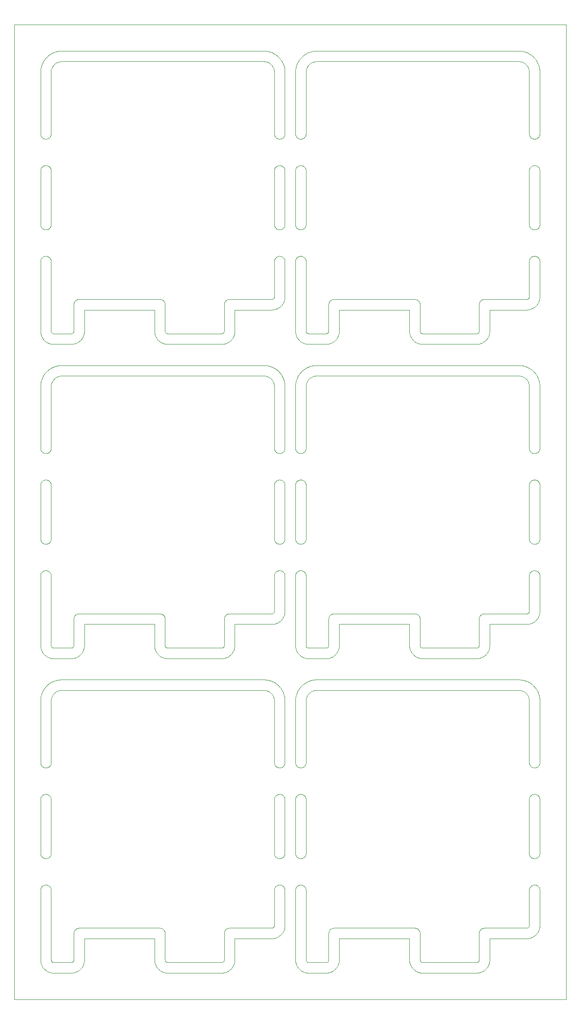
<source format=gbr>
%TF.GenerationSoftware,KiCad,Pcbnew,(6.0.6-0)*%
%TF.CreationDate,2022-06-29T17:43:41+02:00*%
%TF.ProjectId,panel,70616e65-6c2e-46b6-9963-61645f706362,rev?*%
%TF.SameCoordinates,Original*%
%TF.FileFunction,Profile,NP*%
%FSLAX46Y46*%
G04 Gerber Fmt 4.6, Leading zero omitted, Abs format (unit mm)*
G04 Created by KiCad (PCBNEW (6.0.6-0)) date 2022-06-29 17:43:41*
%MOMM*%
%LPD*%
G01*
G04 APERTURE LIST*
%TA.AperFunction,Profile*%
%ADD10C,0.100000*%
%TD*%
G04 APERTURE END LIST*
D10*
X112675362Y-161277811D02*
X112695053Y-161233388D01*
X65560784Y-81184055D02*
X65660295Y-81330961D01*
X76579816Y-73315765D02*
X76555857Y-73465835D01*
X114570328Y-119082783D02*
X114580974Y-119130194D01*
X66204946Y-36099944D02*
X66183099Y-36143348D01*
X74573051Y-132661426D02*
X74586841Y-132613233D01*
X20000000Y-191993697D02*
X20000000Y-178823456D01*
X114076681Y-58950233D02*
X114118960Y-58974184D01*
X74598373Y-132538206D02*
X74599839Y-132506331D01*
X103175362Y-67611144D02*
X103195053Y-67566721D01*
X22157481Y-23222818D02*
X22129104Y-23293861D01*
X112040804Y-22613289D02*
X111968719Y-22542093D01*
X43291398Y-134865451D02*
X43172628Y-134821460D01*
X68494826Y-172433073D02*
X68466847Y-172393346D01*
X103110718Y-186844737D02*
X103119025Y-186796861D01*
X64781039Y-172692482D02*
X64739987Y-172666485D01*
X26140850Y-194476299D02*
X25989759Y-194492626D01*
X22506333Y-73500000D02*
X25812913Y-73499669D01*
X103389966Y-126789966D02*
X103425158Y-126756460D01*
X103539987Y-126666847D02*
X103581039Y-126640851D01*
X103500259Y-67194826D02*
X103539987Y-67166847D01*
X69776681Y-101283567D02*
X69818960Y-101307517D01*
X114033278Y-58928386D02*
X114076681Y-58950233D01*
X70790976Y-141687854D02*
X70710950Y-141785999D01*
X70183099Y-178356651D02*
X70204946Y-178400055D01*
X114580974Y-172036472D02*
X114570328Y-172083882D01*
X113707036Y-53828563D02*
X113658576Y-53832137D01*
X21995229Y-59726296D02*
X21998804Y-59774756D01*
X74163389Y-134999035D02*
X74093697Y-135000000D01*
X23157653Y-20090170D02*
X23331897Y-20056657D01*
X103072887Y-132661905D02*
X103086955Y-132612740D01*
X70610118Y-134992617D02*
X70484234Y-134979816D01*
X55434873Y-75227173D02*
X55320612Y-75281795D01*
X70270328Y-178582783D02*
X70280974Y-178630194D01*
X112163399Y-185995799D02*
X112188430Y-185991951D01*
X91472628Y-75321460D02*
X91333468Y-75260696D01*
X43557368Y-186702619D02*
X43570328Y-186749450D01*
X112661656Y-20572772D02*
X112747816Y-20626100D01*
X113211144Y-160742028D02*
X113256480Y-160724540D01*
X64524721Y-36304714D02*
X64494826Y-36266407D01*
X21423806Y-139940663D02*
X21521871Y-139860701D01*
X75039987Y-186166847D02*
X75081039Y-186140851D01*
X74415887Y-75479801D02*
X74264601Y-75494222D01*
X91610033Y-186289966D02*
X91643539Y-186325158D01*
X70300320Y-192012660D02*
X70304136Y-192062897D01*
X104766834Y-133746221D02*
X104687329Y-133875592D01*
X21767402Y-80181593D02*
X21916783Y-80085835D01*
X70046532Y-139695730D02*
X70152183Y-139626100D01*
X70010033Y-178123299D02*
X70043539Y-178158491D01*
X43598804Y-127441423D02*
X43600000Y-127490122D01*
X70183099Y-161189985D02*
X70204946Y-161233388D01*
X68300964Y-192063389D02*
X68300000Y-191993697D01*
X103216900Y-127023318D02*
X103240851Y-126981039D01*
X21674841Y-172576872D02*
X21638047Y-172608611D01*
X102814990Y-75490385D02*
X102688578Y-75498077D01*
X20042631Y-53130714D02*
X20029671Y-53083882D01*
X63166971Y-139095557D02*
X63339294Y-139137852D01*
X21833152Y-36226679D02*
X21805173Y-36266407D01*
X65455262Y-177844051D02*
X65503138Y-177852358D01*
X70300320Y-132512660D02*
X70304136Y-132562897D01*
X114405173Y-53433073D02*
X114375278Y-53471380D01*
X114600000Y-119323456D02*
X114600000Y-125993697D01*
X68426658Y-133284530D02*
X68396595Y-133187637D01*
X113988855Y-96091304D02*
X113943519Y-96108792D01*
X114315786Y-127157362D02*
X114241198Y-127289770D01*
X65241423Y-113332137D02*
X65192963Y-113328563D01*
X114598804Y-52891910D02*
X114595229Y-52940370D01*
X21942125Y-53176853D02*
X21924637Y-53222188D01*
X20095053Y-42233388D02*
X20116900Y-42189985D01*
X68357874Y-42323146D02*
X68375362Y-42277811D01*
X20749450Y-53803661D02*
X20702619Y-53790701D01*
X69572160Y-21075071D02*
X69647132Y-21006906D01*
X74716900Y-67523318D02*
X74740851Y-67481039D01*
X20400259Y-155471839D02*
X20361952Y-155441944D01*
X20472750Y-141114575D02*
X20534157Y-141003941D01*
X66290701Y-23734266D02*
X66296152Y-23835447D01*
X41945677Y-133768105D02*
X41872826Y-133634873D01*
X68440851Y-36185626D02*
X68416900Y-36143348D01*
X112961952Y-101391388D02*
X113000259Y-101361493D01*
X70133152Y-95726679D02*
X70105173Y-95766407D01*
X20325158Y-53576872D02*
X20289966Y-53543366D01*
X69455262Y-53822615D02*
X69407036Y-53828563D01*
X64700259Y-41861493D02*
X64739987Y-41833514D01*
X112604770Y-35773703D02*
X112601195Y-35725243D01*
X66159148Y-53352293D02*
X66133152Y-53393346D01*
X28235120Y-192565143D02*
X28203370Y-192687755D01*
X70224637Y-161277811D02*
X70242125Y-161323146D01*
X66196129Y-67211900D02*
X66156997Y-67332349D01*
X112675362Y-118944477D02*
X112695053Y-118900055D01*
X114375278Y-95804714D02*
X114343539Y-95841508D01*
X71260705Y-139137852D02*
X71433028Y-139095557D01*
X64395053Y-172266611D02*
X64375362Y-172222188D01*
X64532597Y-139681593D02*
X64636450Y-139753877D01*
X56067610Y-193767696D02*
X55956891Y-193871616D01*
X113885294Y-127749560D02*
X113849560Y-127785294D01*
X114465491Y-126808485D02*
X114411814Y-126950660D01*
X70280974Y-101963527D02*
X70289281Y-102011403D01*
X26074844Y-132917488D02*
X26115671Y-132887541D01*
X21456350Y-134771561D02*
X21365126Y-134727173D01*
X68416900Y-161189985D02*
X68440851Y-161147706D01*
X68364879Y-73565143D02*
X68339381Y-73441081D01*
X69776681Y-118450233D02*
X69818960Y-118474184D01*
X66270328Y-178582783D02*
X66280974Y-178630194D01*
X41945677Y-74268105D02*
X41872826Y-74134873D01*
X71756971Y-20037496D02*
X71933256Y-20017310D01*
X64375362Y-172222188D02*
X64357874Y-172176853D01*
X112112913Y-185999669D02*
X112163399Y-185995799D01*
X63748215Y-79771865D02*
X63912146Y-79839767D01*
X112600000Y-59823456D02*
X112601195Y-59774756D01*
X70010033Y-41956633D02*
X70043539Y-41991825D01*
X69938047Y-113108611D02*
X69899740Y-113138506D01*
X70257368Y-53130714D02*
X70242125Y-53176853D01*
X65144737Y-155655948D02*
X65096861Y-155647641D01*
X64365024Y-128435147D02*
X64240960Y-128460640D01*
X75211144Y-126575362D02*
X75256480Y-126557874D01*
X66105173Y-118733592D02*
X66133152Y-118773320D01*
X64700259Y-118528160D02*
X64739987Y-118500180D01*
X62590539Y-141021498D02*
X62514651Y-141011833D01*
X68304770Y-161559629D02*
X68310718Y-161511403D01*
X55411144Y-67075362D02*
X55456480Y-67057874D01*
X74573051Y-73161426D02*
X74586841Y-73113233D01*
X74604770Y-127392963D02*
X74610718Y-127344737D01*
X111912145Y-81990976D02*
X111814203Y-81911102D01*
X76173124Y-193396565D02*
X76114905Y-193479647D01*
X23633256Y-20017310D02*
X23734266Y-20009298D01*
X43291398Y-194365451D02*
X43172628Y-194321460D01*
X91055262Y-126510718D02*
X91103138Y-126519025D01*
X62714937Y-81543803D02*
X62590539Y-81521498D01*
X69224486Y-140443140D02*
X69306906Y-140347132D01*
X65974841Y-118589793D02*
X66010033Y-118623299D01*
X64494826Y-155266407D02*
X64466847Y-155226679D01*
X64304770Y-95273703D02*
X64301195Y-95225243D01*
X103666721Y-186095053D02*
X103711144Y-186075362D01*
X69455262Y-177844051D02*
X69503138Y-177852358D01*
X113123318Y-177950233D02*
X113166721Y-177928386D01*
X63241122Y-20112764D02*
X63339294Y-20137852D01*
X20702619Y-41709298D02*
X20749450Y-41696338D01*
X112856460Y-178158491D02*
X112889966Y-178123299D01*
X102593666Y-73500000D02*
X102638206Y-73498373D01*
X91870328Y-186749450D02*
X91880974Y-186796861D01*
X91982790Y-192275267D02*
X92012458Y-192315671D01*
X21775278Y-178195285D02*
X21805173Y-178233592D01*
X66257368Y-154964047D02*
X66242125Y-155010186D01*
X68375362Y-59444477D02*
X68395053Y-59400055D01*
X54798373Y-132538206D02*
X54800000Y-132493666D01*
X111400223Y-22167373D02*
X111282623Y-22120398D01*
X70257368Y-172130714D02*
X70242125Y-172176853D01*
X20361952Y-41891388D02*
X20400259Y-41861493D01*
X69290122Y-113333333D02*
X69241423Y-113332137D01*
X70392381Y-20484703D02*
X70482045Y-20437506D01*
X21970328Y-59582783D02*
X21980974Y-59630194D01*
X113988855Y-177908695D02*
X114033278Y-177928386D01*
X54865024Y-134935147D02*
X54741081Y-134960618D01*
X114560640Y-66940960D02*
X114529111Y-67089625D01*
X69860012Y-172666485D02*
X69818960Y-172692482D01*
X68885835Y-81416783D02*
X68981593Y-81267402D01*
X26075267Y-192417209D02*
X26116063Y-192387220D01*
X26866531Y-75260696D02*
X26820612Y-75281795D01*
X70761793Y-132998373D02*
X70806333Y-133000000D01*
X20015078Y-83158365D02*
X20027879Y-83032482D01*
X103711144Y-67075362D02*
X103756480Y-67057874D01*
X70289281Y-102011403D02*
X70295229Y-102059629D01*
X113658576Y-96165471D02*
X113609877Y-96166666D01*
X28156997Y-73832349D02*
X28121460Y-73927371D01*
X112961952Y-160891388D02*
X113000259Y-160861493D01*
X66224637Y-53222188D02*
X66204946Y-53266611D01*
X56515729Y-133657471D02*
X56466834Y-133746221D01*
X21904946Y-178400055D02*
X21924637Y-178444477D01*
X112212740Y-126486955D02*
X112237259Y-126480620D01*
X103054293Y-192208455D02*
X103072887Y-192161905D01*
X112503032Y-66795637D02*
X112530616Y-66753783D01*
X43595229Y-67892963D02*
X43598804Y-67941423D01*
X113492963Y-118338103D02*
X113541423Y-118334528D01*
X65597380Y-155624034D02*
X65550549Y-155636994D01*
X20224721Y-155304714D02*
X20194826Y-155266407D01*
X21995229Y-119226296D02*
X21998804Y-119274756D01*
X89898394Y-188004704D02*
X89892136Y-188000297D01*
X69818960Y-41807517D02*
X69860012Y-41833514D01*
X113000259Y-118528160D02*
X113039987Y-118500180D01*
X21058576Y-58834528D02*
X21107036Y-58838103D01*
X65974841Y-101423127D02*
X66010033Y-101456633D01*
X112856460Y-155341508D02*
X112824721Y-155304714D01*
X20001195Y-178774756D02*
X20004770Y-178726296D01*
X21250549Y-53803661D02*
X21203138Y-53814307D01*
X68556460Y-95841508D02*
X68524721Y-95804714D01*
X112619025Y-101963527D02*
X112629671Y-101916117D01*
X68466847Y-36226679D02*
X68440851Y-36185626D01*
X26115765Y-75479816D02*
X25989881Y-75492617D01*
X20645126Y-193675900D02*
X20578800Y-193599134D01*
X28300000Y-128512272D02*
X28299920Y-132506301D01*
X66300000Y-161656789D02*
X66300000Y-171843210D01*
X21924637Y-155055522D02*
X21904946Y-155099944D01*
X65643519Y-113275459D02*
X65597380Y-113290701D01*
X21058576Y-155665471D02*
X21009877Y-155666666D01*
X112716900Y-178356651D02*
X112740851Y-178314373D01*
X68911144Y-113257971D02*
X68866721Y-113238280D01*
X65550549Y-101196338D02*
X65597380Y-101209298D01*
X114173880Y-81704535D02*
X114249998Y-81864816D01*
X21957368Y-42369285D02*
X21970328Y-42416117D01*
X68309298Y-142734266D02*
X68325011Y-142557526D01*
X113454886Y-21198939D02*
X113524928Y-21272160D01*
X70088099Y-75396129D02*
X69967650Y-75356997D01*
X113707036Y-155661896D02*
X113658576Y-155665471D01*
X23785348Y-22011833D02*
X23709711Y-22021462D01*
X68862623Y-74579801D02*
X68800271Y-74499774D01*
X114375278Y-36304714D02*
X114343539Y-36341508D01*
X68661952Y-160891388D02*
X68700259Y-160861493D01*
X22061042Y-83010789D02*
X22043803Y-83085062D01*
X22338094Y-73472887D02*
X22386766Y-73486841D01*
X20019025Y-178630194D02*
X20029671Y-178582783D01*
X103992963Y-67004770D02*
X104041423Y-67001195D01*
X113707036Y-172828563D02*
X113658576Y-172832137D01*
X68305777Y-73164601D02*
X68300964Y-73063389D01*
X54344363Y-75499437D02*
X44093698Y-75499920D01*
X20844737Y-118344051D02*
X20892963Y-118338103D01*
X114433152Y-178273320D02*
X114459148Y-178314373D01*
X70457385Y-23223052D02*
X70420483Y-23317138D01*
X20075362Y-95555522D02*
X20057874Y-95510186D01*
X114592617Y-185689881D02*
X114579816Y-185815765D01*
X70988045Y-22490809D02*
X70931280Y-22542093D01*
X113454886Y-140198939D02*
X113542062Y-140290649D01*
X75081039Y-126640851D02*
X75123318Y-126616900D01*
X68300000Y-24006302D02*
X68303847Y-23835447D01*
X26170715Y-192335270D02*
X26202732Y-192296045D01*
X20345677Y-133768105D02*
X20284213Y-133657362D01*
X26342631Y-127202619D02*
X26357874Y-127156480D01*
X112511690Y-23413210D02*
X112479516Y-23317138D01*
X70568352Y-73442917D02*
X70591544Y-73454293D01*
X66133152Y-118773320D02*
X66159148Y-118814373D01*
X26466847Y-126939987D02*
X26494826Y-126900259D01*
X66105173Y-95766407D02*
X66075278Y-95804714D01*
X20546865Y-193559969D02*
X20470360Y-193459042D01*
X43580974Y-67796861D02*
X43589281Y-67844737D01*
X112747816Y-20626100D02*
X112853467Y-20695730D01*
X64031647Y-185942917D02*
X64075267Y-185917209D01*
X69860012Y-59000180D02*
X69899740Y-59028160D01*
X114542125Y-95510186D02*
X114524637Y-95555522D01*
X64739987Y-160833514D02*
X64781039Y-160807517D01*
X103065835Y-134955857D02*
X102915887Y-134979801D01*
X113349450Y-177863005D02*
X113396861Y-177852358D01*
X114241198Y-186789770D02*
X114187261Y-186875694D01*
X91898804Y-186941423D02*
X91900000Y-186990122D01*
X20227920Y-82170441D02*
X20271865Y-82051784D01*
X43056238Y-75271510D02*
X42942528Y-75215729D01*
X21743539Y-172508174D02*
X21710033Y-172543366D01*
X69643519Y-58891207D02*
X69688855Y-58908695D01*
X21599740Y-118528160D02*
X21638047Y-118558055D01*
X113444737Y-172822615D02*
X113396861Y-172814307D01*
X71139054Y-139172661D02*
X71260705Y-139137852D01*
X66280974Y-178630194D02*
X66289281Y-178678070D01*
X65899740Y-59028160D02*
X65938047Y-59058055D01*
X114600000Y-66493697D02*
X114599035Y-66563389D01*
X68323700Y-73340850D02*
X68317315Y-73290720D01*
X68466847Y-112893346D02*
X68440851Y-112852293D01*
X64300000Y-24006333D02*
X64296487Y-23886322D01*
X21998804Y-52891910D02*
X21995229Y-52940370D01*
X27290122Y-186000000D02*
X42609877Y-186000000D01*
X20439987Y-113166485D02*
X20400259Y-113138506D01*
X92337102Y-192495863D02*
X92362298Y-192498412D01*
X21980974Y-112536472D02*
X21970328Y-112583882D01*
X76465491Y-192808485D02*
X76430559Y-192903731D01*
X22114575Y-20472750D02*
X22272876Y-20392596D01*
X20027879Y-142532482D02*
X20052524Y-142356764D01*
X112824721Y-36304714D02*
X112794826Y-36266407D01*
X69550549Y-101196338D02*
X69597380Y-101209298D01*
X69358576Y-118334528D02*
X69407036Y-118338103D01*
X21663549Y-80253877D02*
X21767402Y-80181593D01*
X68956480Y-113275459D02*
X68911144Y-113257971D01*
X103065835Y-194455857D02*
X102915887Y-194479801D01*
X91870328Y-127249450D02*
X91880974Y-127296861D01*
X70105173Y-53433073D02*
X70075278Y-53471380D01*
X114160012Y-53666485D02*
X114118960Y-53692482D01*
X114021199Y-187099134D02*
X113954873Y-187175900D01*
X66280974Y-53036472D02*
X66270328Y-53083882D01*
X62514651Y-81511833D02*
X62413930Y-81503528D01*
X103868210Y-134654260D02*
X103734873Y-134727173D01*
X43033278Y-186095053D02*
X43076681Y-186116900D01*
X64202732Y-66796045D02*
X64217209Y-66775267D01*
X66075278Y-118695285D02*
X66105173Y-118733592D01*
X27049450Y-67029671D02*
X27096861Y-67019025D01*
X103072887Y-192161905D02*
X103086955Y-192112740D01*
X74763315Y-194410031D02*
X74640398Y-194440534D01*
X91243519Y-67057874D02*
X91288855Y-67075362D01*
X66297110Y-83360637D02*
X66300000Y-83506302D01*
X65241423Y-155665471D02*
X65192963Y-155661896D01*
X114504946Y-42233388D02*
X114524637Y-42277811D01*
X112889966Y-41956633D02*
X112925158Y-41923127D01*
X43274841Y-186256460D02*
X43310033Y-186289966D01*
X63793792Y-66999999D02*
X63838206Y-66998373D01*
X113659336Y-140423806D02*
X113739298Y-140521871D01*
X64440851Y-36185626D02*
X64416900Y-36143348D01*
X70010033Y-101456633D02*
X70043539Y-101491825D01*
X26230873Y-132753346D02*
X26254293Y-132708455D01*
X92210240Y-134992626D02*
X92084234Y-134979816D01*
X111929558Y-79727920D02*
X112048215Y-79771865D01*
X21833152Y-155226679D02*
X21805173Y-155266407D01*
X56137739Y-74694389D02*
X56067696Y-74767610D01*
X20749450Y-101196338D02*
X20796861Y-101185692D01*
X65829639Y-127459042D02*
X65737453Y-127579706D01*
X41818204Y-74020612D02*
X41778539Y-73927371D01*
X103539987Y-67166847D02*
X103581039Y-67140851D01*
X112657874Y-118989813D02*
X112675362Y-118944477D01*
X91103138Y-126519025D02*
X91150549Y-126529671D01*
X63985649Y-126464080D02*
X64031197Y-126443152D01*
X71252772Y-81796416D02*
X71168041Y-81851501D01*
X25887931Y-192492041D02*
X25937259Y-192480620D01*
X41639359Y-73440960D02*
X41620183Y-73315765D01*
X21710033Y-160956633D02*
X21743539Y-160991825D01*
X113396861Y-53814307D02*
X113349450Y-53803661D01*
X113658576Y-41667862D02*
X113707036Y-41671436D01*
X69733278Y-41761719D02*
X69776681Y-41783567D01*
X70710950Y-82285999D02*
X70651643Y-82367831D01*
X68310718Y-102011403D02*
X68319025Y-101963527D01*
X113609877Y-101166666D02*
X113658576Y-101167862D01*
X65938047Y-172608611D02*
X65899740Y-172638506D01*
X112856460Y-113008174D02*
X112824721Y-112971380D01*
X70609546Y-141931707D02*
X70557607Y-142018698D01*
X21924637Y-59444477D02*
X21942125Y-59489813D01*
X68556460Y-118658491D02*
X68589966Y-118623299D01*
X28003776Y-133679665D02*
X27954260Y-133768210D01*
X69424407Y-134587329D02*
X69320451Y-134514977D01*
X26661952Y-126724721D02*
X26700259Y-126694826D01*
X112629671Y-161416117D02*
X112642631Y-161369285D01*
X68375362Y-178444477D02*
X68395053Y-178400055D01*
X102761905Y-73472887D02*
X102808455Y-73454293D01*
X65818960Y-53692482D02*
X65776681Y-53716432D01*
X22295647Y-79881782D02*
X22457805Y-79809749D01*
X66299035Y-185563389D02*
X66292626Y-185689759D01*
X111491791Y-22210141D02*
X111400223Y-22167373D01*
X71689286Y-22095818D02*
X71593861Y-22129104D01*
X26820612Y-75281795D02*
X26727257Y-75321506D01*
X68301195Y-171891910D02*
X68300000Y-171843210D01*
X21859148Y-59314373D02*
X21883099Y-59356651D01*
X114590701Y-23734266D02*
X114596152Y-23835447D01*
X41778539Y-192927371D02*
X41734548Y-192808601D01*
X112716900Y-112810014D02*
X112695053Y-112766611D01*
X113707036Y-36661896D02*
X113658576Y-36665471D01*
X75211144Y-186075362D02*
X75256480Y-186057874D01*
X69002619Y-96124034D02*
X68956480Y-96108792D01*
X114405173Y-178233592D02*
X114433152Y-178273320D01*
X75166721Y-67095053D02*
X75211144Y-67075362D01*
X20029671Y-119082783D02*
X20042631Y-119035952D01*
X28312272Y-188000000D02*
X28306917Y-188000559D01*
X68301195Y-52891910D02*
X68300000Y-52843210D01*
X70242125Y-95510186D02*
X70224637Y-95555522D01*
X63006375Y-81629195D02*
X62886789Y-81588309D01*
X20702619Y-155624034D02*
X20656480Y-155608792D01*
X42707036Y-186004770D02*
X42755262Y-186010718D01*
X64556460Y-36341508D02*
X64524721Y-36304714D01*
X68317315Y-192290720D02*
X68305777Y-192164601D01*
X28300559Y-128506917D02*
X28300000Y-128512272D01*
X70270328Y-119082783D02*
X70280974Y-119130194D01*
X56400933Y-74354370D02*
X56329639Y-74459042D01*
X21998804Y-102108089D02*
X22000000Y-102156789D01*
X64310718Y-178678070D02*
X64319025Y-178630194D01*
X65860012Y-101333514D02*
X65899740Y-101361493D01*
X112189049Y-22785999D02*
X112109023Y-22687854D01*
X71984674Y-141025298D02*
X71885309Y-141043749D01*
X113166721Y-172738280D02*
X113123318Y-172716432D01*
X21970328Y-35917216D02*
X21957368Y-35964047D01*
X112574743Y-23684924D02*
X112556196Y-23585062D01*
X113211144Y-118408695D02*
X113256480Y-118391207D01*
X55434873Y-134727173D02*
X55320612Y-134781795D01*
X20534157Y-22003941D02*
X20626100Y-21852183D01*
X20095053Y-112766611D02*
X20075362Y-112722188D01*
X69192963Y-113328563D02*
X69144737Y-113322615D01*
X68466847Y-155226679D02*
X68440851Y-155185626D01*
X113166721Y-160761719D02*
X113211144Y-160742028D01*
X20400259Y-95971839D02*
X20361952Y-95941944D01*
X62789210Y-22061042D02*
X62714690Y-22043749D01*
X64494826Y-118733592D02*
X64524721Y-118695285D01*
X66043539Y-59158491D02*
X66075278Y-59195285D01*
X70970441Y-139227920D02*
X71139054Y-139172661D01*
X103100000Y-132493666D02*
X103100000Y-127490122D01*
X64556460Y-113008174D02*
X64524721Y-112971380D01*
X66075278Y-112971380D02*
X66043539Y-113008174D01*
X21433278Y-155571613D02*
X21388855Y-155591304D01*
X21924637Y-112722188D02*
X21904946Y-112766611D01*
X112610718Y-35821929D02*
X112604770Y-35773703D01*
X42332389Y-134267696D02*
X42245126Y-134175900D01*
X92012458Y-73315671D02*
X92046741Y-73353616D01*
X68304770Y-42559629D02*
X68310718Y-42511403D01*
X22000000Y-154676543D02*
X21998804Y-154725243D01*
X22182045Y-79937506D02*
X22295647Y-79881782D01*
X112470895Y-82793861D02*
X112442518Y-82722818D01*
X113143761Y-187771510D02*
X113003731Y-187830559D01*
X70638094Y-132972887D02*
X70662740Y-132980620D01*
X26357874Y-67656480D02*
X26375362Y-67611144D01*
X64004352Y-20381782D02*
X64117954Y-20437506D01*
X71065969Y-22426454D02*
X70988045Y-22490809D01*
X112573051Y-126161426D02*
X112586841Y-126113233D01*
X21343519Y-53775459D02*
X21297380Y-53790701D01*
X21124305Y-134587261D02*
X21020352Y-134514905D01*
X76037453Y-193579706D02*
X75954956Y-193675809D01*
X65688855Y-177908695D02*
X65733278Y-177928386D01*
X68495449Y-141766424D02*
X68536374Y-141646693D01*
X113954873Y-187175900D02*
X113885294Y-187249560D01*
X113349450Y-101196338D02*
X113396861Y-101185692D01*
X66075278Y-95804714D02*
X66043539Y-95841508D01*
X62615075Y-22025256D02*
X62514903Y-22011861D01*
X112856460Y-172508174D02*
X112824721Y-172471380D01*
X91103138Y-186019025D02*
X91150549Y-186029671D01*
X114160012Y-178000180D02*
X114199740Y-178028160D01*
X74599839Y-192006331D02*
X74600000Y-186990122D01*
X43712458Y-192315671D02*
X43746741Y-192353616D01*
X68589966Y-95876700D02*
X68556460Y-95841508D01*
X21859148Y-53352293D02*
X21833152Y-53393346D01*
X21297380Y-36624034D02*
X21250549Y-36636994D01*
X42942528Y-75215729D02*
X42810229Y-75141198D01*
X91901626Y-132538206D02*
X91907958Y-132587931D01*
X69096861Y-118352358D02*
X69144737Y-118344051D01*
X64911144Y-41742028D02*
X64956480Y-41724540D01*
X71933256Y-20017310D02*
X72034266Y-20009298D01*
X20876382Y-81002134D02*
X20990246Y-80866049D01*
X26286841Y-192113233D02*
X26292041Y-192087931D01*
X64329671Y-119082783D02*
X64342631Y-119035952D01*
X102593697Y-194500000D02*
X92355636Y-194499437D01*
X41872826Y-74134873D02*
X41818204Y-74020612D01*
X69756238Y-75271510D02*
X69642637Y-75215786D01*
X20796861Y-113314307D02*
X20749450Y-113303661D01*
X65860012Y-36499819D02*
X65818960Y-36525815D01*
X69597380Y-113290701D02*
X69550549Y-113303661D01*
X114580974Y-119130194D02*
X114589281Y-119178070D01*
X89996629Y-133187755D02*
X89964852Y-133065024D01*
X70662740Y-192480620D02*
X70712068Y-192492041D01*
X72293698Y-20000079D02*
X110593697Y-20000000D01*
X75389770Y-75141198D02*
X75346221Y-75166834D01*
X112303583Y-82452772D02*
X112234028Y-82347252D01*
X66280974Y-59630194D02*
X66289281Y-59678070D01*
X43910240Y-134992626D02*
X43784234Y-134979816D01*
X26280620Y-73137259D02*
X26292041Y-73087931D01*
X20796861Y-160685692D02*
X20844737Y-160677384D01*
X23585309Y-22043749D02*
X23486515Y-22067330D01*
X68823318Y-172716432D02*
X68781039Y-172692482D01*
X111814203Y-81911102D02*
X111731958Y-81851501D01*
X71318478Y-22257733D02*
X71231707Y-22309546D01*
X20256460Y-95841508D02*
X20224721Y-95804714D01*
X75954956Y-74675809D02*
X75885294Y-74749560D01*
X22002255Y-142911112D02*
X22000000Y-143006333D01*
X66255857Y-126465835D02*
X66235120Y-126565143D01*
X21883099Y-161189985D02*
X21904946Y-161233388D01*
X112961952Y-53608611D02*
X112925158Y-53576872D01*
X43986766Y-73486841D02*
X44037102Y-73495863D01*
X41696629Y-73687755D02*
X41664879Y-73565143D01*
X55568105Y-134654322D02*
X55434873Y-134727173D01*
X103425158Y-126756460D02*
X103461952Y-126724721D01*
X70303941Y-20534157D02*
X70392381Y-20484703D01*
X54994826Y-186400259D02*
X55024721Y-186361952D01*
X22069383Y-132753783D02*
X22097267Y-132796045D01*
X22387853Y-20339767D02*
X22551784Y-20271865D01*
X22167373Y-142199776D02*
X22120483Y-142317138D01*
X43310033Y-126789966D02*
X43343539Y-126825158D01*
X111647227Y-141296416D02*
X111581521Y-141257733D01*
X20400259Y-113138506D02*
X20361952Y-113108611D01*
X76114905Y-193479647D02*
X76037453Y-193579706D01*
X21476681Y-118450233D02*
X21518960Y-118474184D01*
X55644737Y-126510718D02*
X55692963Y-126504770D01*
X70257368Y-42369285D02*
X70270328Y-42416117D01*
X41639381Y-132941081D02*
X41620183Y-132815765D01*
X68310718Y-112488596D02*
X68304770Y-112440370D01*
X21198939Y-80645113D02*
X21290649Y-80557937D01*
X74093666Y-192500000D02*
X74137701Y-192498412D01*
X66159148Y-101647706D02*
X66183099Y-101689985D01*
X21343519Y-101224540D02*
X21388855Y-101242028D01*
X42540030Y-74953134D02*
X42424190Y-74854956D01*
X91418960Y-67140851D02*
X91460012Y-67166847D01*
X20844737Y-160677384D02*
X20892963Y-160671436D01*
X90958576Y-186001195D02*
X91007036Y-186004770D01*
X27753134Y-193559969D02*
X27671616Y-193656891D01*
X65241423Y-41667862D02*
X65309877Y-41666666D01*
X21075071Y-80772160D02*
X21198939Y-80645113D01*
X20027879Y-23532482D02*
X20040997Y-23432007D01*
X91150549Y-186029671D02*
X91197380Y-186042631D01*
X91045629Y-134600933D02*
X90920451Y-134514977D01*
X66010033Y-113043366D02*
X65974841Y-113076872D01*
X112961952Y-178058055D02*
X113000259Y-178028160D01*
X43962253Y-73480481D02*
X43986766Y-73486841D01*
X20481039Y-101307517D02*
X20523318Y-101283567D01*
X66225152Y-23232216D02*
X66247475Y-23356764D01*
X65776681Y-113216432D02*
X65733278Y-113238280D01*
X41607373Y-73189759D02*
X41600562Y-73044363D01*
X112642631Y-42369285D02*
X112657874Y-42323146D01*
X20194826Y-112933073D02*
X20166847Y-112893346D01*
X43412362Y-75403404D02*
X43291514Y-75365491D01*
X69597380Y-177875965D02*
X69643519Y-177891207D01*
X23911112Y-81502255D02*
X23810295Y-81509299D01*
X68645677Y-74268105D02*
X68584213Y-74157362D01*
X70420483Y-23317138D02*
X70395818Y-23389286D01*
X43238047Y-186224721D02*
X43274841Y-186256460D01*
X21904946Y-36099944D02*
X21883099Y-36143348D01*
X68416900Y-59356651D02*
X68440851Y-59314373D01*
X43160012Y-67166847D02*
X43199740Y-67194826D01*
X20656480Y-58891207D02*
X20702619Y-58875965D01*
X70010033Y-59123299D02*
X70043539Y-59158491D01*
X112961952Y-172608611D02*
X112925158Y-172576872D01*
X70043539Y-178158491D02*
X70075278Y-178195285D01*
X64375362Y-178444477D02*
X64395053Y-178400055D01*
X62565733Y-20009298D02*
X62666743Y-20017310D01*
X90920451Y-134514977D02*
X90840030Y-134453134D01*
X113988855Y-53757971D02*
X113943519Y-53775459D01*
X103425158Y-67256460D02*
X103461952Y-67224721D01*
X21942125Y-59489813D02*
X21957368Y-59535952D01*
X113803138Y-113314307D02*
X113755262Y-113322615D01*
X21320334Y-194203776D02*
X21210229Y-194141198D01*
X69503138Y-160685692D02*
X69550549Y-160696338D01*
X69407036Y-36661896D02*
X69358576Y-36665471D01*
X69597380Y-155624034D02*
X69550549Y-155636994D01*
X114118960Y-172692482D02*
X114076681Y-172716432D01*
X113256480Y-53775459D02*
X113211144Y-53757971D01*
X21572742Y-134821506D02*
X21456350Y-134771561D01*
X27175592Y-75087329D02*
X27068210Y-75154260D01*
X114310033Y-160956633D02*
X114343539Y-160991825D01*
X64524721Y-161028619D02*
X64556460Y-160991825D01*
X69144737Y-101177384D02*
X69192963Y-101171436D01*
X64301195Y-171891910D02*
X64300000Y-171843210D01*
X42424190Y-134354956D02*
X42332389Y-134267696D01*
X64375362Y-101777811D02*
X64395053Y-101733388D01*
X20990122Y-41666666D02*
X21058576Y-41667862D01*
X70761793Y-192498373D02*
X70806333Y-192500000D01*
X113000259Y-113138506D02*
X112961952Y-113108611D01*
X70133152Y-59273320D02*
X70159148Y-59314373D01*
X70298804Y-154725243D02*
X70295229Y-154773703D01*
X74619025Y-67796861D02*
X74629671Y-67749450D01*
X113444737Y-96155948D02*
X113396861Y-96147641D01*
X26739987Y-67166847D02*
X26781039Y-67140851D01*
X90034548Y-133308601D02*
X89996629Y-133187755D01*
X20702619Y-101209298D02*
X20749450Y-101196338D01*
X70736610Y-134999035D02*
X70610118Y-134992617D01*
X54916900Y-127023318D02*
X54940851Y-126981039D01*
X113897380Y-101209298D02*
X113943519Y-101224540D01*
X68956480Y-96108792D02*
X68911144Y-96091304D01*
X64299841Y-185506205D02*
X64300000Y-178823456D01*
X20990122Y-160666666D02*
X21058576Y-160667862D01*
X113156859Y-20924486D02*
X113252867Y-21006906D01*
X42703434Y-75073124D02*
X42620451Y-75014977D01*
X65974841Y-155410206D02*
X65938047Y-155441944D01*
X64524721Y-101528619D02*
X64556460Y-101491825D01*
X112564080Y-126185649D02*
X112573051Y-126161426D01*
X72135447Y-20003847D02*
X72293698Y-20000079D01*
X65049450Y-172803661D02*
X65002619Y-172790701D01*
X22493698Y-194499920D02*
X22411421Y-194498077D01*
X64096045Y-185902732D02*
X64134894Y-185871055D01*
X66280974Y-161463527D02*
X66289281Y-161511403D01*
X74889966Y-186289966D02*
X74925158Y-186256460D01*
X21904946Y-95599944D02*
X21883099Y-95643348D01*
X62293697Y-139000000D02*
X62439362Y-139002889D01*
X64329671Y-178582783D02*
X64342631Y-178535952D01*
X64310718Y-52988596D02*
X64304770Y-52940370D01*
X64319025Y-35869805D02*
X64310718Y-35821929D01*
X43542125Y-127156480D02*
X43557368Y-127202619D01*
X69899740Y-160861493D02*
X69938047Y-160891388D01*
X70395818Y-23389286D02*
X70361042Y-23510789D01*
X43601626Y-192038206D02*
X43607958Y-192087931D01*
X71713210Y-141088309D02*
X71617376Y-141120398D01*
X112675362Y-53222188D02*
X112657874Y-53176853D01*
X70397267Y-73296045D02*
X70428944Y-73334894D01*
X112601195Y-95225243D02*
X112600000Y-95176543D01*
X56710031Y-73663315D02*
X56665491Y-73808485D01*
X56611814Y-133450660D02*
X56560696Y-133566531D01*
X112610718Y-95321929D02*
X112604770Y-95273703D01*
X90299066Y-74354370D02*
X90245739Y-74268210D01*
X63990317Y-82431494D02*
X63934176Y-82347458D01*
X21433278Y-118428386D02*
X21476681Y-118450233D01*
X70183099Y-118856651D02*
X70204946Y-118900055D01*
X114375278Y-155304714D02*
X114343539Y-155341508D01*
X74093697Y-194500000D02*
X70806302Y-194500000D01*
X69643519Y-96108792D02*
X69597380Y-96124034D01*
X65597380Y-160709298D02*
X65643519Y-160724540D01*
X76600000Y-128512272D02*
X76599920Y-132506301D01*
X90840030Y-74953134D02*
X90724190Y-74854956D01*
X74856460Y-126825158D02*
X74889966Y-126789966D01*
X64494826Y-161066926D02*
X64524721Y-161028619D01*
X54293666Y-192500000D02*
X54338206Y-192498373D01*
X20534157Y-141003941D02*
X20626100Y-140852183D01*
X103849450Y-67029671D02*
X103896861Y-67019025D01*
X20057874Y-178489813D02*
X20075362Y-178444477D01*
X21297380Y-41709298D02*
X21343519Y-41724540D01*
X21743539Y-95841508D02*
X21710033Y-95876700D01*
X63838206Y-126498373D02*
X63887931Y-126492041D01*
X65049450Y-41696338D02*
X65096861Y-41685692D01*
X28235120Y-73565143D02*
X28203404Y-73687637D01*
X113123318Y-155549766D02*
X113081039Y-155525815D01*
X65096861Y-96147641D02*
X65049450Y-96136994D01*
X21476681Y-41783567D02*
X21518960Y-41807517D01*
X54615671Y-132887541D02*
X54635270Y-132870715D01*
X112794826Y-161066926D02*
X112824721Y-161028619D01*
X54553346Y-73430873D02*
X54575267Y-73417209D01*
X69144737Y-118344051D02*
X69192963Y-118338103D01*
X64342631Y-112630714D02*
X64329671Y-112583882D01*
X114600000Y-42656789D02*
X114600000Y-52843210D01*
X20029671Y-154917216D02*
X20019025Y-154869805D01*
X27241423Y-126501195D02*
X27290122Y-126500000D01*
X113943519Y-36608792D02*
X113897380Y-36624034D01*
X56387329Y-133875592D02*
X56314905Y-133979647D01*
X65688855Y-58908695D02*
X65733278Y-58928386D01*
X70270328Y-154917216D02*
X70257368Y-154964047D01*
X21924637Y-161277811D02*
X21942125Y-161323146D01*
X69049450Y-118363005D02*
X69096861Y-118352358D01*
X21297380Y-58875965D02*
X21343519Y-58891207D01*
X113850549Y-118363005D02*
X113897380Y-118375965D01*
X64304770Y-178726296D02*
X64310718Y-178678070D01*
X21674841Y-178089793D02*
X21710033Y-178123299D01*
X65290122Y-58833333D02*
X65358576Y-58834528D01*
X113039987Y-101333514D02*
X113081039Y-101307517D01*
X114343539Y-118658491D02*
X114375278Y-118695285D01*
X43524637Y-67611144D02*
X43542125Y-67656480D01*
X27887329Y-133875592D02*
X27799728Y-133999774D01*
X20019025Y-53036472D02*
X20010718Y-52988596D01*
X114238047Y-155441944D02*
X114199740Y-155471839D01*
X26264080Y-192185649D02*
X26273051Y-192161426D01*
X42988855Y-186075362D02*
X43033278Y-186095053D01*
X119598646Y-15005125D02*
X119593997Y-15000912D01*
X74600000Y-127490122D02*
X74601195Y-127441423D01*
X114238047Y-113108611D02*
X114199740Y-113138506D01*
X64274743Y-23684924D02*
X64256250Y-23585309D01*
X20892963Y-41671436D02*
X20941423Y-41667862D01*
X68440851Y-95685626D02*
X68416900Y-95643348D01*
X114580974Y-178630194D02*
X114589281Y-178678070D01*
X55596861Y-67019025D02*
X55644737Y-67010718D01*
X68494826Y-161066926D02*
X68524721Y-161028619D01*
X113755262Y-155655948D02*
X113707036Y-155661896D01*
X75081039Y-186140851D02*
X75123318Y-186116900D01*
X114504442Y-142133028D02*
X114529913Y-142256970D01*
X70414575Y-79972750D02*
X70572876Y-79892596D01*
X92286766Y-73486841D02*
X92337102Y-73495863D01*
X27799728Y-133999774D02*
X27737376Y-134079801D01*
X64054438Y-142040401D02*
X63990317Y-141931494D01*
X15006002Y-199499087D02*
X15012272Y-199500000D01*
X69597380Y-58875965D02*
X69643519Y-58891207D01*
X70300000Y-178823456D02*
X70300320Y-192012660D01*
X20695730Y-21746532D02*
X20798931Y-21602193D01*
X20350001Y-22364816D02*
X20426119Y-22204535D01*
X64365024Y-187935147D02*
X64240960Y-187960640D01*
X66257368Y-161369285D02*
X66270328Y-161416117D01*
X65096861Y-41685692D02*
X65144737Y-41677384D01*
X91574841Y-67256460D02*
X91610033Y-67289966D01*
X43601587Y-132537701D02*
X43608048Y-132588430D01*
X20289966Y-113043366D02*
X20256460Y-113008174D01*
X64952867Y-140006906D02*
X65083011Y-140127516D01*
X20439987Y-53666485D02*
X20400259Y-53638506D01*
X65966834Y-186746221D02*
X65887261Y-186875694D01*
X62867992Y-139040997D02*
X63043029Y-139070086D01*
X26304770Y-67892963D02*
X26310718Y-67844737D01*
X111857529Y-20203299D02*
X111953306Y-20236374D01*
X23585309Y-81543749D02*
X23486759Y-81567264D01*
X43682511Y-132774844D02*
X43712779Y-132816063D01*
X20017315Y-132790720D02*
X20005777Y-132664601D01*
X69192963Y-101171436D02*
X69241423Y-101167862D01*
X26494826Y-186400259D02*
X26524721Y-186361952D01*
X69550549Y-118363005D02*
X69597380Y-118375965D01*
X114434579Y-141863200D02*
X114462147Y-141960705D01*
X21775278Y-53471380D02*
X21743539Y-53508174D01*
X64295799Y-66563399D02*
X64299679Y-66512660D01*
X70806302Y-75500000D02*
X70736610Y-75499035D01*
X91834856Y-134935120D02*
X91712244Y-134903370D01*
X20000000Y-161656789D02*
X20001195Y-161608089D01*
X74187931Y-192492041D02*
X74237259Y-192480620D01*
X63806301Y-187999920D02*
X56812272Y-188000000D01*
X111559598Y-22245561D02*
X111491791Y-22210141D01*
X103064268Y-73185178D02*
X103080481Y-73137746D01*
X54895053Y-127066721D02*
X54916900Y-127023318D01*
X66133152Y-178273320D02*
X66159148Y-178314373D01*
X20399066Y-133854370D02*
X20345677Y-133768105D01*
X68781039Y-41807517D02*
X68823318Y-41783567D01*
X68466847Y-101606653D02*
X68494826Y-101566926D01*
X21582066Y-20814107D02*
X21684055Y-20739215D01*
X104599728Y-133999774D02*
X104537453Y-134079706D01*
X64781039Y-101307517D02*
X64823318Y-101283567D01*
X110941634Y-20015078D02*
X111042473Y-20025011D01*
X64625158Y-155410206D02*
X64589966Y-155376700D01*
X68556460Y-113008174D02*
X68524721Y-112971380D01*
X28298077Y-73088578D02*
X28292626Y-73189759D01*
X69902193Y-80298931D02*
X70046532Y-80195730D01*
X102688578Y-75498077D02*
X102593697Y-75500000D01*
X114114977Y-186979548D02*
X114021199Y-187099134D01*
X43784234Y-75479816D02*
X43659039Y-75460640D01*
X103263315Y-75410031D02*
X103165143Y-75435120D01*
X20116900Y-161189985D02*
X20140851Y-161147706D01*
X43405173Y-186400259D02*
X43433152Y-186439987D01*
X114199740Y-172638506D02*
X114160012Y-172666485D01*
X103101195Y-127441423D02*
X103104770Y-127392963D01*
X43291514Y-75365491D02*
X43172628Y-75321460D01*
X64299679Y-66512660D02*
X64300000Y-59823456D01*
X114337188Y-141575310D02*
X114396700Y-141742470D01*
X113256480Y-96108792D02*
X113211144Y-96091304D01*
X114427338Y-82339054D02*
X114462147Y-82460705D01*
X20798931Y-140602193D02*
X20876382Y-140502134D01*
X68700259Y-53638506D02*
X68661952Y-53608611D01*
X114560640Y-185940960D02*
X114529111Y-186089625D01*
X20224721Y-42028619D02*
X20256460Y-41991825D01*
X21203138Y-101185692D02*
X21250549Y-101196338D01*
X105099035Y-192063389D02*
X105090385Y-192214990D01*
X54810718Y-186844737D02*
X54819025Y-186796861D01*
X68739987Y-101333514D02*
X68781039Y-101307517D01*
X91901626Y-192038206D02*
X91907958Y-192087931D01*
X54363399Y-73495799D02*
X54412740Y-73486955D01*
X69357937Y-21290649D02*
X69445113Y-21198939D01*
X113707036Y-177838103D02*
X113755262Y-177844051D01*
X69192963Y-177838103D02*
X69241423Y-177834528D01*
X65309877Y-36666666D02*
X65241423Y-36665471D01*
X70298804Y-102108089D02*
X70300000Y-102156789D01*
X66162147Y-141960705D02*
X66204442Y-142133028D01*
X69597380Y-96124034D02*
X69550549Y-96136994D01*
X70572876Y-79892596D02*
X70687853Y-79839767D01*
X21433278Y-53738280D02*
X21388855Y-53757971D01*
X68700259Y-160861493D02*
X68739987Y-160833514D01*
X76555857Y-192465835D02*
X76535120Y-192565143D01*
X90299066Y-133854370D02*
X90233165Y-133746221D01*
X25793697Y-194500000D02*
X22493698Y-194499920D01*
X65938047Y-155441944D02*
X65899740Y-155471839D01*
X20392596Y-81772876D02*
X20472750Y-81614575D01*
X114160012Y-118500180D02*
X114199740Y-118528160D01*
X113454370Y-187600933D02*
X113368210Y-187654260D01*
X66295229Y-102059629D02*
X66298804Y-102108089D01*
X26075267Y-73417209D02*
X26115671Y-73387541D01*
X69779387Y-134781795D02*
X69665126Y-134727173D01*
X66270328Y-154917216D02*
X66257368Y-154964047D01*
X71168041Y-81851501D02*
X71065969Y-81926454D01*
X26979665Y-134703776D02*
X26934873Y-134727173D01*
X64395053Y-112766611D02*
X64375362Y-112722188D01*
X112604770Y-161559629D02*
X112610718Y-161511403D01*
X114433152Y-161106653D02*
X114459148Y-161147706D01*
X114459148Y-155185626D02*
X114433152Y-155226679D01*
X103324721Y-126861952D02*
X103356460Y-126825158D01*
X113492963Y-172828563D02*
X113444737Y-172822615D01*
X63793697Y-128500000D02*
X56812272Y-128500000D01*
X20749450Y-58863005D02*
X20796861Y-58852358D01*
X20057874Y-59489813D02*
X20075362Y-59444477D01*
X65688855Y-172757971D02*
X65643519Y-172775459D01*
X63166971Y-79595557D02*
X63339294Y-79637852D01*
X74642631Y-127202619D02*
X74657874Y-127156480D01*
X112794826Y-59233592D02*
X112824721Y-59195285D01*
X21476681Y-160783567D02*
X21518960Y-160807517D01*
X111986710Y-82059195D02*
X111912145Y-81990976D01*
X114580974Y-101963527D02*
X114589281Y-102011403D01*
X63142346Y-20090170D02*
X63241122Y-20112764D01*
X20481039Y-53692482D02*
X20439987Y-53666485D01*
X64823318Y-101283567D02*
X64866721Y-101261719D01*
X56560696Y-133566531D02*
X56515729Y-133657471D01*
X69899740Y-101361493D02*
X69938047Y-101391388D01*
X21476681Y-96049766D02*
X21433278Y-96071613D01*
X70610118Y-75492617D02*
X70484112Y-75479801D01*
X64273051Y-185661426D02*
X64286841Y-185613233D01*
X21107036Y-36661896D02*
X21058576Y-36665471D01*
X22474478Y-141707073D02*
X22411102Y-141785796D01*
X68357874Y-59489813D02*
X68375362Y-59444477D01*
X20074847Y-142232216D02*
X20112764Y-142058877D01*
X68440851Y-161147706D02*
X68466847Y-161106653D01*
X43524637Y-127111144D02*
X43542125Y-127156480D01*
X66105173Y-42066926D02*
X66133152Y-42106653D01*
X64911144Y-53757971D02*
X64866721Y-53738280D01*
X72293668Y-81500160D02*
X72211112Y-81502255D01*
X25806301Y-134999920D02*
X22455636Y-134999437D01*
X64357874Y-101823146D02*
X64375362Y-101777811D01*
X44037102Y-192495863D02*
X44062298Y-192498412D01*
X114570328Y-53083882D02*
X114557368Y-53130714D01*
X64524721Y-172471380D02*
X64494826Y-172433073D01*
X103017488Y-192274844D02*
X103042917Y-192231647D01*
X74763315Y-134910031D02*
X74640398Y-134940534D01*
X70298804Y-161608089D02*
X70300000Y-161656789D01*
X69241423Y-53832137D02*
X69192963Y-53828563D01*
X21970328Y-95417216D02*
X21957368Y-95464047D01*
X21297380Y-160709298D02*
X21343519Y-160724540D01*
X70988045Y-81990809D02*
X70913289Y-82059195D01*
X112740851Y-36185626D02*
X112716900Y-36143348D01*
X114118960Y-53692482D02*
X114076681Y-53716432D01*
X56503776Y-74179665D02*
X56454260Y-74268210D01*
X66105173Y-161066926D02*
X66133152Y-161106653D01*
X76599920Y-192006301D02*
X76598077Y-192088578D01*
X64290700Y-142810295D02*
X64274743Y-142684924D01*
X112740851Y-42147706D02*
X112766847Y-42106653D01*
X68911144Y-58908695D02*
X68956480Y-58891207D01*
X70712068Y-132992041D02*
X70761793Y-132998373D01*
X20075362Y-53222188D02*
X20057874Y-53176853D01*
X68440851Y-59314373D02*
X68466847Y-59273320D01*
X114524637Y-155055522D02*
X114504946Y-155099944D01*
X69818960Y-155525815D02*
X69776681Y-155549766D01*
X70043539Y-118658491D02*
X70075278Y-118695285D01*
X114595229Y-161559629D02*
X114598804Y-161608089D01*
X111466971Y-20095557D02*
X111639294Y-20137852D01*
X66075278Y-42028619D02*
X66105173Y-42066926D01*
X114582689Y-142633256D02*
X114590701Y-142734266D01*
X22088236Y-142413453D02*
X22061042Y-142510789D01*
X110688887Y-22002255D02*
X110606205Y-22000158D01*
X63169276Y-81699101D02*
X63077181Y-81657481D01*
X21638047Y-59058055D02*
X21674841Y-59089793D01*
X114249998Y-81864816D02*
X114299897Y-81981094D01*
X42609877Y-186000000D02*
X42658576Y-186001195D01*
X20892963Y-118338103D02*
X20941423Y-118334528D01*
X102638206Y-192498373D02*
X102687931Y-192492041D01*
X68625158Y-178089793D02*
X68661952Y-178058055D01*
X69427516Y-140216988D02*
X69516988Y-140127516D01*
X25837701Y-192498412D02*
X25887931Y-192492041D01*
X68416900Y-155143348D02*
X68395053Y-155099944D01*
X114557368Y-112630714D02*
X114542125Y-112676853D01*
X21998804Y-171891910D02*
X21995229Y-171940370D01*
X104860696Y-133566531D02*
X104815729Y-133657471D01*
X21433278Y-177928386D02*
X21476681Y-177950233D01*
X113166721Y-177928386D02*
X113211144Y-177908695D01*
X22474640Y-22706878D02*
X22426296Y-22766168D01*
X76592626Y-192189759D02*
X76579816Y-192315765D01*
X21883099Y-42189985D02*
X21904946Y-42233388D01*
X64625158Y-118589793D02*
X64661952Y-118558055D01*
X65503138Y-58852358D02*
X65550549Y-58863005D01*
X92125155Y-73417488D02*
X92168352Y-73442917D01*
X112530616Y-185753783D02*
X112543152Y-185731197D01*
X54730616Y-73253783D02*
X54743152Y-73231197D01*
X64329671Y-95417216D02*
X64319025Y-95369805D01*
X74695053Y-186566721D02*
X74716900Y-186523318D01*
X55161952Y-67224721D02*
X55200259Y-67194826D01*
X55675694Y-75087261D02*
X55568105Y-75154322D01*
X92355636Y-194499437D02*
X92210240Y-194492626D01*
X114483099Y-42189985D02*
X114504946Y-42233388D01*
X65192963Y-172828563D02*
X65144737Y-172822615D01*
X113658576Y-177834528D02*
X113707036Y-177838103D01*
X113349450Y-96136994D02*
X113302619Y-96124034D01*
X21743539Y-178158491D02*
X21775278Y-178195285D01*
X22000158Y-73006205D02*
X22001626Y-73038206D01*
X68488185Y-192950660D02*
X68469440Y-192903731D01*
X114465491Y-186308485D02*
X114411814Y-186450660D01*
X110688887Y-141002255D02*
X110593666Y-141000000D01*
X43076681Y-186116900D02*
X43118960Y-186140851D01*
X20057874Y-95510186D02*
X20042631Y-95464047D01*
X55456480Y-67057874D02*
X55502619Y-67042631D01*
X74187931Y-132992041D02*
X74237259Y-132980620D01*
X66183099Y-155143348D02*
X66159148Y-155185626D01*
X103500259Y-186194826D02*
X103539987Y-186166847D01*
X64115765Y-68979816D02*
X63964601Y-68994222D01*
X68528489Y-74043761D02*
X68488185Y-73950660D01*
X111968719Y-141542093D02*
X111912145Y-141490976D01*
X68661952Y-59058055D02*
X68700259Y-59028160D01*
X74517488Y-192274844D02*
X74542917Y-192231647D01*
X111014690Y-22043749D02*
X110915325Y-22025298D01*
X112564080Y-66685649D02*
X112573051Y-66661426D01*
X21805173Y-36266407D02*
X21775278Y-36304714D01*
X65358576Y-96165471D02*
X65290122Y-96166666D01*
X63793792Y-126499999D02*
X63838206Y-126498373D01*
X20057874Y-101823146D02*
X20075362Y-101777811D01*
X69455262Y-160677384D02*
X69503138Y-160685692D01*
X68416900Y-36143348D02*
X68395053Y-36099944D01*
X68556460Y-101491825D02*
X68589966Y-101456633D01*
X21767402Y-20681593D02*
X21916783Y-20585835D01*
X113492963Y-53828563D02*
X113444737Y-53822615D01*
X65597380Y-36624034D02*
X65550549Y-36636994D01*
X64739987Y-95999819D02*
X64700259Y-95971839D01*
X113039987Y-53666485D02*
X113000259Y-53638506D01*
X66204946Y-53266611D02*
X66183099Y-53310014D01*
X114118960Y-177974184D02*
X114160012Y-178000180D01*
X65776681Y-160783567D02*
X65818960Y-160807517D01*
X27175694Y-134587261D02*
X27068210Y-134654260D01*
X104921460Y-192927371D02*
X104860696Y-193066531D01*
X113256480Y-101224540D02*
X113302619Y-101209298D01*
X113988855Y-172757971D02*
X113943519Y-172775459D01*
X64395053Y-155099944D02*
X64375362Y-155055522D01*
X68352524Y-23356764D02*
X68370086Y-23256970D01*
X113078128Y-80360701D02*
X113156859Y-80424486D01*
X74502732Y-73296045D02*
X74517488Y-73274844D01*
X54717209Y-73275267D02*
X54730616Y-73253783D01*
X112530616Y-66753783D02*
X112543152Y-66731197D01*
X112610718Y-171988596D02*
X112604770Y-171940370D01*
X26304770Y-127392963D02*
X26310718Y-127344737D01*
X63842194Y-20309749D02*
X64004352Y-20381782D01*
X91900000Y-67990122D02*
X91900330Y-73012913D01*
X21934856Y-75435120D02*
X21812244Y-75403370D01*
X90958576Y-67001195D02*
X91007036Y-67004770D01*
X91591398Y-194365451D02*
X91472628Y-194321460D01*
X68300000Y-35676543D02*
X68300000Y-24006302D01*
X64117954Y-20437506D02*
X64207618Y-20484703D01*
X91895229Y-186892963D02*
X91898804Y-186941423D01*
X114299897Y-81981094D02*
X114337188Y-82075310D01*
X74592041Y-192087931D02*
X74598373Y-192038206D01*
X114238047Y-95941944D02*
X114199740Y-95971839D01*
X71656764Y-20052524D02*
X71756971Y-20037496D01*
X54615887Y-134979801D02*
X54514990Y-134990385D01*
X112601195Y-35725243D02*
X112600000Y-35676543D01*
X69779387Y-194281795D02*
X69665126Y-194227173D01*
X91900330Y-132512913D02*
X91901626Y-132538206D01*
X64700259Y-95971839D02*
X64661952Y-95941944D01*
X111282861Y-141120483D02*
X111210472Y-141095740D01*
X75579548Y-194014977D02*
X75475694Y-194087261D01*
X21970328Y-161416117D02*
X21980974Y-161463527D01*
X114600000Y-95176543D02*
X114598804Y-95225243D01*
X68700259Y-113138506D02*
X68661952Y-113108611D01*
X20059465Y-192540398D02*
X20039359Y-192440960D01*
X75679706Y-193937453D02*
X75579548Y-194014977D01*
X114570328Y-42416117D02*
X114580974Y-42463527D01*
X64494826Y-178233592D02*
X64524721Y-178195285D01*
X70257368Y-119035952D02*
X70270328Y-119082783D01*
X91824637Y-127111144D02*
X91842125Y-127156480D01*
X112889966Y-36376700D02*
X112856460Y-36341508D01*
X112556196Y-23585062D02*
X112532735Y-23486759D01*
X113658576Y-160667862D02*
X113707036Y-160671436D01*
X69002619Y-118375965D02*
X69049450Y-118363005D01*
X65049450Y-177863005D02*
X65096861Y-177852358D01*
X74824721Y-126861952D02*
X74856460Y-126825158D01*
X113444737Y-36655948D02*
X113396861Y-36647641D01*
X69241423Y-172832137D02*
X69192963Y-172828563D01*
X54819025Y-186796861D02*
X54829671Y-186749450D01*
X56237453Y-74579706D02*
X56137739Y-74694389D01*
X70428944Y-132834894D02*
X70464729Y-132870715D01*
X113081039Y-160807517D02*
X113123318Y-160783567D01*
X111268102Y-20056657D02*
X111367783Y-20074847D01*
X69320451Y-134514977D02*
X69240030Y-134453134D01*
X103996565Y-134573124D02*
X103868210Y-134654260D01*
X23456971Y-139037496D02*
X23633256Y-139017310D01*
X112629671Y-119082783D02*
X112642631Y-119035952D01*
X104973341Y-192784530D02*
X104921460Y-192927371D01*
X64625158Y-95910206D02*
X64589966Y-95876700D01*
X68911144Y-118408695D02*
X68956480Y-118391207D01*
X64823318Y-172716432D02*
X64781039Y-172692482D01*
X76266834Y-133746221D02*
X76200933Y-133854370D01*
X68319025Y-59630194D02*
X68329671Y-59582783D01*
X55281039Y-126640851D02*
X55323318Y-126616900D01*
X74237259Y-192480620D02*
X74285649Y-192464080D01*
X21638047Y-178058055D02*
X21674841Y-178089793D01*
X20611144Y-155591304D02*
X20566721Y-155571613D01*
X64589966Y-59123299D02*
X64625158Y-59089793D01*
X113123318Y-58950233D02*
X113166721Y-58928386D01*
X55125158Y-126756460D02*
X55161952Y-126724721D01*
X43033278Y-67095053D02*
X43076681Y-67116900D01*
X21710033Y-118623299D02*
X21743539Y-118658491D01*
X69241423Y-113332137D02*
X69192963Y-113328563D01*
X26310718Y-67844737D02*
X26319025Y-67796861D01*
X112604770Y-59726296D02*
X112610718Y-59678070D01*
X114160012Y-59000180D02*
X114199740Y-59028160D01*
X89907373Y-73189759D02*
X89900562Y-73044363D01*
X68466847Y-95726679D02*
X68440851Y-95685626D01*
X69643519Y-113275459D02*
X69597380Y-113290701D01*
X74542917Y-192231647D02*
X74554293Y-192208455D01*
X68466847Y-178273320D02*
X68494826Y-178233592D01*
X72160637Y-79502889D02*
X72306302Y-79500000D01*
X65643519Y-172775459D02*
X65597380Y-172790701D01*
X69105610Y-74837739D02*
X69032303Y-74767610D01*
X68823318Y-113216432D02*
X68781039Y-113192482D01*
X92362298Y-132998412D02*
X92406333Y-133000000D01*
X64911144Y-113257971D02*
X64866721Y-113238280D01*
X69424407Y-194087329D02*
X69320451Y-194014977D01*
X114343539Y-36341508D02*
X114310033Y-36376700D01*
X64440851Y-59314373D02*
X64466847Y-59273320D01*
X112640398Y-128440534D02*
X112540960Y-128460640D01*
X70257368Y-178535952D02*
X70270328Y-178582783D01*
X112961952Y-41891388D02*
X113000259Y-41861493D01*
X21989281Y-59678070D02*
X21995229Y-59726296D01*
X64054438Y-23040401D02*
X64003715Y-22952989D01*
X104367696Y-134267610D02*
X104256891Y-134371616D01*
X69860012Y-118500180D02*
X69899740Y-118528160D01*
X103101195Y-67941423D02*
X103104770Y-67892963D01*
X66295229Y-59726296D02*
X66298804Y-59774756D01*
X110789704Y-141009299D02*
X110688887Y-141002255D01*
X91712244Y-75403370D02*
X91591398Y-75365451D01*
X65192963Y-53828563D02*
X65144737Y-53822615D01*
X114274841Y-53576872D02*
X114238047Y-53608611D01*
X20004770Y-119226296D02*
X20010718Y-119178070D01*
X66257368Y-112630714D02*
X66242125Y-112676853D01*
X75234873Y-75227173D02*
X75143649Y-75271561D01*
X75302619Y-67042631D02*
X75349450Y-67029671D01*
X20042631Y-178535952D02*
X20057874Y-178489813D01*
X68488185Y-133450660D02*
X68469440Y-133403731D01*
X20042631Y-42369285D02*
X20057874Y-42323146D01*
X26031647Y-192442917D02*
X26075267Y-192417209D01*
X20284213Y-133657362D02*
X20228438Y-133543649D01*
X70638094Y-192472887D02*
X70662740Y-192480620D01*
X55320612Y-75281795D02*
X55227371Y-75321460D01*
X43375278Y-186361952D02*
X43405173Y-186400259D01*
X20702619Y-160709298D02*
X20749450Y-160696338D01*
X68304770Y-95273703D02*
X68301195Y-95225243D01*
X114570328Y-35917216D02*
X114557368Y-35964047D01*
X69642637Y-75215786D02*
X69553778Y-75166834D01*
X91842125Y-186656480D02*
X91857368Y-186702619D01*
X64440851Y-161147706D02*
X64466847Y-161106653D01*
X56792617Y-73189881D02*
X56776299Y-73340850D01*
X114238047Y-41891388D02*
X114274841Y-41923127D01*
X112285649Y-185964080D02*
X112331647Y-185942917D01*
X112824721Y-59195285D02*
X112856460Y-59158491D01*
X104256891Y-134371616D02*
X104179706Y-134437453D01*
X20481039Y-177974184D02*
X20523318Y-177950233D01*
X54963315Y-75410031D02*
X54865024Y-75435147D01*
X43764729Y-73370715D02*
X43804362Y-73403032D01*
X113590122Y-118333333D02*
X113658576Y-118334528D01*
X112601195Y-161608089D02*
X112604770Y-161559629D01*
X69938047Y-36441944D02*
X69899740Y-36471839D01*
X103461952Y-186224721D02*
X103500259Y-186194826D01*
X66299035Y-66563389D02*
X66294222Y-66664601D01*
X68357874Y-161323146D02*
X68375362Y-161277811D01*
X68700259Y-41861493D02*
X68739987Y-41833514D01*
X112740851Y-118814373D02*
X112766847Y-118773320D01*
X70335731Y-132685178D02*
X70356847Y-132731197D01*
X69818960Y-177974184D02*
X69860012Y-178000180D01*
X65907403Y-22272876D02*
X65960232Y-22387853D01*
X91759148Y-186481039D02*
X91783099Y-186523318D01*
X66292297Y-83259424D02*
X66297110Y-83360637D01*
X114524637Y-53222188D02*
X114504946Y-53266611D01*
X71408208Y-141210141D02*
X71340401Y-141245561D01*
X65455262Y-155655948D02*
X65407036Y-155661896D01*
X69407036Y-96161896D02*
X69358576Y-96165471D01*
X114375278Y-161028619D02*
X114405173Y-161066926D01*
X64466847Y-101606653D02*
X64494826Y-101566926D01*
X113609877Y-96166666D02*
X113541423Y-96165471D01*
X54485178Y-132964268D02*
X54508916Y-132954081D01*
X105029111Y-192589625D02*
X105003370Y-192687755D01*
X70428944Y-192334894D02*
X70464729Y-192370715D01*
X74619025Y-186796861D02*
X74629671Y-186749450D01*
X75027371Y-75321460D02*
X74908601Y-75365451D01*
X66296152Y-23835447D02*
X66300000Y-24006302D01*
X70159148Y-36185626D02*
X70133152Y-36226679D01*
X66043539Y-101491825D02*
X66075278Y-101528619D01*
X64739987Y-118500180D02*
X64781039Y-118474184D01*
X69144737Y-160677384D02*
X69192963Y-160671436D01*
X75349450Y-126529671D02*
X75396861Y-126519025D01*
X42162546Y-193579706D02*
X42085022Y-193479548D01*
X112925158Y-113076872D02*
X112889966Y-113043366D01*
X112675362Y-95555522D02*
X112657874Y-95510186D01*
X70270328Y-101916117D02*
X70280974Y-101963527D01*
X74470715Y-192335270D02*
X74502732Y-192296045D01*
X20844737Y-53822615D02*
X20796861Y-53814307D01*
X72034266Y-20009298D02*
X72135447Y-20003847D01*
X70133152Y-36226679D02*
X70105173Y-36266407D01*
X114483099Y-101689985D02*
X114504946Y-101733388D01*
X114310033Y-41956633D02*
X114343539Y-41991825D01*
X91733152Y-126939987D02*
X91759148Y-126981039D01*
X43343539Y-67325158D02*
X43375278Y-67361952D01*
X90078539Y-192927371D02*
X90034548Y-192808601D01*
X68357874Y-172176853D02*
X68342631Y-172130714D01*
X114459148Y-101647706D02*
X114483099Y-101689985D01*
X21560012Y-41833514D02*
X21599740Y-41861493D01*
X68304770Y-178726296D02*
X68310718Y-178678070D01*
X66289281Y-112488596D02*
X66280974Y-112536472D01*
X68700259Y-36471839D02*
X68661952Y-36441944D01*
X22001626Y-132538206D02*
X22008048Y-132588430D01*
X70343749Y-23585309D02*
X70325298Y-23684674D01*
X74794826Y-186400259D02*
X74824721Y-186361952D01*
X43645918Y-132708916D02*
X43669126Y-132753346D01*
X22025298Y-23684674D02*
X22011833Y-23785348D01*
X75256480Y-67057874D02*
X75302619Y-67042631D01*
X114596152Y-83335447D02*
X114600000Y-83506302D01*
X65938047Y-41891388D02*
X65974841Y-41923127D01*
X55089966Y-67289966D02*
X55125158Y-67256460D01*
X55024721Y-126861952D02*
X55056460Y-126825158D01*
X69358576Y-101167862D02*
X69407036Y-101171436D01*
X103110718Y-67844737D02*
X103119025Y-67796861D01*
X64053783Y-66930616D02*
X64095637Y-66903032D01*
X70224637Y-42277811D02*
X70242125Y-42323146D01*
X43405173Y-126900259D02*
X43433152Y-126939987D01*
X22097267Y-73296045D02*
X22129284Y-73335270D01*
X114375278Y-112971380D02*
X114343539Y-113008174D01*
X114118960Y-36525815D02*
X114076681Y-36549766D01*
X54670715Y-132835270D02*
X54687541Y-132815671D01*
X66159148Y-42147706D02*
X66183099Y-42189985D01*
X114343539Y-53508174D02*
X114310033Y-53543366D01*
X70159148Y-155185626D02*
X70133152Y-155226679D01*
X66270328Y-95417216D02*
X66257368Y-95464047D01*
X20611144Y-41742028D02*
X20656480Y-41724540D01*
X43659039Y-75460640D02*
X43534975Y-75435147D01*
X43033468Y-194260696D02*
X42920334Y-194203776D01*
X64310718Y-35821929D02*
X64304770Y-35773703D01*
X21904946Y-59400055D02*
X21924637Y-59444477D01*
X65144737Y-96155948D02*
X65096861Y-96147641D01*
X70806302Y-194500000D02*
X70736610Y-194499035D01*
X114542125Y-155010186D02*
X114524637Y-155055522D01*
X103756480Y-67057874D02*
X103802619Y-67042631D01*
X21970328Y-101916117D02*
X21980974Y-101963527D01*
X20224721Y-178195285D02*
X20256460Y-178158491D01*
X75027257Y-194321506D02*
X74908601Y-194365451D01*
X66224637Y-59444477D02*
X66242125Y-59489813D01*
X76430559Y-73903731D02*
X76381795Y-74020612D01*
X63668719Y-22542093D02*
X63593121Y-22474640D01*
X41884270Y-193157471D02*
X41839303Y-193066531D01*
X112766847Y-95726679D02*
X112740851Y-95685626D01*
X70298804Y-112391910D02*
X70295229Y-112440370D01*
X26329671Y-127249450D02*
X26342631Y-127202619D01*
X64329671Y-35917216D02*
X64319025Y-35869805D01*
X26254081Y-73208916D02*
X26272887Y-73161905D01*
X112442614Y-23223052D02*
X112389743Y-23107982D01*
X104041423Y-186001195D02*
X104090122Y-186000000D01*
X112596487Y-83386322D02*
X112588166Y-83285348D01*
X70736610Y-194499035D02*
X70610118Y-194492617D01*
X65714164Y-140916783D02*
X65778354Y-141025825D01*
X26115765Y-134979816D02*
X25989881Y-134992617D01*
X103216900Y-186523318D02*
X103240851Y-186481039D01*
X68823318Y-36549766D02*
X68781039Y-36525815D01*
X68821645Y-22025825D02*
X68872772Y-21938343D01*
X114589281Y-178678070D02*
X114595229Y-178726296D01*
X114375278Y-172471380D02*
X114343539Y-172508174D01*
X74600000Y-67990122D02*
X74601195Y-67941423D01*
X22083906Y-134964772D02*
X22034164Y-134955857D01*
X68872772Y-140938343D02*
X68939704Y-140830961D01*
X113960295Y-21830961D02*
X114027227Y-21938343D01*
X68866721Y-113238280D02*
X68823318Y-113216432D01*
X22045918Y-132708916D02*
X22069383Y-132753783D01*
X69144737Y-41677384D02*
X69192963Y-41671436D01*
X76598077Y-73088578D02*
X76592626Y-73189759D01*
X54810718Y-67844737D02*
X54819025Y-67796861D01*
X66257368Y-42369285D02*
X66270328Y-42416117D01*
X42850549Y-67029671D02*
X42897380Y-67042631D01*
X66257368Y-172130714D02*
X66242125Y-172176853D01*
X65737453Y-68079706D02*
X65654956Y-68175809D01*
X20075362Y-118944477D02*
X20095053Y-118900055D01*
X74657874Y-186656480D02*
X74675362Y-186611144D01*
X103175362Y-186611144D02*
X103195053Y-186566721D01*
X113396861Y-101185692D02*
X113444737Y-101177384D01*
X111367783Y-139074847D02*
X111541122Y-139112764D01*
X22245441Y-142040624D02*
X22199210Y-142130494D01*
X66242125Y-178489813D02*
X66257368Y-178535952D01*
X90920451Y-75014977D02*
X90840030Y-74953134D01*
X21957368Y-112630714D02*
X21942125Y-112676853D01*
X70280974Y-53036472D02*
X70270328Y-53083882D01*
X76503370Y-133187755D02*
X76465491Y-133308485D01*
X64511900Y-187896129D02*
X64365024Y-187935147D01*
X114582689Y-23633256D02*
X114590701Y-23734266D01*
X43627112Y-192161905D02*
X43645706Y-192208455D01*
X91900000Y-127490122D02*
X91900330Y-132512913D01*
X65049450Y-101196338D02*
X65096861Y-101185692D01*
X42085094Y-133979647D02*
X42012670Y-133875592D01*
X21998804Y-95225243D02*
X21995229Y-95273703D01*
X112657874Y-178489813D02*
X112675362Y-178444477D01*
X91675278Y-186361952D02*
X91705173Y-186400259D01*
X112471055Y-66834894D02*
X112503032Y-66795637D01*
X21805173Y-161066926D02*
X21833152Y-161106653D01*
X70524732Y-132917209D02*
X70546653Y-132930873D01*
X68395557Y-23133028D02*
X68437852Y-22960705D01*
X22386766Y-73486841D02*
X22412068Y-73492041D01*
X113396861Y-118352358D02*
X113444737Y-118344051D01*
X20194826Y-42066926D02*
X20224721Y-42028619D01*
X114596152Y-142835447D02*
X114600000Y-143006302D01*
X69688855Y-53757971D02*
X69643519Y-53775459D01*
X90139303Y-74066531D02*
X90078539Y-73927371D01*
X113211144Y-41742028D02*
X113256480Y-41724540D01*
X22426296Y-22766168D02*
X22365971Y-22847252D01*
X22314350Y-192464080D02*
X22338573Y-192473051D01*
X66300000Y-59823456D02*
X66300000Y-66493697D01*
X21970328Y-112583882D02*
X21957368Y-112630714D01*
X70859195Y-82113289D02*
X70790976Y-82187854D01*
X20361952Y-53608611D02*
X20325158Y-53576872D01*
X42162546Y-74579706D02*
X42085022Y-74479548D01*
X21560012Y-118500180D02*
X21599740Y-118528160D01*
X91958918Y-75460618D02*
X91834856Y-75435120D01*
X75279665Y-194203776D02*
X75234873Y-194227173D01*
X68342631Y-35964047D02*
X68329671Y-35917216D01*
X92064729Y-192370715D02*
X92104362Y-192403032D01*
X103623318Y-67116900D02*
X103666721Y-67095053D01*
X21599740Y-172638506D02*
X21560012Y-172666485D01*
X21989281Y-161511403D02*
X21995229Y-161559629D01*
X62413930Y-141003528D02*
X62293666Y-141000000D01*
X21989281Y-35821929D02*
X21980974Y-35869805D01*
X103086955Y-192112740D02*
X103095799Y-192063399D01*
X70761793Y-73498373D02*
X70806333Y-73500000D01*
X68300079Y-142993698D02*
X68302889Y-142860637D01*
X114542125Y-161323146D02*
X114557368Y-161369285D01*
X21107036Y-96161896D02*
X21058576Y-96165471D01*
X26466847Y-67439987D02*
X26494826Y-67400259D01*
X20256460Y-101491825D02*
X20289966Y-101456633D01*
X41592136Y-128500297D02*
X28312272Y-128500000D01*
X26703731Y-194330559D02*
X26584530Y-194373341D01*
X112716900Y-161189985D02*
X112740851Y-161147706D01*
X70043539Y-101491825D02*
X70075278Y-101528619D01*
X112188897Y-82285796D02*
X112125521Y-82207073D01*
X71408208Y-22210141D02*
X71318478Y-22257733D01*
X91945706Y-73208455D02*
X91969383Y-73253783D01*
X64274743Y-83184924D02*
X64261246Y-83109623D01*
X54764080Y-73185649D02*
X54773051Y-73161426D01*
X20656480Y-101224540D02*
X20702619Y-101209298D01*
X69643519Y-41724540D02*
X69688855Y-41742028D01*
X20566721Y-96071613D02*
X20523318Y-96049766D01*
X103944737Y-67010718D02*
X103992963Y-67004770D01*
X65358576Y-41667862D02*
X65407036Y-41671436D01*
X71340401Y-81745561D02*
X71252772Y-81796416D01*
X64239017Y-142511035D02*
X64211690Y-142413210D01*
X70280974Y-35869805D02*
X70270328Y-35917216D01*
X62293666Y-22000000D02*
X24006333Y-22000000D01*
X70420483Y-82817138D02*
X70395740Y-82889527D01*
X68416900Y-101689985D02*
X68440851Y-101647706D01*
X70557607Y-82518698D02*
X70510256Y-82607982D01*
X26395053Y-186566721D02*
X26416900Y-186523318D01*
X21155262Y-101177384D02*
X21203138Y-101185692D01*
X74640398Y-134940534D02*
X74540960Y-134960640D01*
X20749450Y-172803661D02*
X20702619Y-172790701D01*
X64310718Y-119178070D02*
X64319025Y-119130194D01*
X68600102Y-141481094D02*
X68650001Y-141364816D01*
X74554293Y-192208455D02*
X74573051Y-192161426D01*
X65733278Y-36571613D02*
X65688855Y-36591304D01*
X69144737Y-172822615D02*
X69096861Y-172814307D01*
X68781039Y-96025815D02*
X68739987Y-95999819D01*
X54940851Y-67481039D02*
X54966847Y-67439987D01*
X113156859Y-80424486D02*
X113252867Y-80506906D01*
X66075278Y-155304714D02*
X66043539Y-155341508D01*
X54801195Y-67941423D02*
X54804770Y-67892963D01*
X20920198Y-134437376D02*
X20824099Y-134354873D01*
X112586841Y-66613233D02*
X112592041Y-66587931D01*
X64300000Y-171843210D02*
X64300000Y-161656789D01*
X89964852Y-73565024D02*
X89939359Y-73440960D01*
X27359969Y-134453134D02*
X27279548Y-134514977D01*
X54437259Y-192480620D02*
X54461905Y-192472887D01*
X43118960Y-126640851D02*
X43160012Y-126666847D01*
X111376947Y-141157385D02*
X111282861Y-141120483D01*
X114199740Y-95971839D02*
X114160012Y-95999819D01*
X20361952Y-118558055D02*
X20400259Y-118528160D01*
X43914821Y-132964268D02*
X43938573Y-132973051D01*
X114033278Y-118428386D02*
X114076681Y-118450233D01*
X71334396Y-20118772D02*
X71433028Y-20095557D01*
X21980974Y-154869805D02*
X21970328Y-154917216D01*
X44037102Y-73495863D02*
X44062298Y-73498412D01*
X64866721Y-155571613D02*
X64823318Y-155549766D01*
X89996595Y-73687637D02*
X89964852Y-73565024D01*
X105112272Y-128500000D02*
X105104296Y-128501878D01*
X62714937Y-141043803D02*
X62590539Y-141021498D01*
X114033278Y-160761719D02*
X114076681Y-160783567D01*
X66183099Y-53310014D02*
X66159148Y-53352293D01*
X102953258Y-73353616D02*
X102971055Y-73334894D01*
X68300964Y-73063389D02*
X68300000Y-72993697D01*
X69550549Y-96136994D02*
X69503138Y-96147641D01*
X70133152Y-101606653D02*
X70159148Y-101647706D01*
X69358576Y-96165471D02*
X69309877Y-96166666D01*
X65290122Y-96166666D02*
X65241423Y-96165471D01*
X23860637Y-139002889D02*
X24006302Y-139000000D01*
X112889966Y-101456633D02*
X112925158Y-101423127D01*
X112824721Y-161028619D02*
X112856460Y-160991825D01*
X113027371Y-128321460D02*
X112932349Y-128356997D01*
X74331647Y-73442917D02*
X74375267Y-73417209D01*
X70343803Y-83085062D02*
X70325256Y-83184924D01*
X112264601Y-128494222D02*
X112163389Y-128499035D01*
X91333278Y-126595053D02*
X91376681Y-126616900D01*
X114199740Y-53638506D02*
X114160012Y-53666485D01*
X114396700Y-22742470D02*
X114427338Y-22839054D01*
X68956480Y-53775459D02*
X68911144Y-53757971D01*
X69241423Y-155665471D02*
X69192963Y-155661896D01*
X43804362Y-132903032D02*
X43825155Y-132917488D01*
X20140851Y-95685626D02*
X20116900Y-95643348D01*
X74640398Y-194440534D02*
X74540960Y-194460640D01*
X25961905Y-73472887D02*
X26008916Y-73454081D01*
X113166721Y-118428386D02*
X113211144Y-118408695D01*
X56799035Y-192063389D02*
X56790385Y-192214990D01*
X54829671Y-67749450D02*
X54842631Y-67702619D01*
X103086955Y-132612740D02*
X103095799Y-132563399D01*
X43825155Y-73417488D02*
X43868352Y-73442917D01*
X68395053Y-59400055D02*
X68416900Y-59356651D01*
X63863389Y-128499035D02*
X63793697Y-128500000D01*
X114274841Y-101423127D02*
X114310033Y-101456633D01*
X26494826Y-67400259D02*
X26524721Y-67361952D01*
X69049450Y-155636994D02*
X69002619Y-155624034D01*
X114557368Y-59535952D02*
X114570328Y-59582783D01*
X102831647Y-132942917D02*
X102853783Y-132930616D01*
X20656480Y-160724540D02*
X20702619Y-160709298D01*
X66204946Y-95599944D02*
X66183099Y-95643348D01*
X66105173Y-36266407D02*
X66075278Y-36304714D01*
X62666743Y-20017310D02*
X62843028Y-20037496D01*
X63533831Y-22426296D02*
X63452747Y-22365971D01*
X43868352Y-73442917D02*
X43914821Y-73464268D01*
X90545126Y-134175900D02*
X90462546Y-134079706D01*
X68739987Y-160833514D02*
X68781039Y-160807517D01*
X91783099Y-186523318D02*
X91804946Y-186566721D01*
X114600000Y-83506302D02*
X114600000Y-95176543D01*
X91870328Y-67749450D02*
X91880974Y-67796861D01*
X71340401Y-141245561D02*
X71252772Y-141296416D01*
X114557368Y-35964047D02*
X114542125Y-36010186D01*
X114160012Y-155499819D02*
X114118960Y-155525815D01*
X68589966Y-172543366D02*
X68556460Y-172508174D01*
X21423806Y-80440663D02*
X21521871Y-80360701D01*
X64957471Y-68715729D02*
X64843761Y-68771510D01*
X20256460Y-155341508D02*
X20224721Y-155304714D01*
X114503370Y-126687755D02*
X114465491Y-126808485D01*
X21297380Y-172790701D02*
X21250549Y-172803661D01*
X54800000Y-67990122D02*
X54801195Y-67941423D01*
X54795799Y-192063399D02*
X54798412Y-192037701D01*
X65002619Y-36624034D02*
X64956480Y-36608792D01*
X23860637Y-20002889D02*
X24006302Y-20000000D01*
X114343539Y-95841508D02*
X114310033Y-95876700D01*
X65407036Y-36661896D02*
X65358576Y-36665471D01*
X55779647Y-134514905D02*
X55675592Y-134587329D01*
X22045918Y-73208916D02*
X22069383Y-73253783D01*
X70300000Y-112343210D02*
X70298804Y-112391910D01*
X65096861Y-155647641D02*
X65049450Y-155636994D01*
X70726454Y-22765969D02*
X70651501Y-22868041D01*
X65241423Y-172832137D02*
X65192963Y-172828563D01*
X66289281Y-171988596D02*
X66280974Y-172036472D01*
X22000000Y-143006333D02*
X22000000Y-154676543D01*
X20042631Y-154964047D02*
X20029671Y-154917216D01*
X26310718Y-127344737D02*
X26319025Y-127296861D01*
X112766847Y-118773320D02*
X112794826Y-118733592D01*
X68945043Y-193675809D02*
X68862623Y-193579801D01*
X74093666Y-73500000D02*
X74137701Y-73498412D01*
X69002619Y-58875965D02*
X69049450Y-58863005D01*
X112824721Y-112971380D02*
X112794826Y-112933073D01*
X21691398Y-134865451D02*
X21572742Y-134821506D01*
X43172628Y-194321460D02*
X43033468Y-194260696D01*
X65049450Y-155636994D02*
X65002619Y-155624034D01*
X63169276Y-141199101D02*
X63077181Y-141157481D01*
X22462298Y-73498412D02*
X22506333Y-73500000D01*
X54687541Y-73315671D02*
X54717209Y-73275267D01*
X21638047Y-160891388D02*
X21674841Y-160923127D01*
X26319025Y-67796861D02*
X26329671Y-67749450D01*
X70105173Y-59233592D02*
X70133152Y-59273320D01*
X64300000Y-102156789D02*
X64301195Y-102108089D01*
X42658576Y-67001195D02*
X42707036Y-67004770D01*
X65862493Y-141182045D02*
X65918217Y-141295647D01*
X65990250Y-81957805D02*
X66037188Y-82075310D01*
X91131789Y-134654260D02*
X91045629Y-134600933D01*
X43598804Y-186941423D02*
X43600000Y-186990122D01*
X74657874Y-127156480D02*
X74675362Y-127111144D01*
X68304770Y-119226296D02*
X68310718Y-119178070D01*
X112212740Y-66986955D02*
X112237259Y-66980620D01*
X64134894Y-66871055D02*
X64171055Y-66834894D01*
X114405173Y-161066926D02*
X114433152Y-161106653D01*
X68494826Y-118733592D02*
X68524721Y-118695285D01*
X104815729Y-193157471D02*
X104766834Y-193246221D01*
X68375362Y-112722188D02*
X68357874Y-112676853D01*
X74794826Y-126900259D02*
X74824721Y-126861952D01*
X65550549Y-160696338D02*
X65597380Y-160709298D01*
X70105173Y-112933073D02*
X70075278Y-112971380D01*
X114118960Y-118474184D02*
X114160012Y-118500180D01*
X112824721Y-53471380D02*
X112794826Y-53433073D01*
X103643761Y-194271510D02*
X103550660Y-194311814D01*
X64739987Y-172666485D02*
X64700259Y-172638506D01*
X66224637Y-36055522D02*
X66204946Y-36099944D01*
X23331897Y-139056657D02*
X23456971Y-139037496D01*
X68739987Y-113166485D02*
X68700259Y-113138506D01*
X68699066Y-74354370D02*
X68645677Y-74268105D01*
X55320612Y-134781795D02*
X55227257Y-134821506D01*
X43056238Y-134771510D02*
X42942528Y-134715729D01*
X105100000Y-69012272D02*
X105099035Y-73063389D01*
X43504946Y-127066721D02*
X43524637Y-127111144D01*
X20289966Y-59123299D02*
X20325158Y-59089793D01*
X65002619Y-58875965D02*
X65049450Y-58863005D01*
X114542125Y-53176853D02*
X114524637Y-53222188D01*
X112601195Y-52891910D02*
X112600000Y-52843210D01*
X75166721Y-186095053D02*
X75211144Y-186075362D01*
X42755262Y-186010718D02*
X42803138Y-186019025D01*
X70988045Y-141490809D02*
X70913289Y-141559195D01*
X68310718Y-59678070D02*
X68319025Y-59630194D01*
X66257368Y-53130714D02*
X66242125Y-53176853D01*
X28292626Y-192189759D02*
X28279816Y-192315765D01*
X69938047Y-155441944D02*
X69899740Y-155471839D01*
X71786759Y-81567264D02*
X71713210Y-81588309D01*
X70043539Y-36341508D02*
X70010033Y-36376700D01*
X114371510Y-186543761D02*
X114315786Y-186657362D01*
X91927112Y-192161905D02*
X91945706Y-192208455D01*
X74540960Y-134960640D02*
X74415887Y-134979801D01*
X64524721Y-112971380D02*
X64494826Y-112933073D01*
X102814990Y-194490385D02*
X102688578Y-194498077D01*
X64661952Y-155441944D02*
X64625158Y-155410206D01*
X104099774Y-134499728D02*
X103996565Y-134573124D01*
X25937259Y-192480620D02*
X25985649Y-192464080D01*
X76411814Y-192950660D02*
X76360696Y-193066531D01*
X27494389Y-74837739D02*
X27456891Y-74871616D01*
X70242125Y-161323146D02*
X70257368Y-161369285D01*
X66289281Y-42511403D02*
X66295229Y-42559629D01*
X65778354Y-81525825D02*
X65862493Y-81682045D01*
X114343539Y-160991825D02*
X114375278Y-161028619D01*
X74889966Y-67289966D02*
X74925158Y-67256460D01*
X112600000Y-112343210D02*
X112600000Y-102156789D01*
X21904946Y-118900055D02*
X21924637Y-118944477D01*
X66298804Y-161608089D02*
X66300000Y-161656789D01*
X69974841Y-178089793D02*
X70010033Y-178123299D01*
X66155520Y-22936384D02*
X66187235Y-23058877D01*
X64952867Y-80506906D02*
X65083011Y-80627516D01*
X21980974Y-178630194D02*
X21989281Y-178678070D01*
X114580974Y-35869805D02*
X114570328Y-35917216D01*
X22008048Y-132588430D02*
X22019379Y-132637259D01*
X22412068Y-132992041D02*
X22462298Y-132998412D01*
X69144737Y-36655948D02*
X69096861Y-36647641D01*
X68466847Y-59273320D02*
X68494826Y-59233592D01*
X76200933Y-133854370D02*
X76173124Y-133896565D01*
X71499776Y-141167373D02*
X71408208Y-141210141D01*
X112824721Y-42028619D02*
X112856460Y-41991825D01*
X68304770Y-112440370D02*
X68301195Y-112391910D01*
X26957471Y-194215729D02*
X26843761Y-194271510D01*
X65407036Y-155661896D02*
X65358576Y-155665471D01*
X66075278Y-59195285D02*
X66105173Y-59233592D01*
X65144737Y-36655948D02*
X65096861Y-36647641D01*
X20426875Y-133896565D02*
X20399066Y-133854370D01*
X55568105Y-75154322D02*
X55434873Y-75227173D01*
X66294222Y-126164601D02*
X66279801Y-126315887D01*
X68301195Y-42608089D02*
X68304770Y-42559629D01*
X65776681Y-177950233D02*
X65818960Y-177974184D01*
X65358576Y-160667862D02*
X65407036Y-160671436D01*
X68375362Y-161277811D02*
X68395053Y-161233388D01*
X21388855Y-58908695D02*
X21433278Y-58928386D01*
X64700259Y-36471839D02*
X64661952Y-36441944D01*
X69974841Y-113076872D02*
X69938047Y-113108611D01*
X26115671Y-73387541D02*
X26153258Y-73353616D01*
X70270328Y-161416117D02*
X70280974Y-161463527D01*
X70075278Y-53471380D02*
X70043539Y-53508174D01*
X65733278Y-58928386D02*
X65776681Y-58950233D01*
X56710031Y-133163315D02*
X56665451Y-133308601D01*
X20004770Y-35773703D02*
X20001195Y-35725243D01*
X112503032Y-126295637D02*
X112530616Y-126253783D01*
X26008916Y-132954081D02*
X26031647Y-132942917D01*
X20194826Y-155266407D02*
X20166847Y-155226679D01*
X114462147Y-82460705D02*
X114504442Y-82633028D01*
X55239987Y-126666847D02*
X55281039Y-126640851D01*
X70970441Y-79727920D02*
X71139054Y-79672661D01*
X42831894Y-194154322D02*
X42745629Y-194100933D01*
X64300000Y-154676543D02*
X64300000Y-143006333D01*
X112794826Y-178233592D02*
X112824721Y-178195285D01*
X28203370Y-192687755D02*
X28165491Y-192808485D01*
X26301195Y-127441423D02*
X26304770Y-127392963D01*
X68305777Y-192164601D02*
X68300964Y-192063389D01*
X66183099Y-178356651D02*
X66204946Y-178400055D01*
X102915887Y-134979801D02*
X102814990Y-134990385D01*
X26304770Y-186892963D02*
X26310718Y-186844737D01*
X21476681Y-177950233D02*
X21518960Y-177974184D01*
X65049450Y-160696338D02*
X65096861Y-160685692D01*
X21476681Y-58950233D02*
X21518960Y-58974184D01*
X27192963Y-126504770D02*
X27241423Y-126501195D01*
X70300320Y-73012660D02*
X70304136Y-73062897D01*
X113120612Y-128281795D02*
X113027371Y-128321460D01*
X21124305Y-194087261D02*
X21020451Y-194014977D01*
X55161952Y-126724721D02*
X55200259Y-126694826D01*
X89898394Y-128504704D02*
X89892136Y-128500297D01*
X74610718Y-127344737D02*
X74619025Y-127296861D01*
X64357874Y-178489813D02*
X64375362Y-178444477D01*
X105104296Y-69001878D02*
X105100724Y-69006455D01*
X64556460Y-59158491D02*
X64589966Y-59123299D01*
X42943519Y-67057874D02*
X42988855Y-67075362D01*
X69049450Y-36636994D02*
X69002619Y-36624034D01*
X113039987Y-41833514D02*
X113081039Y-41807517D01*
X74542917Y-73231647D02*
X74564080Y-73185649D01*
X112794826Y-36266407D02*
X112766847Y-36226679D01*
X112285178Y-126464268D02*
X112331647Y-126442917D01*
X112599841Y-66506205D02*
X112600000Y-59823456D01*
X26310718Y-186844737D02*
X26319025Y-186796861D01*
X43570328Y-186749450D02*
X43580974Y-186796861D01*
X62565733Y-139009298D02*
X62742473Y-139025011D01*
X112740851Y-101647706D02*
X112766847Y-101606653D01*
X69192963Y-155661896D02*
X69144737Y-155655948D01*
X66133152Y-155226679D02*
X66105173Y-155266407D01*
X69403434Y-75073124D02*
X69320352Y-75014905D01*
X114274841Y-160923127D02*
X114310033Y-160956633D01*
X112561294Y-83109872D02*
X112532735Y-82986759D01*
X112763315Y-187910031D02*
X112640398Y-187940534D01*
X74554293Y-132708455D02*
X74573051Y-132661426D01*
X112188430Y-185991951D02*
X112237259Y-185980620D01*
X113327839Y-140075071D02*
X113454886Y-140198939D01*
X91197380Y-126542631D02*
X91243519Y-126557874D01*
X43986766Y-132986841D02*
X44037102Y-132995863D01*
X62439362Y-139002889D02*
X62565733Y-139009298D01*
X114589281Y-112488596D02*
X114580974Y-112536472D01*
X70295229Y-102059629D02*
X70298804Y-102108089D01*
X103098412Y-192037701D02*
X103100000Y-191993666D01*
X112824721Y-95804714D02*
X112794826Y-95766407D01*
X26750660Y-194311814D02*
X26703731Y-194330559D01*
X70105173Y-95766407D02*
X70075278Y-95804714D01*
X55011900Y-134896129D02*
X54963315Y-134910031D01*
X103550660Y-194311814D02*
X103408485Y-194365491D01*
X28306917Y-188000559D02*
X28303159Y-188002811D01*
X75885294Y-134249560D02*
X75849560Y-134285294D01*
X65096861Y-113314307D02*
X65049450Y-113303661D01*
X91499740Y-67194826D02*
X91538047Y-67224721D01*
X21995229Y-102059629D02*
X21998804Y-102108089D01*
X65887261Y-186875694D02*
X65814977Y-186979548D01*
X112532735Y-23486759D02*
X112511690Y-23413210D01*
X70224637Y-101777811D02*
X70242125Y-101823146D01*
X69407036Y-113328563D02*
X69358576Y-113332137D01*
X103086955Y-73112740D02*
X103095799Y-73063399D01*
X64375362Y-59444477D02*
X64395053Y-59400055D01*
X65192963Y-101171436D02*
X65241423Y-101167862D01*
X64625158Y-36410206D02*
X64589966Y-36376700D01*
X114315786Y-186657362D02*
X114241198Y-186789770D01*
X66104550Y-22766424D02*
X66155520Y-22936384D01*
X113707036Y-96161896D02*
X113658576Y-96165471D01*
X22412068Y-73492041D02*
X22462298Y-73498412D01*
X113256480Y-160724540D02*
X113302619Y-160709298D01*
X113349450Y-118363005D02*
X113396861Y-118352358D01*
X21040957Y-75029639D02*
X21000225Y-74999728D01*
X64589966Y-101456633D02*
X64625158Y-101423127D01*
X70242125Y-59489813D02*
X70257368Y-59535952D01*
X68781039Y-113192482D02*
X68739987Y-113166485D01*
X69550549Y-160696338D02*
X69597380Y-160709298D01*
X22291083Y-73454081D02*
X22338094Y-73472887D01*
X20194826Y-59233592D02*
X20224721Y-59195285D01*
X103100000Y-186990122D02*
X103101195Y-186941423D01*
X20001195Y-95225243D02*
X20000000Y-95176543D01*
X74502732Y-132796045D02*
X74517488Y-132774844D01*
X119593997Y-15000912D02*
X119587727Y-15000000D01*
X21476681Y-172716432D02*
X21433278Y-172738280D01*
X20481039Y-118474184D02*
X20523318Y-118450233D01*
X43580974Y-186796861D02*
X43589281Y-186844737D01*
X68329671Y-101916117D02*
X68342631Y-101869285D01*
X56755857Y-132965835D02*
X56735147Y-133065024D01*
X21957368Y-178535952D02*
X21970328Y-178582783D01*
X24006302Y-139000000D02*
X62293697Y-139000000D01*
X114600000Y-59823456D02*
X114600000Y-66493697D01*
X91907958Y-132587931D02*
X91919518Y-132637746D01*
X21231894Y-75154322D02*
X21145629Y-75100933D01*
X21916783Y-80085835D02*
X22025825Y-80021645D01*
X65375513Y-140443140D02*
X65485892Y-140582066D01*
X20000964Y-132563389D02*
X20000000Y-132493697D01*
X68469440Y-192903731D02*
X68426658Y-192784530D01*
X21674841Y-36410206D02*
X21638047Y-36441944D01*
X70806302Y-135000000D02*
X70736610Y-134999035D01*
X20166847Y-59273320D02*
X20194826Y-59233592D01*
X76360696Y-74066531D02*
X76315729Y-74157471D01*
X20239303Y-193066531D02*
X20218204Y-193020612D01*
X70133152Y-172393346D02*
X70105173Y-172433073D01*
X26556460Y-67325158D02*
X26589966Y-67289966D01*
X70806333Y-192500000D02*
X74093666Y-192500000D01*
X26823318Y-186116900D02*
X26866721Y-186095053D01*
X64466847Y-53393346D02*
X64440851Y-53352293D01*
X113383011Y-80627516D02*
X113472483Y-80716988D01*
X113943519Y-58891207D02*
X113988855Y-58908695D01*
X64416900Y-101689985D02*
X64440851Y-101647706D01*
X74961952Y-67224721D02*
X75000259Y-67194826D01*
X112479516Y-23317138D02*
X112442614Y-23223052D01*
X114542125Y-101823146D02*
X114557368Y-101869285D01*
X66204946Y-172266611D02*
X66183099Y-172310014D01*
X70303941Y-139534157D02*
X70414575Y-139472750D01*
X20325158Y-36410206D02*
X20289966Y-36376700D01*
X41600000Y-128512272D02*
X41598394Y-128504704D01*
X64823318Y-160783567D02*
X64866721Y-160761719D01*
X64956480Y-36608792D02*
X64911144Y-36591304D01*
X114076681Y-53716432D02*
X114033278Y-53738280D01*
X114033278Y-101261719D02*
X114076681Y-101283567D01*
X113472483Y-80716988D02*
X113542062Y-80790649D01*
X65567696Y-68267610D02*
X65475900Y-68354873D01*
X20194826Y-118733592D02*
X20224721Y-118695285D01*
X64261246Y-83109623D02*
X64239017Y-83011035D01*
X70420483Y-142317138D02*
X70388309Y-142413210D01*
X68784703Y-141092381D02*
X68872772Y-140938343D01*
X21775278Y-59195285D02*
X21805173Y-59233592D01*
X63514000Y-81910950D02*
X63452541Y-81865823D01*
X112889966Y-160956633D02*
X112925158Y-160923127D01*
X72211112Y-81502255D02*
X72110295Y-81509299D01*
X70303512Y-142886322D02*
X70300000Y-143006333D01*
X92046741Y-73353616D02*
X92065105Y-73371055D01*
X64494826Y-101566926D02*
X64524721Y-101528619D01*
X69240030Y-134453134D02*
X69200865Y-134421199D01*
X70591544Y-132954293D02*
X70638094Y-132972887D01*
X20611144Y-160742028D02*
X20656480Y-160724540D01*
X42332389Y-193767696D02*
X42245126Y-193675900D01*
X68342631Y-119035952D02*
X68357874Y-118989813D01*
X110966743Y-139017310D02*
X111143028Y-139037496D01*
X69688855Y-96091304D02*
X69643519Y-96108792D01*
X113590122Y-177833333D02*
X113658576Y-177834528D01*
X91538047Y-126724721D02*
X91574841Y-126756460D01*
X113943519Y-118391207D02*
X113988855Y-118408695D01*
X92168352Y-132942917D02*
X92214821Y-132964268D01*
X26700259Y-67194826D02*
X26739987Y-67166847D01*
X71433028Y-139095557D02*
X71556970Y-139070086D01*
X54635270Y-73370715D02*
X54670715Y-73335270D01*
X68692596Y-22272876D02*
X68737506Y-22182045D01*
X69733278Y-160761719D02*
X69776681Y-160783567D01*
X20075362Y-112722188D02*
X20057874Y-112676853D01*
X20004770Y-42559629D02*
X20010718Y-42511403D01*
X20500271Y-74499774D02*
X20426875Y-74396565D01*
X114405173Y-118733592D02*
X114433152Y-118773320D01*
X66183099Y-112810014D02*
X66159148Y-112852293D01*
X68645677Y-133768105D02*
X68584270Y-133657471D01*
X90462546Y-193579706D02*
X90385022Y-193479548D01*
X91131789Y-75154260D02*
X91045629Y-75100933D01*
X70159148Y-161147706D02*
X70183099Y-161189985D01*
X54940851Y-186481039D02*
X54966847Y-186439987D01*
X66295229Y-42559629D02*
X66298804Y-42608089D01*
X54702732Y-192296045D02*
X54717488Y-192274844D01*
X22011833Y-23785348D02*
X22003512Y-23886322D01*
X91460012Y-67166847D02*
X91499740Y-67194826D01*
X91220334Y-75203776D02*
X91131789Y-75154260D01*
X64211690Y-82913210D02*
X64170804Y-82793624D01*
X89964852Y-133065024D02*
X89939359Y-132940960D01*
X114076681Y-177950233D02*
X114118960Y-177974184D01*
X111143028Y-20037496D02*
X111268102Y-20056657D01*
X65938047Y-118558055D02*
X65974841Y-118589793D01*
X113943519Y-113275459D02*
X113897380Y-113290701D01*
X69002619Y-172790701D02*
X68956480Y-172775459D01*
X91824637Y-186611144D02*
X91842125Y-186656480D01*
X114411814Y-67450660D02*
X114371510Y-67543761D01*
X21998804Y-154725243D02*
X21995229Y-154773703D01*
X114310033Y-95876700D02*
X114274841Y-95910206D01*
X74642631Y-67702619D02*
X74657874Y-67656480D01*
X23317376Y-81620398D02*
X23222818Y-81657481D01*
X21924637Y-178444477D02*
X21942125Y-178489813D01*
X69860012Y-178000180D02*
X69899740Y-178028160D01*
X22631466Y-82041921D02*
X22559195Y-82113289D01*
X114065842Y-141003941D02*
X114127249Y-141114575D01*
X91712244Y-194403370D02*
X91591398Y-194365451D01*
X91333278Y-186095053D02*
X91376681Y-186116900D01*
X21998804Y-112391910D02*
X21995229Y-112440370D01*
X92012458Y-132815671D02*
X92029284Y-132835270D01*
X20626100Y-81352183D02*
X20695730Y-81246532D01*
X22000000Y-59823456D02*
X22000158Y-73006205D01*
X69445629Y-75100933D02*
X69403434Y-75073124D01*
X114207403Y-22272876D02*
X114260232Y-22387853D01*
X20990122Y-53833333D02*
X20941423Y-53832137D01*
X54615887Y-75479801D02*
X54514990Y-75490385D01*
X70651643Y-141867831D02*
X70609546Y-141931707D01*
X20611144Y-177908695D02*
X20656480Y-177891207D01*
X21250549Y-113303661D02*
X21203138Y-113314307D01*
X20116900Y-36143348D02*
X20095053Y-36099944D01*
X66183099Y-101689985D02*
X66204946Y-101733388D01*
X112925158Y-155410206D02*
X112889966Y-155376700D01*
X27290122Y-126500000D02*
X42609877Y-126500000D01*
X70270328Y-53083882D02*
X70257368Y-53130714D01*
X114483099Y-155143348D02*
X114459148Y-155185626D01*
X112695053Y-155099944D02*
X112675362Y-155055522D01*
X20134548Y-73808601D02*
X20103870Y-73711900D01*
X69974841Y-41923127D02*
X70010033Y-41956633D01*
X20892963Y-113328563D02*
X20844737Y-113322615D01*
X20426875Y-74396565D02*
X20399066Y-74354370D01*
X25913233Y-73486841D02*
X25961905Y-73472887D01*
X65096861Y-36647641D02*
X65049450Y-36636994D01*
X70369383Y-192253783D02*
X70397267Y-192296045D01*
X114570328Y-101916117D02*
X114580974Y-101963527D01*
X68375362Y-172222188D02*
X68357874Y-172176853D01*
X102953258Y-192353616D02*
X102971055Y-192334894D01*
X26273051Y-192161426D02*
X26286841Y-192113233D01*
X64911144Y-177908695D02*
X64956480Y-177891207D01*
X63937259Y-185980620D02*
X63985649Y-185964080D01*
X113609877Y-41666666D02*
X113658576Y-41667862D01*
X113988855Y-113257971D02*
X113943519Y-113275459D01*
X113123318Y-160783567D02*
X113166721Y-160761719D01*
X43160012Y-186166847D02*
X43199740Y-186194826D01*
X68956480Y-36608792D02*
X68911144Y-36591304D01*
X103756480Y-186057874D02*
X103802619Y-186042631D01*
X70105173Y-42066926D02*
X70133152Y-42106653D01*
X21020451Y-194014977D02*
X20920293Y-193937453D01*
X25863389Y-194499035D02*
X25793697Y-194500000D01*
X68494826Y-101566926D02*
X68524721Y-101528619D01*
X41607373Y-192189759D02*
X41600562Y-192044363D01*
X43746383Y-132853258D02*
X43764729Y-132870715D01*
X20562623Y-134079801D02*
X20500271Y-133999774D01*
X112604770Y-154773703D02*
X112601195Y-154725243D01*
X21599740Y-160861493D02*
X21638047Y-160891388D01*
X22310240Y-194492626D02*
X22159149Y-194476299D01*
X55994389Y-74837739D02*
X55899134Y-74921199D01*
X22952989Y-81796284D02*
X22867831Y-81851643D01*
X43534975Y-75435147D02*
X43412362Y-75403404D01*
X90034548Y-192808601D02*
X89996629Y-192687755D01*
X22034164Y-134955857D02*
X21934856Y-134935120D01*
X28299920Y-132506301D02*
X28298077Y-132588578D01*
X55089966Y-126789966D02*
X55125158Y-126756460D01*
X20796861Y-58852358D02*
X20844737Y-58844051D01*
X105003404Y-73687637D02*
X104973341Y-73784530D01*
X28279816Y-192315765D02*
X28255857Y-192465835D01*
X65407036Y-160671436D02*
X65455262Y-160677384D01*
X113609877Y-36666666D02*
X113541423Y-36665471D01*
X42245126Y-193675900D02*
X42162546Y-193579706D01*
X75492963Y-126504770D02*
X75541423Y-126501195D01*
X21203138Y-36647641D02*
X21155262Y-36655948D01*
X113302619Y-96124034D02*
X113256480Y-96108792D01*
X22365971Y-82347252D02*
X22309546Y-82431707D01*
X21805173Y-53433073D02*
X21775278Y-53471380D01*
X114433152Y-36226679D02*
X114405173Y-36266407D01*
X21674841Y-41923127D02*
X21710033Y-41956633D01*
X75346221Y-75166834D02*
X75234873Y-75227173D01*
X21107036Y-155661896D02*
X21058576Y-155665471D01*
X66276299Y-185840850D02*
X66260640Y-185940960D01*
X66010033Y-41956633D02*
X66043539Y-41991825D01*
X66224637Y-112722188D02*
X66204946Y-112766611D01*
X113302619Y-113290701D02*
X113256480Y-113275459D01*
X42620451Y-194014977D02*
X42540030Y-193953134D01*
X112740851Y-178314373D02*
X112766847Y-178273320D01*
X62388634Y-22002246D02*
X62293666Y-22000000D01*
X55975900Y-134354873D02*
X55899134Y-134421199D01*
X68770360Y-133959042D02*
X68699066Y-133854370D01*
X26823318Y-67116900D02*
X26866721Y-67095053D01*
X56799198Y-132556965D02*
X56792617Y-132689881D01*
X114199740Y-155471839D02*
X114160012Y-155499819D01*
X65899740Y-113138506D02*
X65860012Y-113166485D01*
X112592041Y-126087931D02*
X112598373Y-126038206D01*
X21343519Y-160724540D02*
X21388855Y-160742028D01*
X69688855Y-155591304D02*
X69643519Y-155608792D01*
X22688045Y-81990809D02*
X22631466Y-82041921D01*
X23759424Y-79507702D02*
X23860637Y-79502889D01*
X64361656Y-20572772D02*
X64469038Y-20639704D01*
X113000259Y-160861493D02*
X113039987Y-160833514D01*
X23886069Y-22003528D02*
X23785348Y-22011833D01*
X114592617Y-126189881D02*
X114579801Y-126315887D01*
X90385022Y-133979548D02*
X90299066Y-133854370D01*
X64342631Y-172130714D02*
X64329671Y-172083882D01*
X91045629Y-75100933D02*
X90920451Y-75014977D01*
X64238957Y-23510789D02*
X64211763Y-23413453D01*
X64342631Y-35964047D02*
X64329671Y-35917216D01*
X69049450Y-58863005D02*
X69096861Y-58852358D01*
X64661952Y-36441944D02*
X64625158Y-36410206D01*
X114598804Y-102108089D02*
X114600000Y-102156789D01*
X74889966Y-126789966D02*
X74925158Y-126756460D01*
X21388855Y-53757971D02*
X21343519Y-53775459D01*
X68342631Y-59535952D02*
X68357874Y-59489813D01*
X114405173Y-112933073D02*
X114375278Y-112971380D01*
X68589966Y-36376700D02*
X68556460Y-36341508D01*
X66280974Y-172036472D02*
X66270328Y-172083882D01*
X114570328Y-161416117D02*
X114580974Y-161463527D01*
X54293697Y-194500000D02*
X44055636Y-194499437D01*
X69220293Y-74937453D02*
X69105610Y-74837739D01*
X112794826Y-42066926D02*
X112824721Y-42028619D01*
X69550549Y-53803661D02*
X69503138Y-53814307D01*
X64416900Y-118856651D02*
X64440851Y-118814373D01*
X64395053Y-178400055D02*
X64416900Y-178356651D01*
X102687931Y-192492041D02*
X102737259Y-192480620D01*
X69002619Y-177875965D02*
X69049450Y-177863005D01*
X74285649Y-192464080D02*
X74331647Y-192442917D01*
X103195053Y-186566721D02*
X103216900Y-186523318D01*
X64440851Y-178314373D02*
X64466847Y-178273320D01*
X112695053Y-112766611D02*
X112675362Y-112722188D01*
X112561294Y-142609872D02*
X112532735Y-142486759D01*
X20656480Y-177891207D02*
X20702619Y-177875965D01*
X26217209Y-73275267D02*
X26230873Y-73253346D01*
X112997806Y-20798931D02*
X113078128Y-20860701D01*
X66242125Y-59489813D02*
X66257368Y-59535952D01*
X21560012Y-160833514D02*
X21599740Y-160861493D01*
X21805173Y-101566926D02*
X21833152Y-101606653D01*
X63077181Y-81657481D02*
X63006375Y-81629195D01*
X68305777Y-132664601D02*
X68300964Y-132563389D01*
X65503138Y-155647641D02*
X65455262Y-155655948D01*
X113000259Y-53638506D02*
X112961952Y-53608611D01*
X112048215Y-139271865D02*
X112212146Y-139339767D01*
X21989281Y-178678070D02*
X21995229Y-178726296D01*
X21710033Y-36376700D02*
X21674841Y-36410206D01*
X43595229Y-186892963D02*
X43598804Y-186941423D01*
X111731958Y-81851501D02*
X111647227Y-81796416D01*
X26375362Y-186611144D02*
X26395053Y-186566721D01*
X65002619Y-118375965D02*
X65049450Y-118363005D01*
X43589281Y-186844737D02*
X43595229Y-186892963D01*
X112695053Y-172266611D02*
X112675362Y-172222188D01*
X65455262Y-41677384D02*
X65503138Y-41685692D01*
X22000000Y-171843210D02*
X21998804Y-171891910D01*
X22506333Y-133000000D02*
X25812913Y-132999669D01*
X114600000Y-161656789D02*
X114600000Y-171843210D01*
X112588166Y-23785348D02*
X112574743Y-23684924D01*
X89920183Y-73315765D02*
X89907373Y-73189759D01*
X70280974Y-161463527D02*
X70289281Y-161511403D01*
X103240851Y-186481039D02*
X103266847Y-186439987D01*
X64185424Y-79972750D02*
X64296058Y-80034157D01*
X103002732Y-132796045D02*
X103017488Y-132774844D01*
X70270328Y-59582783D02*
X70280974Y-59630194D01*
X114483099Y-95643348D02*
X114459148Y-95685626D01*
X20796861Y-118352358D02*
X20844737Y-118344051D01*
X43825155Y-132917488D02*
X43868352Y-132942917D01*
X66260640Y-185940960D02*
X66240534Y-186040398D01*
X21812244Y-134903370D02*
X21691398Y-134865451D01*
X62742473Y-139025011D02*
X62867992Y-139040997D01*
X104599728Y-74499774D02*
X104537453Y-74579706D01*
X68302889Y-142860637D02*
X68309298Y-142734266D01*
X68584270Y-193157471D02*
X68528489Y-193043761D01*
X114274841Y-172576872D02*
X114238047Y-172608611D01*
X56466834Y-133746221D02*
X56387329Y-133875592D01*
X69192963Y-58838103D02*
X69241423Y-58834528D01*
X74237259Y-132980620D02*
X74285649Y-132964080D01*
X114595229Y-154773703D02*
X114589281Y-154821929D01*
X69733278Y-101261719D02*
X69776681Y-101283567D01*
X114021199Y-68099134D02*
X113954956Y-68175809D01*
X21805173Y-155266407D02*
X21775278Y-155304714D01*
X111186789Y-22088309D02*
X111113240Y-22067264D01*
X55956891Y-193871616D02*
X55879801Y-193937376D01*
X112619025Y-95369805D02*
X112610718Y-95321929D01*
X104766834Y-74246221D02*
X104687261Y-74375694D01*
X114504946Y-178400055D02*
X114524637Y-178444477D01*
X64319025Y-53036472D02*
X64310718Y-52988596D01*
X20000000Y-132493697D02*
X20000000Y-119323456D01*
X103165024Y-134935147D02*
X103065835Y-134955857D01*
X68556460Y-53508174D02*
X68524721Y-53471380D01*
X63259598Y-81745561D02*
X63169276Y-81699101D01*
X68823318Y-160783567D02*
X68866721Y-160761719D01*
X20118772Y-23034396D02*
X20165420Y-22863200D01*
X28299920Y-73006301D02*
X28298077Y-73088578D01*
X68364852Y-133065024D02*
X68339381Y-132941081D01*
X66037188Y-82075310D02*
X66096700Y-82242470D01*
X112434894Y-185871055D02*
X112470715Y-185835270D01*
X20844737Y-58844051D02*
X20892963Y-58838103D01*
X70295229Y-35773703D02*
X70289281Y-35821929D01*
X75756891Y-74871616D02*
X75679706Y-74937453D01*
X56800000Y-69012272D02*
X56799198Y-73056965D01*
X28203404Y-73687637D02*
X28156997Y-73832349D01*
X69643519Y-172775459D02*
X69597380Y-172790701D01*
X26389625Y-75429111D02*
X26265835Y-75455857D01*
X20439987Y-155499819D02*
X20400259Y-155471839D01*
X69974841Y-118589793D02*
X70010033Y-118623299D01*
X65407036Y-96161896D02*
X65358576Y-96165471D01*
X20000000Y-24006302D02*
X20003847Y-23835447D01*
X20019025Y-161463527D02*
X20029671Y-161416117D01*
X69776681Y-58950233D02*
X69818960Y-58974184D01*
X113000259Y-172638506D02*
X112961952Y-172608611D01*
X65083011Y-140127516D02*
X65172483Y-140216988D01*
X55741423Y-67001195D02*
X55790122Y-67000000D01*
X68739987Y-178000180D02*
X68781039Y-177974184D01*
X112112913Y-126499669D02*
X112163399Y-126495799D01*
X20010718Y-171988596D02*
X20004770Y-171940370D01*
X21775278Y-95804714D02*
X21743539Y-95841508D01*
X114375278Y-178195285D02*
X114405173Y-178233592D01*
X113954956Y-127675809D02*
X113885294Y-127749560D01*
X112601195Y-102108089D02*
X112604770Y-102059629D01*
X75849560Y-193785294D02*
X75756891Y-193871616D01*
X64416900Y-95643348D02*
X64395053Y-95599944D01*
X70572876Y-139392596D02*
X70687853Y-139339767D01*
X76266834Y-193246221D02*
X76200933Y-193354370D01*
X66299035Y-126063389D02*
X66294222Y-126164601D01*
X114579816Y-185815765D02*
X114560640Y-185940960D01*
X68823318Y-155549766D02*
X68781039Y-155525815D01*
X28071561Y-133543649D02*
X28003776Y-133679665D01*
X68304770Y-171940370D02*
X68301195Y-171891910D01*
X110739362Y-139002889D02*
X110865733Y-139009298D01*
X71811035Y-22060982D02*
X71689286Y-22095818D01*
X68396595Y-133187637D02*
X68364852Y-133065024D01*
X20103870Y-133211900D02*
X20089968Y-133163315D01*
X26241081Y-194460618D02*
X26140850Y-194476299D01*
X27654956Y-134175809D02*
X27567696Y-134267610D01*
X20400259Y-101361493D02*
X20439987Y-101333514D01*
X68524721Y-155304714D02*
X68494826Y-155266407D01*
X65862493Y-81682045D02*
X65918217Y-81795647D01*
X112889966Y-118623299D02*
X112925158Y-118589793D01*
X21743539Y-59158491D02*
X21775278Y-59195285D01*
X70242125Y-178489813D02*
X70257368Y-178535952D01*
X75849560Y-74785294D02*
X75756891Y-74871616D01*
X114310033Y-113043366D02*
X114274841Y-113076872D01*
X69309877Y-177833333D02*
X69358576Y-177834528D01*
X110865733Y-139009298D02*
X110966743Y-139017310D01*
X64310718Y-161511403D02*
X64319025Y-161463527D01*
X64661952Y-172608611D02*
X64625158Y-172576872D01*
X28312272Y-69000000D02*
X28306917Y-69000559D01*
X65002619Y-113290701D02*
X64956480Y-113275459D01*
X89920183Y-132815765D02*
X89907373Y-132689759D01*
X68440851Y-178314373D02*
X68466847Y-178273320D01*
X66280974Y-112536472D02*
X66270328Y-112583882D01*
X114199740Y-178028160D02*
X114238047Y-178058055D01*
X21290649Y-140057937D02*
X21423806Y-139940663D01*
X43645918Y-73208916D02*
X43669126Y-73253346D01*
X56792617Y-132689881D02*
X56776299Y-132840850D01*
X21674841Y-95910206D02*
X21638047Y-95941944D01*
X65778354Y-141025825D02*
X65862493Y-141182045D01*
X68625158Y-155410206D02*
X68589966Y-155376700D01*
X105100724Y-128506455D02*
X105100000Y-128512272D01*
X90724190Y-193854956D02*
X90632389Y-193767696D01*
X64004352Y-139381782D02*
X64117954Y-139437506D01*
X26556460Y-126825158D02*
X26589966Y-126789966D01*
X65660295Y-81330961D02*
X65727227Y-81438343D01*
X70414575Y-139472750D02*
X70572876Y-139392596D01*
X113897380Y-36624034D02*
X113850549Y-36636994D01*
X28300000Y-69012272D02*
X28299920Y-73006301D01*
X70159148Y-101647706D02*
X70183099Y-101689985D01*
X55596861Y-186019025D02*
X55644737Y-186010718D01*
X21107036Y-172828563D02*
X21058576Y-172832137D01*
X102915887Y-75479801D02*
X102814990Y-75490385D01*
X70790809Y-22688045D02*
X70726454Y-22765969D01*
X56804296Y-69001878D02*
X56800724Y-69006455D01*
X112532735Y-82986759D02*
X112504181Y-82889286D01*
X21904946Y-155099944D02*
X21883099Y-155143348D01*
X70388309Y-142413210D02*
X70367264Y-142486759D01*
X65550549Y-155636994D02*
X65503138Y-155647641D01*
X66183099Y-42189985D02*
X66204946Y-42233388D01*
X70510256Y-142107982D02*
X70457385Y-142223052D01*
X74794826Y-67400259D02*
X74824721Y-67361952D01*
X54363399Y-132995799D02*
X54412740Y-132986955D01*
X69144737Y-96155948D02*
X69096861Y-96147641D01*
X21560012Y-113166485D02*
X21518960Y-113192482D01*
X65560784Y-21684055D02*
X65660295Y-21830961D01*
X21833152Y-118773320D02*
X21859148Y-118814373D01*
X76592626Y-132689759D02*
X76579816Y-132815765D01*
X75302619Y-126542631D02*
X75349450Y-126529671D01*
X68301195Y-59774756D02*
X68304770Y-59726296D01*
X20000000Y-59823456D02*
X20001195Y-59774756D01*
X114310033Y-118623299D02*
X114343539Y-118658491D01*
X68494826Y-112933073D02*
X68466847Y-112893346D01*
X63809190Y-141688045D02*
X63740627Y-141613108D01*
X20095053Y-53266611D02*
X20075362Y-53222188D01*
X22338573Y-192473051D02*
X22386766Y-192486841D01*
X23034396Y-79618772D02*
X23157653Y-79590170D01*
X63989759Y-187992626D02*
X63888578Y-187998077D01*
X70308048Y-192088430D02*
X70319379Y-192137259D01*
X68524721Y-42028619D02*
X68556460Y-41991825D01*
X113234873Y-68727173D02*
X113120612Y-68781795D01*
X76592626Y-73189759D02*
X76579816Y-73315765D01*
X64727371Y-128321460D02*
X64608485Y-128365491D01*
X55644737Y-67010718D02*
X55692963Y-67004770D01*
X21998804Y-178774756D02*
X22000000Y-178823456D01*
X64301195Y-59774756D02*
X64304770Y-59726296D01*
X43459148Y-126981039D02*
X43483099Y-127023318D01*
X68300000Y-59823456D02*
X68301195Y-59774756D01*
X114118960Y-41807517D02*
X114160012Y-41833514D01*
X55239987Y-186166847D02*
X55281039Y-186140851D01*
X64375362Y-53222188D02*
X64357874Y-53176853D01*
X43600000Y-132493666D02*
X43601587Y-132537701D01*
X64700259Y-59028160D02*
X64739987Y-59000180D01*
X112925158Y-41923127D02*
X112961952Y-41891388D01*
X111210472Y-141095740D02*
X111088964Y-141060982D01*
X28312272Y-128500000D02*
X28306917Y-128500559D01*
X20166847Y-178273320D02*
X20194826Y-178233592D01*
X66224637Y-95555522D02*
X66204946Y-95599944D01*
X70298804Y-95225243D02*
X70295229Y-95273703D01*
X66015786Y-186657362D02*
X65966834Y-186746221D01*
X64329671Y-42416117D02*
X64342631Y-42369285D01*
X70183099Y-155143348D02*
X70159148Y-155185626D01*
X55596861Y-126519025D02*
X55644737Y-126510718D01*
X65293093Y-140347132D02*
X65375513Y-140443140D01*
X42850549Y-126529671D02*
X42897380Y-126542631D01*
X68524721Y-95804714D02*
X68494826Y-95766407D01*
X114343539Y-59158491D02*
X114375278Y-59195285D01*
X103129671Y-127249450D02*
X103142631Y-127202619D01*
X112530616Y-126253783D02*
X112543152Y-126231197D01*
X20990122Y-177833333D02*
X21058576Y-177834528D01*
X20134548Y-133308601D02*
X20103870Y-133211900D01*
X26466847Y-186439987D02*
X26494826Y-186400259D01*
X70300000Y-95176543D02*
X70298804Y-95225243D01*
X27144737Y-126510718D02*
X27192963Y-126504770D01*
X20566721Y-155571613D02*
X20523318Y-155549766D01*
X68862623Y-193579801D02*
X68800271Y-193499774D01*
X21995229Y-42559629D02*
X21998804Y-42608089D01*
X65002619Y-101209298D02*
X65049450Y-101196338D01*
X68310718Y-52988596D02*
X68304770Y-52940370D01*
X21924637Y-53222188D02*
X21904946Y-53266611D01*
X20844737Y-172822615D02*
X20796861Y-172814307D01*
X65643519Y-101224540D02*
X65688855Y-101242028D01*
X27068210Y-134654260D02*
X26979665Y-134703776D01*
X20645126Y-74675900D02*
X20562623Y-74579801D01*
X70295229Y-178726296D02*
X70298804Y-178774756D01*
X113897380Y-160709298D02*
X113943519Y-160724540D01*
X21058576Y-41667862D02*
X21107036Y-41671436D01*
X26979665Y-75203776D02*
X26866531Y-75260696D01*
X68319025Y-95369805D02*
X68310718Y-95321929D01*
X112856460Y-36341508D02*
X112824721Y-36304714D01*
X43375278Y-67361952D02*
X43405173Y-67400259D01*
X65192963Y-177838103D02*
X65241423Y-177834528D01*
X119587727Y-199500000D02*
X119594874Y-199498646D01*
X70075278Y-42028619D02*
X70105173Y-42066926D01*
X64171055Y-126334894D02*
X64202732Y-126296045D01*
X111113240Y-22067264D02*
X111014690Y-22043749D01*
X66183099Y-95643348D02*
X66159148Y-95685626D01*
X112794826Y-155266407D02*
X112766847Y-155226679D01*
X69743140Y-20924486D02*
X69821871Y-20860701D01*
X70913289Y-82059195D02*
X70859195Y-82113289D01*
X114595229Y-95273703D02*
X114589281Y-95321929D01*
X54508916Y-132954081D02*
X54553346Y-132930873D01*
X26286841Y-132613233D02*
X26292041Y-132587931D01*
X113973899Y-81352183D02*
X114065842Y-81503941D01*
X66259002Y-82932007D02*
X66274988Y-83057526D01*
X70300000Y-59823456D02*
X70300320Y-73012660D01*
X56800724Y-69006455D02*
X56800000Y-69012272D01*
X65860012Y-160833514D02*
X65899740Y-160861493D01*
X64739987Y-41833514D02*
X64781039Y-41807517D01*
X20339767Y-81887853D02*
X20392596Y-81772876D01*
X114375278Y-42028619D02*
X114405173Y-42066926D01*
X65290122Y-118333333D02*
X65358576Y-118334528D01*
X20289966Y-53543366D02*
X20256460Y-53508174D01*
X66257368Y-119035952D02*
X66270328Y-119082783D01*
X66204442Y-142133028D02*
X66229913Y-142256970D01*
X112600000Y-35676543D02*
X112600000Y-24006333D01*
X113755262Y-172822615D02*
X113707036Y-172828563D01*
X112675362Y-155055522D02*
X112657874Y-155010186D01*
X105100724Y-69006455D02*
X105100000Y-69012272D01*
X54412740Y-132986955D02*
X54437746Y-132980481D01*
X114405173Y-42066926D02*
X114433152Y-42106653D01*
X114529111Y-67089625D02*
X114503370Y-67187755D01*
X113658576Y-58834528D02*
X113707036Y-58838103D01*
X41734548Y-192808601D02*
X41696629Y-192687755D01*
X114238047Y-53608611D02*
X114199740Y-53638506D01*
X27096861Y-186019025D02*
X27144737Y-186010718D01*
X21518960Y-113192482D02*
X21476681Y-113216432D01*
X64304770Y-119226296D02*
X64310718Y-119178070D01*
X103110718Y-127344737D02*
X103119025Y-127296861D01*
X75039987Y-67166847D02*
X75081039Y-67140851D01*
X63985649Y-185964080D02*
X64031647Y-185942917D01*
X20796861Y-172814307D02*
X20749450Y-172803661D01*
X70557607Y-142018698D02*
X70510256Y-142107982D01*
X43483099Y-67523318D02*
X43504946Y-67566721D01*
X20289966Y-160956633D02*
X20325158Y-160923127D01*
X20116900Y-118856651D02*
X20140851Y-118814373D01*
X69688855Y-58908695D02*
X69733278Y-58928386D01*
X74610718Y-67844737D02*
X74619025Y-67796861D01*
X113252867Y-140006906D02*
X113327839Y-140075071D01*
X64310718Y-154821929D02*
X64304770Y-154773703D01*
X68911144Y-160742028D02*
X68956480Y-160724540D01*
X65455262Y-160677384D02*
X65503138Y-160685692D01*
X112237259Y-185980620D02*
X112285649Y-185964080D01*
X113256480Y-113275459D02*
X113211144Y-113257971D01*
X21980974Y-161463527D02*
X21989281Y-161511403D01*
X90632389Y-193767696D02*
X90545126Y-193675900D01*
X64375362Y-155055522D02*
X64357874Y-155010186D01*
X66015786Y-67657362D02*
X65941198Y-67789770D01*
X68661952Y-155441944D02*
X68625158Y-155410206D01*
X64781039Y-113192482D02*
X64739987Y-113166485D01*
X71984674Y-81525298D02*
X71885309Y-81543749D01*
X28300559Y-69006917D02*
X28300000Y-69012272D01*
X65550549Y-113303661D02*
X65503138Y-113314307D01*
X69096861Y-101185692D02*
X69144737Y-101177384D01*
X69597380Y-36624034D02*
X69550549Y-36636994D01*
X113943519Y-177891207D02*
X113988855Y-177908695D01*
X113444737Y-113322615D02*
X113396861Y-113314307D01*
X71236384Y-20144479D02*
X71334396Y-20118772D01*
X21859148Y-95685626D02*
X21833152Y-95726679D01*
X23157653Y-139090170D02*
X23331897Y-139056657D01*
X22069383Y-192253783D02*
X22097267Y-192296045D01*
X21980974Y-59630194D02*
X21989281Y-59678070D01*
X70298804Y-59774756D02*
X70300000Y-59823456D01*
X54786841Y-132613233D02*
X54792041Y-132587931D01*
X70289281Y-154821929D02*
X70280974Y-154869805D01*
X64739987Y-59000180D02*
X64781039Y-58974184D01*
X113492963Y-96161896D02*
X113444737Y-96155948D01*
X20017310Y-23633256D02*
X20027879Y-23532482D01*
X69096861Y-53814307D02*
X69049450Y-53803661D01*
X26727257Y-134821506D02*
X26608601Y-134865451D01*
X114238047Y-118558055D02*
X114274841Y-118589793D01*
X68440851Y-118814373D02*
X68466847Y-118773320D01*
X41600562Y-73044363D02*
X41600000Y-69012272D01*
X112109023Y-22687854D02*
X112040804Y-22613289D01*
X113850549Y-41696338D02*
X113897380Y-41709298D01*
X66280974Y-42463527D02*
X66289281Y-42511403D01*
X70257368Y-161369285D02*
X70270328Y-161416117D01*
X54338206Y-192498373D02*
X54387931Y-192492041D01*
X65753134Y-187059969D02*
X65654873Y-187175900D01*
X112640398Y-68940534D02*
X112540960Y-68960640D01*
X64357874Y-118989813D02*
X64375362Y-118944477D01*
X70043539Y-53508174D02*
X70010033Y-53543366D01*
X56067696Y-74767610D02*
X55994389Y-74837739D01*
X63259598Y-22245561D02*
X63169505Y-22199210D01*
X113368210Y-187654260D02*
X113279665Y-187703776D01*
X114542125Y-172176853D02*
X114524637Y-172222188D01*
X75756891Y-193871616D02*
X75679706Y-193937453D01*
X68300000Y-112343210D02*
X68300000Y-102156789D01*
X110593697Y-20000000D02*
X110764552Y-20003847D01*
X20523318Y-58950233D02*
X20566721Y-58928386D01*
X70242125Y-42323146D02*
X70257368Y-42369285D01*
X114542125Y-178489813D02*
X114557368Y-178535952D01*
X114199740Y-41861493D02*
X114238047Y-41891388D01*
X66298804Y-112391910D02*
X66295229Y-112440370D01*
X64866721Y-36571613D02*
X64823318Y-36549766D01*
X20005777Y-192164601D02*
X20000964Y-192063389D01*
X64319025Y-95369805D02*
X64310718Y-95321929D01*
X105100724Y-188006455D02*
X105100000Y-188012272D01*
X64031197Y-66943152D02*
X64053783Y-66930616D01*
X21560012Y-53666485D02*
X21518960Y-53692482D01*
X70295229Y-112440370D02*
X70289281Y-112488596D01*
X112601195Y-59774756D02*
X112604770Y-59726296D01*
X20400259Y-178028160D02*
X20439987Y-178000180D01*
X21560012Y-95999819D02*
X21518960Y-96025815D01*
X70204946Y-36099944D02*
X70183099Y-36143348D01*
X113943519Y-96108792D02*
X113897380Y-96124034D01*
X112889966Y-178123299D02*
X112925158Y-178089793D01*
X64300000Y-59823456D02*
X64301195Y-59774756D01*
X22210256Y-23107982D02*
X22157481Y-23222818D01*
X68302889Y-83360637D02*
X68309298Y-83234266D01*
X113739298Y-81021871D02*
X113846122Y-81163549D01*
X68300000Y-102156789D02*
X68301195Y-102108089D01*
X20990122Y-118333333D02*
X21058576Y-118334528D01*
X65293093Y-21347132D02*
X65375513Y-21443140D01*
X64329671Y-161416117D02*
X64342631Y-161369285D01*
X64781039Y-36525815D02*
X64739987Y-36499819D01*
X68304770Y-59726296D02*
X68310718Y-59678070D01*
X74600000Y-186990122D02*
X74601195Y-186941423D01*
X68337496Y-82956971D02*
X68356657Y-82831897D01*
X22742470Y-79703299D02*
X22863200Y-79665420D01*
X114504442Y-82633028D02*
X114529913Y-82756970D01*
X68625158Y-172576872D02*
X68589966Y-172543366D01*
X114598804Y-154725243D02*
X114595229Y-154773703D01*
X113123318Y-118450233D02*
X113166721Y-118428386D01*
X112303583Y-141952772D02*
X112234028Y-141847252D01*
X114600000Y-143006302D02*
X114600000Y-154676543D01*
X103042917Y-132731647D02*
X103054293Y-132708455D01*
X66289281Y-102011403D02*
X66295229Y-102059629D01*
X64261246Y-142609623D02*
X64239017Y-142511035D01*
X21924637Y-101777811D02*
X21942125Y-101823146D01*
X21957368Y-53130714D02*
X21942125Y-53176853D01*
X66043539Y-95841508D02*
X66010033Y-95876700D01*
X113850549Y-155636994D02*
X113803138Y-155647641D01*
X102593666Y-192500000D02*
X102638206Y-192498373D01*
X56571510Y-74043761D02*
X56503776Y-74179665D01*
X20116900Y-178356651D02*
X20140851Y-178314373D01*
X64466847Y-42106653D02*
X64494826Y-42066926D01*
X21833152Y-112893346D02*
X21805173Y-112933073D01*
X24006333Y-141000000D02*
X23911112Y-141002255D01*
X68939704Y-21830961D02*
X69039215Y-21684055D01*
X113675513Y-21443140D02*
X113739298Y-21521871D01*
X20004770Y-95273703D02*
X20001195Y-95225243D01*
X68309298Y-83234266D02*
X68317310Y-83133256D01*
X65049450Y-36636994D02*
X65002619Y-36624034D01*
X55456480Y-126557874D02*
X55502619Y-126542631D01*
X28303159Y-188002811D02*
X28300559Y-188006917D01*
X65688855Y-96091304D02*
X65643519Y-96108792D01*
X112629671Y-112583882D02*
X112619025Y-112536472D01*
X114310033Y-59123299D02*
X114343539Y-59158491D01*
X20140851Y-42147706D02*
X20166847Y-42106653D01*
X103017488Y-132774844D02*
X103042917Y-132731647D01*
X76598077Y-132588578D02*
X76592626Y-132689759D01*
X21957368Y-59535952D02*
X21970328Y-59582783D01*
X20481039Y-41807517D02*
X20523318Y-41783567D01*
X68395053Y-178400055D02*
X68416900Y-178356651D01*
X64866721Y-177928386D02*
X64911144Y-177908695D01*
X113590122Y-58833333D02*
X113658576Y-58834528D01*
X69455262Y-41677384D02*
X69503138Y-41685692D01*
X113492963Y-177838103D02*
X113541423Y-177834528D01*
X54865024Y-194435147D02*
X54765835Y-194455857D01*
X64290700Y-83310295D02*
X64274743Y-83184924D01*
X104471616Y-74656891D02*
X104367696Y-74767610D01*
X70687853Y-139339767D02*
X70851784Y-139271865D01*
X20656480Y-53775459D02*
X20611144Y-53757971D01*
X64296058Y-80034157D02*
X64447816Y-80126100D01*
X64416900Y-161189985D02*
X64440851Y-161147706D01*
X112629671Y-59582783D02*
X112642631Y-59535952D01*
X63077181Y-141157481D02*
X63006375Y-141129195D01*
X72293668Y-141000160D02*
X72211112Y-141002255D01*
X20000000Y-171843210D02*
X20000000Y-161656789D01*
X70311833Y-142785348D02*
X70303512Y-142886322D01*
X113850549Y-177863005D02*
X113897380Y-177875965D01*
X68625158Y-118589793D02*
X68661952Y-118558055D01*
X66298804Y-178774756D02*
X66300000Y-178823456D01*
X20169440Y-192903731D02*
X20134508Y-192808485D01*
X112264601Y-68994222D02*
X112163389Y-68999035D01*
X66300000Y-24006302D02*
X66300000Y-35676543D01*
X22004136Y-192062897D02*
X22008048Y-192088430D01*
X70289281Y-119178070D02*
X70295229Y-119226296D01*
X112787637Y-128403404D02*
X112640398Y-128440534D01*
X65974841Y-113076872D02*
X65938047Y-113108611D01*
X69105610Y-134337739D02*
X69032303Y-134267610D01*
X22008048Y-73088430D02*
X22019379Y-73137259D01*
X68357874Y-36010186D02*
X68342631Y-35964047D01*
X112794826Y-118733592D02*
X112824721Y-118695285D01*
X20095053Y-161233388D02*
X20116900Y-161189985D01*
X65049450Y-118363005D02*
X65096861Y-118352358D01*
X90139303Y-133566531D02*
X90078539Y-133427371D01*
X66156997Y-67332349D02*
X66121460Y-67427371D01*
X43033278Y-126595053D02*
X43076681Y-126616900D01*
X26217488Y-192274844D02*
X26242917Y-192231647D01*
X114524637Y-59444477D02*
X114542125Y-59489813D01*
X113211144Y-172757971D02*
X113166721Y-172738280D01*
X22246216Y-73430616D02*
X22291083Y-73454081D01*
X26187220Y-73316063D02*
X26217209Y-73275267D01*
X66133152Y-42106653D02*
X66159148Y-42147706D01*
X68739987Y-155499819D02*
X68700259Y-155471839D01*
X20325158Y-118589793D02*
X20361952Y-118558055D01*
X112396045Y-185902732D02*
X112434894Y-185871055D01*
X68589966Y-160956633D02*
X68625158Y-160923127D01*
X69309877Y-160666666D02*
X69358576Y-160667862D01*
X64304770Y-59726296D02*
X64310718Y-59678070D01*
X70204946Y-95599944D02*
X70183099Y-95643348D01*
X65974841Y-59089793D02*
X66010033Y-59123299D01*
X90462546Y-134079706D02*
X90385022Y-133979548D01*
X92210240Y-75492626D02*
X92084234Y-75479816D01*
X23510789Y-141061042D02*
X23413210Y-141088309D01*
X20005777Y-73164601D02*
X20000964Y-73063389D01*
X43868352Y-192442917D02*
X43914821Y-192464268D01*
X103119025Y-127296861D02*
X103129671Y-127249450D01*
X89900000Y-128512272D02*
X89898394Y-128504704D01*
X20039359Y-73440960D02*
X20017315Y-73290720D01*
X20941423Y-53832137D02*
X20892963Y-53828563D01*
X112889966Y-53543366D02*
X112856460Y-53508174D01*
X66257368Y-59535952D02*
X66270328Y-59582783D01*
X21775278Y-161028619D02*
X21805173Y-161066926D01*
X113756891Y-187371616D02*
X113679706Y-187437453D01*
X113658576Y-36665471D02*
X113609877Y-36666666D01*
X65192963Y-96161896D02*
X65144737Y-96155948D01*
X70010033Y-53543366D02*
X69974841Y-53576872D01*
X64625158Y-53576872D02*
X64589966Y-53543366D01*
X21957368Y-101869285D02*
X21970328Y-101916117D01*
X69974841Y-95910206D02*
X69938047Y-95941944D01*
X22455636Y-75499437D02*
X22310240Y-75492626D01*
X69938047Y-41891388D02*
X69974841Y-41923127D01*
X114547475Y-142356764D02*
X114562503Y-142456971D01*
X65688855Y-53757971D02*
X65643519Y-53775459D01*
X20749450Y-113303661D02*
X20702619Y-113290701D01*
X66298804Y-42608089D02*
X66300000Y-42656789D01*
X70270328Y-112583882D02*
X70257368Y-112630714D01*
X55089966Y-186289966D02*
X55125158Y-186256460D01*
X70204946Y-178400055D02*
X70224637Y-178444477D01*
X114600000Y-112343210D02*
X114598804Y-112391910D01*
X20116900Y-53310014D02*
X20095053Y-53266611D01*
X41743002Y-133332349D02*
X41696629Y-133187755D01*
X103581039Y-186140851D02*
X103623318Y-186116900D01*
X20824099Y-134354873D02*
X20732389Y-134267696D01*
X69114107Y-21582066D02*
X69176382Y-21502134D01*
X70484328Y-132887541D02*
X70524732Y-132917209D01*
X21833152Y-95726679D02*
X21805173Y-95766407D01*
X66043539Y-41991825D02*
X66075278Y-42028619D01*
X113256480Y-118391207D02*
X113302619Y-118375965D01*
X22457805Y-79809749D02*
X22575310Y-79762811D01*
X20325158Y-59089793D02*
X20361952Y-59058055D01*
X103157874Y-186656480D02*
X103175362Y-186611144D01*
X74331647Y-132942917D02*
X74375267Y-132917209D01*
X23107982Y-141210256D02*
X23018698Y-141257607D01*
X69821871Y-20860701D02*
X69963549Y-20753877D01*
X56673341Y-192784530D02*
X56621506Y-192927257D01*
X114310033Y-36376700D02*
X114274841Y-36410206D01*
X75541423Y-67001195D02*
X75590122Y-67000000D01*
X69776681Y-36549766D02*
X69733278Y-36571613D01*
X21107036Y-53828563D02*
X21058576Y-53832137D01*
X69665126Y-134727173D02*
X69620334Y-134703776D01*
X104179706Y-74937453D02*
X104099774Y-74999728D01*
X42850549Y-186029671D02*
X42897380Y-186042631D01*
X112248356Y-22867831D02*
X112189049Y-22785999D01*
X21343519Y-96108792D02*
X21297380Y-96124034D01*
X20224721Y-172471380D02*
X20194826Y-172433073D01*
X64375362Y-161277811D02*
X64395053Y-161233388D01*
X113444737Y-53822615D02*
X113396861Y-53814307D01*
X68300000Y-95176543D02*
X68300079Y-83493698D01*
X21805173Y-178233592D02*
X21833152Y-178273320D01*
X23810295Y-141009299D02*
X23684674Y-141025298D01*
X22551784Y-20271865D02*
X22646693Y-20236374D01*
X103266847Y-126939987D02*
X103294826Y-126900259D01*
X69938047Y-118558055D02*
X69974841Y-118589793D01*
X76465491Y-73808485D02*
X76430559Y-73903731D01*
X103104770Y-127392963D02*
X103110718Y-127344737D01*
X74540960Y-75460640D02*
X74415887Y-75479801D01*
X68375362Y-101777811D02*
X68395053Y-101733388D01*
X114543342Y-23331897D02*
X114559002Y-23432007D01*
X26202732Y-192296045D02*
X26217488Y-192274844D01*
X66300000Y-125993697D02*
X66299035Y-126063389D01*
X68375362Y-118944477D02*
X68395053Y-118900055D01*
X113081039Y-101307517D02*
X113123318Y-101283567D01*
X75475694Y-194087261D02*
X75389770Y-194141198D01*
X20228489Y-74043761D02*
X20178539Y-73927371D01*
X22411421Y-194498077D02*
X22310240Y-194492626D01*
X103500259Y-126694826D02*
X103539987Y-126666847D01*
X68310718Y-178678070D02*
X68319025Y-178630194D01*
X74592041Y-132587931D02*
X74598373Y-132538206D01*
X114504946Y-118900055D02*
X114524637Y-118944477D01*
X69407036Y-155661896D02*
X69358576Y-155665471D01*
X70300000Y-42656789D02*
X70300000Y-52843210D01*
X65899740Y-160861493D02*
X65938047Y-160891388D01*
X112695053Y-53266611D02*
X112675362Y-53222188D01*
X20500271Y-133999774D02*
X20426875Y-133896565D01*
X68416900Y-112810014D02*
X68395053Y-112766611D01*
X68317315Y-73290720D02*
X68305777Y-73164601D01*
X114524637Y-95555522D02*
X114504946Y-95599944D01*
X20256460Y-172508174D02*
X20224721Y-172471380D01*
X102896045Y-73402732D02*
X102934894Y-73371055D01*
X113755262Y-177844051D02*
X113803138Y-177852358D01*
X20289966Y-155376700D02*
X20256460Y-155341508D01*
X91591398Y-75365451D02*
X91472628Y-75321460D01*
X114076681Y-101283567D02*
X114118960Y-101307517D01*
X113211144Y-58908695D02*
X113256480Y-58891207D01*
X64556460Y-155341508D02*
X64524721Y-155304714D01*
X71231707Y-22309546D02*
X71167831Y-22351643D01*
X64301195Y-102108089D02*
X64304770Y-102059629D01*
X64556460Y-172508174D02*
X64524721Y-172471380D01*
X63964601Y-128494222D02*
X63863389Y-128499035D01*
X92262253Y-73480481D02*
X92286766Y-73486841D01*
X27671616Y-193656891D02*
X27637739Y-193694389D01*
X71433028Y-79595557D02*
X71556970Y-79570086D01*
X22146741Y-192353616D02*
X22184328Y-192387541D01*
X64608485Y-68865491D02*
X64487637Y-68903404D01*
X55084530Y-75373341D02*
X54963315Y-75410031D01*
X21942125Y-101823146D02*
X21957368Y-101869285D01*
X21343519Y-113275459D02*
X21297380Y-113290701D01*
X20052524Y-82856764D02*
X20074847Y-82732216D01*
X92355636Y-75499437D02*
X92210240Y-75492626D01*
X26153258Y-73353616D02*
X26187220Y-73316063D01*
X22474478Y-82207073D02*
X22411102Y-82285796D01*
X70133152Y-53393346D02*
X70105173Y-53433073D01*
X65096861Y-177852358D02*
X65144737Y-177844051D01*
X22000000Y-42656789D02*
X22000000Y-52843210D01*
X66298804Y-95225243D02*
X66295229Y-95273703D01*
X65175694Y-128087261D02*
X65068210Y-128154260D01*
X74925158Y-126756460D02*
X74961952Y-126724721D01*
X113850549Y-160696338D02*
X113897380Y-160709298D01*
X68303847Y-23835447D02*
X68315078Y-23658365D01*
X66257368Y-101869285D02*
X66270328Y-101916117D01*
X54800000Y-72993666D02*
X54800000Y-67990122D01*
X65974841Y-41923127D02*
X66010033Y-41956633D01*
X112596487Y-142886322D02*
X112588166Y-142785348D01*
X112596487Y-23886322D02*
X112588166Y-23785348D01*
X43608048Y-132588430D02*
X43619379Y-132637259D01*
X22001626Y-73038206D02*
X22008048Y-73088430D01*
X70280974Y-112536472D02*
X70270328Y-112583882D01*
X70043539Y-41991825D02*
X70075278Y-42028619D01*
X22058918Y-194460618D02*
X21959601Y-194440534D01*
X111911954Y-22490809D02*
X111834030Y-22426454D01*
X70075278Y-59195285D02*
X70105173Y-59233592D01*
X66255857Y-66965835D02*
X66235120Y-67065143D01*
X103425158Y-186256460D02*
X103461952Y-186224721D01*
X66162147Y-82460705D02*
X66204442Y-82633028D01*
X112331647Y-126442917D02*
X112375267Y-126417209D01*
X111814203Y-141411102D02*
X111731958Y-141351501D01*
X20566721Y-101261719D02*
X20611144Y-101242028D01*
X26357874Y-127156480D02*
X26375362Y-127111144D01*
X91007036Y-126504770D02*
X91055262Y-126510718D01*
X112856460Y-53508174D02*
X112824721Y-53471380D01*
X74517488Y-73274844D02*
X74542917Y-73231647D01*
X103100000Y-67990122D02*
X103101195Y-67941423D01*
X113349450Y-155636994D02*
X113302619Y-155624034D01*
X64911144Y-155591304D02*
X64866721Y-155571613D01*
X26292041Y-192087931D02*
X26298373Y-192038206D01*
X65776681Y-172716432D02*
X65733278Y-172738280D01*
X74564080Y-73185649D02*
X74573051Y-73161426D01*
X92286766Y-192486841D02*
X92337102Y-192495863D01*
X21599740Y-178028160D02*
X21638047Y-178058055D01*
X66224637Y-42277811D02*
X66242125Y-42323146D01*
X112598373Y-126038206D02*
X112599841Y-126006205D01*
X64395053Y-42233388D02*
X64416900Y-42189985D01*
X54829671Y-127249450D02*
X54842631Y-127202619D01*
X64589966Y-160956633D02*
X64625158Y-160923127D01*
X70280974Y-172036472D02*
X70270328Y-172083882D01*
X20166847Y-161106653D02*
X20194826Y-161066926D01*
X65862493Y-22182045D02*
X65907403Y-22272876D01*
X21058576Y-160667862D02*
X21107036Y-160671436D01*
X103104770Y-186892963D02*
X103110718Y-186844737D01*
X74264601Y-75494222D02*
X74163389Y-75499035D01*
X20289966Y-95876700D02*
X20256460Y-95841508D01*
X22295647Y-139381782D02*
X22457805Y-139309749D01*
X76129639Y-74459042D02*
X76099728Y-74499774D01*
X55084530Y-194373341D02*
X54963315Y-194410031D01*
X114598804Y-119274756D02*
X114600000Y-119323456D01*
X54687541Y-132815671D02*
X54703032Y-132795637D01*
X114076681Y-113216432D02*
X114033278Y-113238280D01*
X105003370Y-133187755D02*
X104973341Y-133284530D01*
X68866721Y-36571613D02*
X68823318Y-36549766D01*
X65733278Y-41761719D02*
X65776681Y-41783567D01*
X64319025Y-154869805D02*
X64310718Y-154821929D01*
X64319025Y-42463527D02*
X64329671Y-42416117D01*
X75349450Y-67029671D02*
X75396861Y-67019025D01*
X112936450Y-80253877D02*
X113078128Y-80360701D01*
X21743539Y-101491825D02*
X21775278Y-101528619D01*
X70298804Y-35725243D02*
X70295229Y-35773703D01*
X114483099Y-112810014D02*
X114459148Y-112852293D01*
X112040627Y-82113108D02*
X111986710Y-82059195D01*
X21250549Y-101196338D02*
X21297380Y-101209298D01*
X41696629Y-133187755D02*
X41664879Y-133065143D01*
X25989881Y-134992617D02*
X25888578Y-134998077D01*
X104041423Y-126501195D02*
X104090122Y-126500000D01*
X22863200Y-139165420D02*
X23034396Y-139118772D01*
X65455262Y-53822615D02*
X65407036Y-53828563D01*
X20057874Y-42323146D02*
X20075362Y-42277811D01*
X103623318Y-186116900D02*
X103666721Y-186095053D01*
X20749450Y-96136994D02*
X20702619Y-96124034D01*
X20325158Y-101423127D02*
X20361952Y-101391388D01*
X66224637Y-172222188D02*
X66204946Y-172266611D01*
X20749450Y-155636994D02*
X20702619Y-155624034D01*
X21859148Y-172352293D02*
X21833152Y-172393346D01*
X74675362Y-67611144D02*
X74695053Y-67566721D01*
X103240851Y-126981039D02*
X103266847Y-126939987D01*
X55281039Y-186140851D02*
X55323318Y-186116900D01*
X112048215Y-20271865D02*
X112142194Y-20309749D01*
X62886789Y-81588309D02*
X62813240Y-81567264D01*
X22120483Y-142317138D02*
X22088236Y-142413453D01*
X54575267Y-73417209D02*
X54615671Y-73387541D01*
X21433278Y-36571613D02*
X21388855Y-36591304D01*
X62293666Y-141000000D02*
X24006333Y-141000000D01*
X15002170Y-15003902D02*
X15000000Y-15012272D01*
X21599740Y-95971839D02*
X21560012Y-95999819D01*
X21433278Y-160761719D02*
X21476681Y-160783567D01*
X64524721Y-95804714D02*
X64494826Y-95766407D01*
X54514990Y-134990385D02*
X54464601Y-134994222D01*
X22083906Y-75464772D02*
X22034164Y-75455857D01*
X22631280Y-22542093D02*
X22559372Y-22613108D01*
X68466847Y-161106653D02*
X68494826Y-161066926D01*
X91857368Y-186702619D02*
X91870328Y-186749450D01*
X113302619Y-155624034D02*
X113256480Y-155608792D01*
X75475694Y-75087261D02*
X75389770Y-75141198D01*
X69240663Y-80923806D02*
X69357937Y-80790649D01*
X20439987Y-95999819D02*
X20400259Y-95971839D01*
X28003776Y-74179665D02*
X27954260Y-74268210D01*
X112740851Y-172352293D02*
X112716900Y-172310014D01*
X21934856Y-134935120D02*
X21812244Y-134903370D01*
X21883099Y-59356651D02*
X21904946Y-59400055D01*
X20271865Y-82051784D02*
X20339767Y-81887853D01*
X64416900Y-42189985D02*
X64440851Y-42147706D01*
X69114107Y-140582066D02*
X69224486Y-140443140D01*
X74675362Y-186611144D02*
X74695053Y-186566721D01*
X55692963Y-67004770D02*
X55741423Y-67001195D01*
X64440851Y-155185626D02*
X64416900Y-155143348D01*
X54966847Y-186439987D02*
X54994826Y-186400259D01*
X28302811Y-128503159D02*
X28300559Y-128506917D01*
X69899740Y-178028160D02*
X69938047Y-178058055D01*
X114599035Y-185563389D02*
X114592617Y-185689881D01*
X22688045Y-22490809D02*
X22631280Y-22542093D01*
X22246216Y-132930616D02*
X22291083Y-132954081D01*
X65654956Y-127675809D02*
X65567696Y-127767610D01*
X20001195Y-59774756D02*
X20004770Y-59726296D01*
X22455636Y-134999437D02*
X22310240Y-134992626D01*
X21560012Y-155499819D02*
X21518960Y-155525815D01*
X69938047Y-101391388D02*
X69974841Y-101423127D01*
X65503138Y-160685692D02*
X65550549Y-160696338D01*
X112600000Y-161656789D02*
X112601195Y-161608089D01*
X65860012Y-53666485D02*
X65818960Y-53692482D01*
X65172483Y-80716988D02*
X65293093Y-80847132D01*
X21638047Y-172608611D02*
X21599740Y-172638506D01*
X22462298Y-132998412D02*
X22506333Y-133000000D01*
X69860012Y-160833514D02*
X69899740Y-160861493D01*
X68300000Y-132493697D02*
X68300000Y-119323456D01*
X27567610Y-193767696D02*
X27475900Y-193854873D01*
X92362298Y-192498412D02*
X92406333Y-192500000D01*
X113039987Y-118500180D02*
X113081039Y-118474184D01*
X66010033Y-178123299D02*
X66043539Y-178158491D01*
X42245043Y-74675809D02*
X42162546Y-74579706D01*
X42803138Y-67019025D02*
X42850549Y-67029671D01*
X112163399Y-126495799D02*
X112212740Y-126486955D01*
X102593666Y-133000000D02*
X102638206Y-132998373D01*
X65733278Y-101261719D02*
X65776681Y-101283567D01*
X92214821Y-132964268D02*
X92262253Y-132980481D01*
X74598373Y-73038206D02*
X74599839Y-73006331D01*
X68342631Y-95464047D02*
X68329671Y-95417216D01*
X21743539Y-53508174D02*
X21710033Y-53543366D01*
X69974841Y-172576872D02*
X69938047Y-172608611D01*
X21203138Y-41685692D02*
X21250549Y-41696338D01*
X69407036Y-177838103D02*
X69455262Y-177844051D01*
X114595229Y-59726296D02*
X114598804Y-59774756D01*
X114589281Y-154821929D02*
X114580974Y-154869805D01*
X91705173Y-186400259D02*
X91733152Y-186439987D01*
X68342631Y-172130714D02*
X68329671Y-172083882D01*
X64342631Y-101869285D02*
X64357874Y-101823146D01*
X70204946Y-42233388D02*
X70224637Y-42277811D01*
X111376947Y-81657385D02*
X111282861Y-81620483D01*
X68661952Y-113108611D02*
X68625158Y-113076872D01*
X69358576Y-172832137D02*
X69290122Y-172833333D01*
X25812913Y-132999669D02*
X25863399Y-132995799D01*
X69531789Y-194154260D02*
X69424407Y-194087329D01*
X102638206Y-73498373D02*
X102687931Y-73492041D01*
X68323700Y-132840850D02*
X68317315Y-132790720D01*
X68304770Y-102059629D02*
X68310718Y-102011403D01*
X22204362Y-132903032D02*
X22246216Y-132930616D01*
X21297380Y-118375965D02*
X21343519Y-118391207D01*
X20029671Y-178582783D02*
X20042631Y-178535952D01*
X64823318Y-96049766D02*
X64781039Y-96025815D01*
X20562623Y-74579801D02*
X20500271Y-74499774D01*
X20732303Y-74767610D02*
X20645126Y-74675900D01*
X103944737Y-126510718D02*
X103992963Y-126504770D01*
X71556970Y-79570086D02*
X71732007Y-79540997D01*
X69192963Y-118338103D02*
X69241423Y-118334528D01*
X64556460Y-41991825D02*
X64589966Y-41956633D01*
X69002619Y-101209298D02*
X69049450Y-101196338D01*
X102593697Y-135000000D02*
X92355636Y-134999437D01*
X43534856Y-194435120D02*
X43412244Y-194403370D01*
X21203138Y-177852358D02*
X21250549Y-177863005D01*
X65938047Y-101391388D02*
X65974841Y-101423127D01*
X20042631Y-172130714D02*
X20029671Y-172083882D01*
X71139054Y-79672661D02*
X71260705Y-79637852D01*
X68440851Y-101647706D02*
X68466847Y-101606653D01*
X20611144Y-36591304D02*
X20566721Y-36571613D01*
X69550549Y-41696338D02*
X69597380Y-41709298D01*
X92214821Y-73464268D02*
X92262253Y-73480481D01*
X65818960Y-96025815D02*
X65776681Y-96049766D01*
X114433152Y-112893346D02*
X114405173Y-112933073D01*
X70204946Y-59400055D02*
X70224637Y-59444477D01*
X20289966Y-101456633D02*
X20325158Y-101423127D01*
X89907373Y-192189759D02*
X89900562Y-192044363D01*
X65818960Y-58974184D02*
X65860012Y-59000180D01*
X26242917Y-192231647D02*
X26264080Y-192185649D01*
X65597380Y-118375965D02*
X65643519Y-118391207D01*
X69407036Y-172828563D02*
X69358576Y-172832137D01*
X64466847Y-112893346D02*
X64440851Y-112852293D01*
X20057874Y-155010186D02*
X20042631Y-154964047D01*
X43804362Y-192403032D02*
X43825155Y-192417488D01*
X113707036Y-160671436D02*
X113755262Y-160677384D01*
X112642631Y-161369285D02*
X112657874Y-161323146D01*
X63611954Y-81990809D02*
X63514000Y-81910950D01*
X113123318Y-41783567D02*
X113166721Y-41761719D01*
X21883099Y-155143348D02*
X21859148Y-155185626D01*
X21710033Y-95876700D02*
X21674841Y-95910206D01*
X68556460Y-172508174D02*
X68524721Y-172471380D01*
X110865733Y-79509298D02*
X110966743Y-79517310D01*
X103157874Y-127156480D02*
X103175362Y-127111144D01*
X75475694Y-134587261D02*
X75389770Y-134641198D01*
X68416900Y-118856651D02*
X68440851Y-118814373D01*
X112598373Y-185538206D02*
X112599841Y-185506205D01*
X42810229Y-75141198D02*
X42703434Y-75073124D01*
X42707036Y-67004770D02*
X42755262Y-67010718D01*
X20144479Y-82436384D02*
X20172661Y-82339054D01*
X56466834Y-193246221D02*
X56387261Y-193375694D01*
X66300000Y-83506302D02*
X66300000Y-95176543D01*
X64727371Y-68821460D02*
X64608485Y-68865491D01*
X22867831Y-81851643D02*
X22765969Y-81926454D01*
X112675362Y-59444477D02*
X112695053Y-59400055D01*
X70075278Y-161028619D02*
X70105173Y-161066926D01*
X70295229Y-95273703D02*
X70289281Y-95321929D01*
X65643519Y-160724540D02*
X65688855Y-160742028D01*
X26700259Y-126694826D02*
X26739987Y-126666847D01*
X74470715Y-132835270D02*
X74502732Y-132796045D01*
X27567696Y-134267610D02*
X27494389Y-134337739D01*
X21916783Y-20585835D02*
X22025825Y-20521645D01*
X114600000Y-125993697D02*
X114599035Y-126063389D01*
X64739987Y-101333514D02*
X64781039Y-101307517D01*
X113454370Y-68600933D02*
X113368210Y-68654260D01*
X66298804Y-52891910D02*
X66295229Y-52940370D01*
X20140851Y-178314373D02*
X20166847Y-178273320D01*
X113000259Y-155471839D02*
X112961952Y-155441944D01*
X70234975Y-75435147D02*
X70136684Y-75410031D01*
X64739987Y-155499819D02*
X64700259Y-155471839D01*
X41600000Y-69012272D02*
X41598394Y-69004704D01*
X112629671Y-95417216D02*
X112619025Y-95369805D01*
X74716900Y-186523318D02*
X74740851Y-186481039D01*
X70319379Y-132637259D02*
X70335731Y-132685178D01*
X66270328Y-172083882D02*
X66257368Y-172130714D01*
X20029671Y-112583882D02*
X20019025Y-112536472D01*
X64440851Y-112852293D02*
X64416900Y-112810014D01*
X105079801Y-132815887D02*
X105060640Y-132940960D01*
X91842125Y-127156480D02*
X91857368Y-127202619D01*
X43433152Y-186439987D02*
X43459148Y-186481039D01*
X20019025Y-42463527D02*
X20029671Y-42416117D01*
X113444737Y-101177384D02*
X113492963Y-101171436D01*
X20000964Y-192063389D02*
X20000000Y-191993697D01*
X21297380Y-96124034D02*
X21250549Y-96136994D01*
X22457805Y-139309749D02*
X22575310Y-139262811D01*
X20400259Y-59028160D02*
X20439987Y-59000180D01*
X21663549Y-139753877D02*
X21767402Y-139681593D01*
X112396045Y-126402732D02*
X112434894Y-126371055D01*
X75492963Y-67004770D02*
X75541423Y-67001195D01*
X92168352Y-73442917D02*
X92214821Y-73464268D01*
X65899740Y-178028160D02*
X65938047Y-178058055D01*
X63593121Y-22474640D02*
X63533831Y-22426296D01*
X68911144Y-53757971D02*
X68866721Y-53738280D01*
X26217209Y-132775267D02*
X26230873Y-132753346D01*
X26300000Y-127490122D02*
X26301195Y-127441423D01*
X21959601Y-194440534D02*
X21910374Y-194429111D01*
X23040624Y-22245441D02*
X22931707Y-22309546D01*
X114600000Y-185493697D02*
X114599035Y-185563389D01*
X114483099Y-59356651D02*
X114504946Y-59400055D01*
X113000259Y-41861493D02*
X113039987Y-41833514D01*
X28255857Y-132965835D02*
X28235120Y-133065143D01*
X66295229Y-52940370D02*
X66289281Y-52988596D01*
X68739987Y-36499819D02*
X68700259Y-36471839D01*
X66043539Y-155341508D02*
X66010033Y-155376700D01*
X21904946Y-53266611D02*
X21883099Y-53310014D01*
X114562503Y-142456971D02*
X114582689Y-142633256D01*
X90196223Y-74179665D02*
X90139303Y-74066531D01*
X69818960Y-53692482D02*
X69776681Y-53716432D01*
X20010718Y-52988596D02*
X20004770Y-52940370D01*
X68781039Y-177974184D02*
X68823318Y-177950233D01*
X26820612Y-134781795D02*
X26727257Y-134821506D01*
X91889281Y-186844737D02*
X91895229Y-186892963D01*
X21365126Y-194227173D02*
X21320334Y-194203776D01*
X54670715Y-73335270D02*
X54687541Y-73315671D01*
X112601195Y-171891910D02*
X112600000Y-171843210D01*
X64866721Y-58928386D02*
X64911144Y-58908695D01*
X43910240Y-75492626D02*
X43784234Y-75479816D01*
X64300000Y-119323456D02*
X64301195Y-119274756D01*
X91499740Y-126694826D02*
X91538047Y-126724721D01*
X63611954Y-141490809D02*
X63514000Y-141410950D01*
X65172483Y-140216988D02*
X65293093Y-140347132D01*
X112389743Y-142107982D02*
X112342392Y-142018698D01*
X22765969Y-141426454D02*
X22706878Y-141474640D01*
X68823318Y-118450233D02*
X68866721Y-118428386D01*
X113211144Y-177908695D02*
X113256480Y-177891207D01*
X22000000Y-178823456D02*
X22000320Y-192012660D01*
X69899740Y-95971839D02*
X69860012Y-95999819D01*
X20029671Y-101916117D02*
X20042631Y-101869285D01*
X64781039Y-96025815D02*
X64739987Y-95999819D01*
X64440851Y-95685626D02*
X64416900Y-95643348D01*
X20400259Y-53638506D02*
X20361952Y-53608611D01*
X69039215Y-140684055D02*
X69114107Y-140582066D01*
X20361952Y-178058055D02*
X20400259Y-178028160D01*
X43595229Y-127392963D02*
X43598804Y-127441423D01*
X64556460Y-95841508D02*
X64524721Y-95804714D01*
X43504946Y-186566721D02*
X43524637Y-186611144D01*
X27279548Y-75014977D02*
X27175592Y-75087329D01*
X65144737Y-177844051D02*
X65192963Y-177838103D01*
X66295229Y-171940370D02*
X66289281Y-171988596D01*
X114076681Y-155549766D02*
X114033278Y-155571613D01*
X21743539Y-41991825D02*
X21775278Y-42028619D01*
X20029671Y-161416117D02*
X20042631Y-161369285D01*
X113123318Y-36549766D02*
X113081039Y-36525815D01*
X70359039Y-134960640D02*
X70210374Y-134929111D01*
X113846122Y-140663549D02*
X113904269Y-140746532D01*
X64911144Y-58908695D02*
X64956480Y-58891207D01*
X20172661Y-82339054D02*
X20227920Y-82170441D01*
X21859148Y-112852293D02*
X21833152Y-112893346D01*
X64625158Y-113076872D02*
X64589966Y-113043366D01*
X26416900Y-186523318D02*
X26440851Y-186481039D01*
X89892136Y-128500297D02*
X76612272Y-128500000D01*
X75579548Y-134514977D02*
X75475694Y-134587261D01*
X68390170Y-142157653D02*
X68418772Y-142034396D01*
X65887261Y-127375694D02*
X65829639Y-127459042D01*
X20844737Y-113322615D02*
X20796861Y-113314307D01*
X70710950Y-141785999D02*
X70651643Y-141867831D01*
X20645126Y-134175900D02*
X20562623Y-134079801D01*
X21388855Y-96091304D02*
X21343519Y-96108792D01*
X75000259Y-126694826D02*
X75039987Y-126666847D01*
X20399066Y-74354370D02*
X20345677Y-74268105D01*
X65503138Y-101185692D02*
X65550549Y-101196338D01*
X26866721Y-126595053D02*
X26911144Y-126575362D01*
X112657874Y-36010186D02*
X112642631Y-35964047D01*
X76465491Y-133308485D02*
X76430559Y-133403731D01*
X70300000Y-171843210D02*
X70298804Y-171891910D01*
X20075362Y-155055522D02*
X20057874Y-155010186D01*
X22742470Y-139203299D02*
X22863200Y-139165420D01*
X113850549Y-172803661D02*
X113803138Y-172814307D01*
X65654873Y-187175900D02*
X65567696Y-187267610D01*
X113081039Y-41807517D02*
X113123318Y-41783567D01*
X75123318Y-126616900D02*
X75166721Y-126595053D01*
X62565733Y-79509298D02*
X62742473Y-79525011D01*
X69688855Y-172757971D02*
X69643519Y-172775459D01*
X64319025Y-161463527D02*
X64329671Y-161416117D01*
X43659039Y-134960640D02*
X43534975Y-134935147D01*
X68739987Y-95999819D02*
X68700259Y-95971839D01*
X112163389Y-128499035D02*
X112106301Y-128499920D01*
X74137701Y-132998412D02*
X74187931Y-132992041D01*
X114570328Y-154917216D02*
X114557368Y-154964047D01*
X64117954Y-139437506D02*
X64274174Y-139521645D01*
X64142518Y-82722818D02*
X64100898Y-82630723D01*
X112619025Y-178630194D02*
X112629671Y-178582783D01*
X27799728Y-74499774D02*
X27737376Y-74579801D01*
X70806333Y-133000000D02*
X74093666Y-133000000D01*
X92146216Y-132930616D02*
X92168352Y-132942917D01*
X64856859Y-80424486D02*
X64952867Y-80506906D01*
X113541423Y-172832137D02*
X113492963Y-172828563D01*
X69241423Y-177834528D02*
X69309877Y-177833333D01*
X70970441Y-20227920D02*
X71066424Y-20195449D01*
X114274841Y-95910206D02*
X114238047Y-95941944D01*
X21433278Y-113238280D02*
X21388855Y-113257971D01*
X74599839Y-132506331D02*
X74600000Y-127490122D01*
X43076681Y-67116900D02*
X43118960Y-67140851D01*
X21518960Y-53692482D02*
X21476681Y-53716432D01*
X75492963Y-186004770D02*
X75541423Y-186001195D01*
X68739987Y-53666485D02*
X68700259Y-53638506D01*
X112601195Y-178774756D02*
X112604770Y-178726296D01*
X20439987Y-160833514D02*
X20481039Y-160807517D01*
X68956480Y-160724540D02*
X69002619Y-160709298D01*
X66300000Y-66493697D02*
X66299035Y-66563389D01*
X22272876Y-20392596D02*
X22387853Y-20339767D01*
X26589966Y-126789966D02*
X26625158Y-126756460D01*
X66204946Y-59400055D02*
X66224637Y-59444477D01*
X104179706Y-193937453D02*
X104099774Y-193999728D01*
X112695053Y-178400055D02*
X112716900Y-178356651D01*
X91958918Y-134960618D02*
X91834856Y-134935120D01*
X24006302Y-79500000D02*
X62293697Y-79500000D01*
X103042917Y-192231647D02*
X103054293Y-192208455D01*
X64625158Y-59089793D02*
X64661952Y-59058055D01*
X112695053Y-95599944D02*
X112675362Y-95555522D01*
X68737506Y-81682045D02*
X68821645Y-81525825D01*
X70159148Y-178314373D02*
X70183099Y-178356651D01*
X66159148Y-36185626D02*
X66133152Y-36226679D01*
X70303941Y-80034157D02*
X70414575Y-79972750D01*
X112470715Y-185835270D02*
X112503032Y-185795637D01*
X56760640Y-192440960D02*
X56729111Y-192589625D01*
X113123318Y-101283567D02*
X113166721Y-101261719D01*
X20256460Y-178158491D02*
X20289966Y-178123299D01*
X70610118Y-194492617D02*
X70484234Y-194479816D01*
X20400259Y-36471839D02*
X20361952Y-36441944D01*
X56703370Y-192687755D02*
X56673341Y-192784530D01*
X68866721Y-155571613D02*
X68823318Y-155549766D01*
X20029671Y-172083882D02*
X20019025Y-172036472D01*
X70133152Y-155226679D02*
X70105173Y-155266407D01*
X91927112Y-132661905D02*
X91945706Y-132708455D01*
X20611144Y-101242028D02*
X20656480Y-101224540D01*
X21710033Y-101456633D02*
X21743539Y-101491825D01*
X20481039Y-113192482D02*
X20439987Y-113166485D01*
X68395053Y-53266611D02*
X68375362Y-53222188D01*
X113988855Y-36591304D02*
X113943519Y-36608792D01*
X104537453Y-134079706D02*
X104471616Y-134156891D01*
X70183099Y-42189985D02*
X70204946Y-42233388D01*
X68524721Y-172471380D02*
X68494826Y-172433073D01*
X20990246Y-140366049D02*
X21075071Y-140272160D01*
X68466847Y-53393346D02*
X68440851Y-53352293D01*
X64395053Y-59400055D02*
X64416900Y-59356651D01*
X21833152Y-42106653D02*
X21859148Y-42147706D01*
X20017315Y-73290720D02*
X20005777Y-73164601D01*
X42897380Y-186042631D02*
X42943519Y-186057874D01*
X64661952Y-95941944D02*
X64625158Y-95910206D01*
X66298804Y-119274756D02*
X66300000Y-119323456D01*
X105090385Y-132714990D02*
X105079801Y-132815887D01*
X54857874Y-67656480D02*
X54875362Y-67611144D01*
X54764268Y-192185178D02*
X54780481Y-192137746D01*
X89900000Y-69012272D02*
X89898394Y-69004704D01*
X55125158Y-67256460D02*
X55161952Y-67224721D01*
X22542093Y-141631280D02*
X22474478Y-141707073D01*
X22204362Y-73403032D02*
X22246216Y-73430616D01*
X103002732Y-192296045D02*
X103017488Y-192274844D01*
X113444737Y-177844051D02*
X113492963Y-177838103D01*
X112442518Y-82722818D02*
X112389743Y-82607982D01*
X21476681Y-53716432D02*
X21433278Y-53738280D01*
X68556460Y-155341508D02*
X68524721Y-155304714D01*
X64342631Y-178535952D02*
X64357874Y-178489813D01*
X68310718Y-42511403D02*
X68319025Y-42463527D01*
X21775278Y-112971380D02*
X21743539Y-113008174D01*
X114459148Y-53352293D02*
X114433152Y-53393346D01*
X20611144Y-53757971D02*
X20566721Y-53738280D01*
X112889966Y-172543366D02*
X112856460Y-172508174D01*
X20611144Y-96091304D02*
X20566721Y-96071613D01*
X112675362Y-178444477D02*
X112695053Y-178400055D01*
X15000000Y-199487727D02*
X15001353Y-199494874D01*
X64100898Y-82630723D02*
X64054438Y-82540401D01*
X66105173Y-178233592D02*
X66133152Y-178273320D01*
X66280974Y-101963527D02*
X66289281Y-102011403D01*
X68300000Y-42656789D02*
X68301195Y-42608089D01*
X20481039Y-96025815D02*
X20439987Y-95999819D01*
X114118960Y-58974184D02*
X114160012Y-59000180D01*
X68494826Y-42066926D02*
X68524721Y-42028619D01*
X70280974Y-59630194D02*
X70289281Y-59678070D01*
X113081039Y-118474184D02*
X113123318Y-118450233D01*
X68416900Y-178356651D02*
X68440851Y-178314373D01*
X43600000Y-72993666D02*
X43601587Y-73037701D01*
X70397267Y-132796045D02*
X70428944Y-132834894D01*
X26739987Y-126666847D02*
X26781039Y-126640851D01*
X103095799Y-192063399D02*
X103098412Y-192037701D01*
X111760945Y-20172661D02*
X111857529Y-20203299D01*
X21833152Y-53393346D02*
X21805173Y-53433073D01*
X91243519Y-186057874D02*
X91288855Y-186075362D01*
X111565603Y-79618772D02*
X111663615Y-79644479D01*
X70133152Y-161106653D02*
X70159148Y-161147706D01*
X112716900Y-101689985D02*
X112740851Y-101647706D01*
X114600000Y-35676543D02*
X114598804Y-35725243D01*
X69688855Y-36591304D02*
X69643519Y-36608792D01*
X20095053Y-59400055D02*
X20116900Y-59356651D01*
X20796861Y-41685692D02*
X20844737Y-41677384D01*
X103944737Y-186010718D02*
X103992963Y-186004770D01*
X21883099Y-112810014D02*
X21859148Y-112852293D01*
X20019025Y-112536472D02*
X20010718Y-112488596D01*
X65241423Y-101167862D02*
X65309877Y-101166666D01*
X64329671Y-53083882D02*
X64319025Y-53036472D01*
X112417954Y-79937506D02*
X112574174Y-80021645D01*
X65002619Y-177875965D02*
X65049450Y-177863005D01*
X112889966Y-59123299D02*
X112925158Y-59089793D01*
X91705173Y-67400259D02*
X91733152Y-67439987D01*
X74592041Y-73087931D02*
X74598373Y-73038206D01*
X70546653Y-132930873D02*
X70591544Y-132954293D01*
X104090122Y-67000000D02*
X112112913Y-66999669D01*
X68781039Y-155525815D02*
X68739987Y-155499819D01*
X69899740Y-36471839D02*
X69860012Y-36499819D01*
X66289281Y-52988596D02*
X66280974Y-53036472D01*
X112740851Y-53352293D02*
X112716900Y-53310014D01*
X20941423Y-177834528D02*
X20990122Y-177833333D01*
X22129284Y-73335270D02*
X22165105Y-73371055D01*
X65144737Y-53822615D02*
X65096861Y-53814307D01*
X92146216Y-192430616D02*
X92168352Y-192442917D01*
X65688855Y-113257971D02*
X65643519Y-113275459D01*
X64466847Y-118773320D02*
X64494826Y-118733592D01*
X21904946Y-101733388D02*
X21924637Y-101777811D01*
X66270328Y-53083882D02*
X66257368Y-53130714D01*
X20134508Y-192808485D02*
X20096629Y-192687755D01*
X21775278Y-36304714D02*
X21743539Y-36341508D01*
X92084234Y-134979816D02*
X91958918Y-134960618D01*
X20990122Y-101166666D02*
X21058576Y-101167862D01*
X113658576Y-113332137D02*
X113609877Y-113333333D01*
X75444737Y-67010718D02*
X75492963Y-67004770D01*
X65358576Y-118334528D02*
X65407036Y-118338103D01*
X27096861Y-67019025D02*
X27144737Y-67010718D01*
X20796861Y-96147641D02*
X20749450Y-96136994D01*
X103263315Y-194410031D02*
X103165024Y-194435147D01*
X112642631Y-154964047D02*
X112629671Y-154917216D01*
X69899740Y-172638506D02*
X69860012Y-172666485D01*
X66043539Y-36341508D02*
X66010033Y-36376700D01*
X65068210Y-128154260D02*
X64957471Y-128215729D01*
X114599035Y-66563389D02*
X114592617Y-66689881D01*
X54819025Y-67796861D02*
X54829671Y-67749450D01*
X113256480Y-177891207D02*
X113302619Y-177875965D01*
X64700259Y-155471839D02*
X64661952Y-155441944D01*
X105104296Y-188001878D02*
X105100724Y-188006455D01*
X69643519Y-160724540D02*
X69688855Y-160742028D01*
X68528489Y-193043761D02*
X68488185Y-192950660D01*
X20166847Y-118773320D02*
X20194826Y-118733592D01*
X105029111Y-133089625D02*
X105003370Y-133187755D01*
X113755262Y-41677384D02*
X113803138Y-41685692D01*
X113383011Y-21127516D02*
X113454886Y-21198939D01*
X113755262Y-101177384D02*
X113803138Y-101185692D01*
X65550549Y-172803661D02*
X65503138Y-172814307D01*
X54671055Y-192334894D02*
X54702732Y-192296045D01*
X68800271Y-133999774D02*
X68770360Y-133959042D01*
X22159149Y-194476299D02*
X22058918Y-194460618D01*
X26608485Y-75365491D02*
X26487755Y-75403370D01*
X112716900Y-118856651D02*
X112740851Y-118814373D01*
X68375362Y-42277811D02*
X68395053Y-42233388D01*
X75954956Y-193675809D02*
X75885294Y-193749560D01*
X64242917Y-66731647D02*
X64264268Y-66685178D01*
X65567696Y-127767610D02*
X65475900Y-127854873D01*
X21833152Y-172393346D02*
X21805173Y-172433073D01*
X64440851Y-42147706D02*
X64466847Y-42106653D01*
X20361952Y-36441944D02*
X20325158Y-36410206D01*
X91675278Y-67361952D02*
X91705173Y-67400259D01*
X113081039Y-113192482D02*
X113039987Y-113166485D01*
X114114977Y-67979548D02*
X114021199Y-68099134D01*
X113211144Y-53757971D02*
X113166721Y-53738280D01*
X66300000Y-171843210D02*
X66298804Y-171891910D01*
X68323700Y-192340850D02*
X68317315Y-192290720D01*
X112824721Y-172471380D02*
X112794826Y-172433073D01*
X103849450Y-186029671D02*
X103896861Y-186019025D01*
X54717488Y-192274844D02*
X54742917Y-192231647D01*
X20027879Y-83032482D02*
X20052524Y-82856764D01*
X68319025Y-101963527D02*
X68329671Y-101916117D01*
X64661952Y-118558055D02*
X64700259Y-118528160D01*
X75444737Y-126510718D02*
X75492963Y-126504770D01*
X69723806Y-139940663D02*
X69802134Y-139876382D01*
X69572160Y-80575071D02*
X69666049Y-80490246D01*
X43613158Y-73113233D02*
X43626948Y-73161426D01*
X103896861Y-126519025D02*
X103944737Y-126510718D01*
X71732007Y-79540997D02*
X71857526Y-79525011D01*
X64866721Y-41761719D02*
X64911144Y-41742028D01*
X55549450Y-186029671D02*
X55596861Y-186019025D01*
X55741423Y-126501195D02*
X55790122Y-126500000D01*
X20400259Y-41861493D02*
X20439987Y-41833514D01*
X20004770Y-59726296D02*
X20010718Y-59678070D01*
X69860012Y-113166485D02*
X69818960Y-113192482D01*
X113739298Y-21521871D02*
X113846122Y-21663549D01*
X64240960Y-128460640D02*
X64115765Y-128479816D01*
X20057874Y-53176853D02*
X20042631Y-53130714D01*
X41778539Y-73927371D02*
X41743002Y-73832349D01*
X21998804Y-161608089D02*
X22000000Y-161656789D01*
X54595637Y-192403032D02*
X54616063Y-192387220D01*
X66300000Y-154676543D02*
X66298804Y-154725243D01*
X64357874Y-155010186D02*
X64342631Y-154964047D01*
X20010718Y-59678070D02*
X20019025Y-59630194D01*
X69096861Y-41685692D02*
X69144737Y-41677384D01*
X21155262Y-36655948D02*
X21107036Y-36661896D01*
X91945706Y-192208455D02*
X91969383Y-192253783D01*
X66242125Y-172176853D02*
X66224637Y-172222188D01*
X68503299Y-22742470D02*
X68536374Y-22646693D01*
X70159148Y-95685626D02*
X70133152Y-95726679D01*
X63686891Y-82059372D02*
X63611954Y-81990809D01*
X27966834Y-193246221D02*
X27887261Y-193375694D01*
X75234873Y-194227173D02*
X75143649Y-194271561D01*
X75396861Y-126519025D02*
X75444737Y-126510718D01*
X71168041Y-141351501D02*
X71065969Y-141426454D01*
X65455262Y-101177384D02*
X65503138Y-101185692D01*
X68342631Y-112630714D02*
X68329671Y-112583882D01*
X69776681Y-155549766D02*
X69733278Y-155571613D01*
X111731958Y-22351501D02*
X111647227Y-22296416D01*
X21638047Y-155441944D02*
X21599740Y-155471839D01*
X21674841Y-113076872D02*
X21638047Y-113108611D01*
X112610718Y-59678070D02*
X112619025Y-59630194D01*
X70446741Y-73353616D02*
X70484328Y-73387541D01*
X69240030Y-193953134D02*
X69200865Y-193921199D01*
X20019025Y-119130194D02*
X20029671Y-119082783D01*
X69002619Y-113290701D02*
X68956480Y-113275459D01*
X65241423Y-36665471D02*
X65192963Y-36661896D01*
X114127249Y-141114575D02*
X114173880Y-141204535D01*
X71810789Y-141061042D02*
X71713210Y-141088309D01*
X20941423Y-96165471D02*
X20892963Y-96161896D01*
X114249998Y-141364816D02*
X114290250Y-141457805D01*
X64556460Y-160991825D02*
X64589966Y-160956633D01*
X66295229Y-112440370D02*
X66289281Y-112488596D01*
X22000000Y-35676543D02*
X21998804Y-35725243D01*
X68528489Y-133543761D02*
X68488185Y-133450660D01*
X27002619Y-67042631D02*
X27049450Y-67029671D01*
X56779801Y-192315887D02*
X56760640Y-192440960D01*
X69049450Y-177863005D02*
X69096861Y-177852358D01*
X70300000Y-154676543D02*
X70298804Y-154725243D01*
X20042631Y-101869285D02*
X20057874Y-101823146D01*
X64823318Y-177950233D02*
X64866721Y-177928386D01*
X20941423Y-58834528D02*
X20990122Y-58833333D01*
X64823318Y-41783567D02*
X64866721Y-41761719D01*
X68726119Y-141204535D02*
X68784703Y-141092381D01*
X102971055Y-192334894D02*
X103002732Y-192296045D01*
X22019379Y-132637259D02*
X22035731Y-132685178D01*
X103294826Y-186400259D02*
X103324721Y-186361952D01*
X68319025Y-42463527D02*
X68329671Y-42416117D01*
X112856460Y-41991825D02*
X112889966Y-41956633D01*
X68395053Y-95599944D02*
X68375362Y-95555522D01*
X64469038Y-20639704D02*
X64615944Y-20739215D01*
X114343539Y-155341508D02*
X114310033Y-155376700D01*
X54963315Y-134910031D02*
X54865024Y-134935147D01*
X74471055Y-73334894D02*
X74502732Y-73296045D01*
X70183099Y-101689985D02*
X70204946Y-101733388D01*
X68524721Y-118695285D02*
X68556460Y-118658491D01*
X113541423Y-36665471D02*
X113492963Y-36661896D01*
X112390720Y-187982684D02*
X112264601Y-187994222D01*
X119594874Y-199498646D02*
X119599087Y-199493997D01*
X64217209Y-126275267D02*
X64242917Y-126231647D01*
X75143649Y-134771561D02*
X75027257Y-134821506D01*
X23222818Y-141157481D02*
X23107982Y-141210256D01*
X113973899Y-140852183D02*
X114065842Y-141003941D01*
X70270328Y-35917216D02*
X70257368Y-35964047D01*
X22095818Y-23389286D02*
X22061042Y-23510789D01*
X91333278Y-67095053D02*
X91376681Y-67116900D01*
X74766847Y-67439987D02*
X74794826Y-67400259D01*
X114525152Y-23232216D02*
X114543342Y-23331897D01*
X113166721Y-53738280D02*
X113123318Y-53716432D01*
X114580974Y-42463527D02*
X114589281Y-42511403D01*
X90078539Y-133427371D02*
X90034548Y-133308601D01*
X20656480Y-96108792D02*
X20611144Y-96091304D01*
X65550549Y-118363005D02*
X65597380Y-118375965D01*
X63006375Y-22129195D02*
X62886546Y-22088236D01*
X105112272Y-188000000D02*
X105104296Y-188001878D01*
X113658576Y-53832137D02*
X113609877Y-53833333D01*
X114433152Y-118773320D02*
X114459148Y-118814373D01*
X71556970Y-139070086D02*
X71732007Y-139040997D01*
X64823318Y-58950233D02*
X64866721Y-58928386D01*
X26625158Y-67256460D02*
X26661952Y-67224721D01*
X110593666Y-81500000D02*
X72293668Y-81500160D01*
X68329671Y-42416117D02*
X68342631Y-42369285D01*
X70686766Y-73486841D02*
X70712068Y-73492041D01*
X20892963Y-53828563D02*
X20844737Y-53822615D01*
X68911144Y-177908695D02*
X68956480Y-177891207D01*
X66105173Y-155266407D02*
X66075278Y-155304714D01*
X113211144Y-155591304D02*
X113166721Y-155571613D01*
X65068210Y-68654260D02*
X64957471Y-68715729D01*
X26440851Y-126981039D02*
X26466847Y-126939987D01*
X64661952Y-53608611D02*
X64625158Y-53576872D01*
X21518960Y-160807517D02*
X21560012Y-160833514D01*
X64242917Y-126231647D02*
X64264268Y-126185178D01*
X70510256Y-82607982D02*
X70457385Y-82723052D01*
X64027123Y-79892596D02*
X64185424Y-79972750D01*
X64956480Y-113275459D02*
X64911144Y-113257971D01*
X113396861Y-177852358D02*
X113444737Y-177844051D01*
X70183099Y-172310014D02*
X70159148Y-172352293D01*
X112471055Y-126334894D02*
X112503032Y-126295637D01*
X112925158Y-95910206D02*
X112889966Y-95876700D01*
X113000259Y-59028160D02*
X113039987Y-59000180D01*
X66133152Y-161106653D02*
X66159148Y-161147706D01*
X68466847Y-42106653D02*
X68494826Y-42066926D01*
X114459148Y-161147706D02*
X114483099Y-161189985D01*
X68823318Y-101283567D02*
X68866721Y-101261719D01*
X68357874Y-95510186D02*
X68342631Y-95464047D01*
X68700259Y-155471839D02*
X68661952Y-155441944D01*
X20004770Y-178726296D02*
X20010718Y-178678070D01*
X66072079Y-141670441D02*
X66127338Y-141839054D01*
X20876382Y-21502134D02*
X20990246Y-21366049D01*
X21970328Y-172083882D02*
X21957368Y-172130714D01*
X69455262Y-172822615D02*
X69407036Y-172828563D01*
X22296416Y-22952772D02*
X22257607Y-23018698D01*
X65818960Y-41807517D02*
X65860012Y-41833514D01*
X91945706Y-132708455D02*
X91969383Y-132753783D01*
X70913289Y-141559195D02*
X70859195Y-141613289D01*
X63889049Y-82285999D02*
X63809190Y-82188045D01*
X68300000Y-171843210D02*
X68300000Y-161656789D01*
X112961952Y-113108611D02*
X112925158Y-113076872D01*
X70257368Y-95464047D02*
X70242125Y-95510186D01*
X42745629Y-194100933D02*
X42620451Y-194014977D01*
X70159148Y-53352293D02*
X70133152Y-53393346D01*
X66028134Y-22551784D02*
X66072079Y-22670441D01*
X68395053Y-112766611D02*
X68375362Y-112722188D01*
X68370086Y-23256970D02*
X68395557Y-23133028D01*
X21388855Y-113257971D02*
X21343519Y-113275459D01*
X21980974Y-53036472D02*
X21970328Y-53083882D01*
X44062298Y-73498412D02*
X44106333Y-73500000D01*
X64416900Y-53310014D02*
X64395053Y-53266611D01*
X20224721Y-36304714D02*
X20194826Y-36266407D01*
X112716900Y-36143348D02*
X112695053Y-36099944D01*
X74604770Y-67892963D02*
X74610718Y-67844737D01*
X69733278Y-177928386D02*
X69776681Y-177950233D01*
X21883099Y-172310014D02*
X21859148Y-172352293D01*
X28292626Y-73189759D02*
X28279816Y-73315765D01*
X114241198Y-127289770D02*
X114187261Y-127375694D01*
X91900330Y-192012913D02*
X91901626Y-192038206D01*
X112856460Y-160991825D02*
X112889966Y-160956633D01*
X75849560Y-134285294D02*
X75756891Y-134371616D01*
X68356657Y-82831897D02*
X68390170Y-82657653D01*
X113943519Y-53775459D02*
X113897380Y-53790701D01*
X64866531Y-187760696D02*
X64727257Y-187821506D01*
X65654956Y-68175809D02*
X65567696Y-68267610D01*
X112925158Y-178089793D02*
X112961952Y-178058055D01*
X66159148Y-155185626D02*
X66133152Y-155226679D01*
X54800000Y-132493666D02*
X54800000Y-127490122D01*
X64240960Y-187960640D02*
X64115765Y-187979816D01*
X92103954Y-73402732D02*
X92125155Y-73417488D01*
X113803138Y-155647641D02*
X113755262Y-155655948D01*
X21674841Y-155410206D02*
X21638047Y-155441944D01*
X91969383Y-132753783D02*
X91982790Y-132775267D01*
X20070086Y-23256970D02*
X20095557Y-23133028D01*
X113803138Y-41685692D02*
X113850549Y-41696338D01*
X54514990Y-194490385D02*
X54388578Y-194498077D01*
X112619025Y-59630194D02*
X112629671Y-59582783D01*
X64054438Y-82540401D02*
X63990317Y-82431494D01*
X103356460Y-186325158D02*
X103389966Y-186289966D01*
X69776681Y-160783567D02*
X69818960Y-160807517D01*
X20140851Y-53352293D02*
X20116900Y-53310014D01*
X64466847Y-178273320D02*
X64494826Y-178233592D01*
X89892136Y-188000297D02*
X76612272Y-188000000D01*
X54792041Y-132587931D02*
X54798373Y-132538206D01*
X21560012Y-172666485D02*
X21518960Y-172692482D01*
X70257368Y-59535952D02*
X70270328Y-59582783D01*
X64115765Y-128479816D02*
X63964601Y-128494222D01*
X91007036Y-186004770D02*
X91055262Y-186010718D01*
X64739987Y-178000180D02*
X64781039Y-177974184D01*
X54804770Y-67892963D02*
X54810718Y-67844737D01*
X41664852Y-192565024D02*
X41639359Y-192440960D01*
X65597380Y-96124034D02*
X65550549Y-96136994D01*
X114371510Y-127043761D02*
X114315786Y-127157362D01*
X69002619Y-41709298D02*
X69049450Y-41696338D01*
X65776681Y-155549766D02*
X65733278Y-155571613D01*
X21989281Y-42511403D02*
X21995229Y-42559629D01*
X20523318Y-41783567D02*
X20566721Y-41761719D01*
X22867831Y-141351643D02*
X22765969Y-141426454D01*
X112434894Y-66871055D02*
X112471055Y-66834894D01*
X114371510Y-67543761D02*
X114315786Y-67657362D01*
X113803138Y-101185692D02*
X113850549Y-101196338D01*
X91610033Y-67289966D02*
X91643539Y-67325158D01*
X65002619Y-53790701D02*
X64956480Y-53775459D01*
X91907958Y-73087931D02*
X91919518Y-73137746D01*
X20166847Y-42106653D02*
X20194826Y-42066926D01*
X102687931Y-132992041D02*
X102737259Y-132980620D01*
X113444737Y-118344051D02*
X113492963Y-118338103D01*
X64494826Y-53433073D02*
X64466847Y-53393346D01*
X66300000Y-35676543D02*
X66298804Y-35725243D01*
X54553783Y-192430616D02*
X54595637Y-192403032D01*
X65002619Y-155624034D02*
X64956480Y-155608792D01*
X20325158Y-113076872D02*
X20289966Y-113043366D01*
X63740627Y-141613108D02*
X63668719Y-141542093D01*
X64342631Y-59535952D02*
X64357874Y-59489813D01*
X76315729Y-193157471D02*
X76266834Y-193246221D01*
X112600000Y-52843210D02*
X112600000Y-42656789D01*
X103165024Y-194435147D02*
X103065835Y-194455857D01*
X65974841Y-172576872D02*
X65938047Y-172608611D01*
X111639294Y-20137852D02*
X111760945Y-20172661D01*
X26727257Y-75321506D02*
X26608485Y-75365491D01*
X20439987Y-101333514D02*
X20481039Y-101307517D01*
X43600000Y-186990122D02*
X43600330Y-192012913D01*
X27241423Y-186001195D02*
X27290122Y-186000000D01*
X20289966Y-172543366D02*
X20256460Y-172508174D01*
X44055636Y-194499437D02*
X43910240Y-194492626D01*
X44011421Y-134998077D02*
X43910240Y-134992626D01*
X20892963Y-58838103D02*
X20941423Y-58834528D01*
X72110295Y-141009299D02*
X71984674Y-141025298D01*
X65407036Y-41671436D02*
X65455262Y-41677384D01*
X64911144Y-101242028D02*
X64956480Y-101224540D01*
X21924637Y-42277811D02*
X21942125Y-42323146D01*
X64589966Y-53543366D02*
X64556460Y-53508174D01*
X69455262Y-36655948D02*
X69407036Y-36661896D01*
X21343519Y-36608792D02*
X21297380Y-36624034D01*
X66242125Y-42323146D02*
X66257368Y-42369285D01*
X103802619Y-186042631D02*
X103849450Y-186029671D01*
X70136684Y-75410031D02*
X70088099Y-75396129D01*
X22025825Y-80021645D02*
X22182045Y-79937506D01*
X22000000Y-52843210D02*
X21998804Y-52891910D01*
X104256891Y-74871616D02*
X104179706Y-74937453D01*
X68300964Y-132563389D02*
X68300000Y-132493697D01*
X54387931Y-192492041D02*
X54437259Y-192480620D01*
X112237259Y-126480620D02*
X112285178Y-126464268D01*
X68440851Y-155185626D02*
X68416900Y-155143348D01*
X114199740Y-59028160D02*
X114238047Y-59058055D01*
X20019025Y-172036472D02*
X20010718Y-171988596D01*
X20116900Y-172310014D02*
X20095053Y-172266611D01*
X68300000Y-161656789D02*
X68301195Y-161608089D01*
X64342631Y-95464047D02*
X64329671Y-95417216D01*
X69899740Y-155471839D02*
X69860012Y-155499819D01*
X25913233Y-132986841D02*
X25961905Y-132972887D01*
X20626100Y-140852183D02*
X20695730Y-140746532D01*
X21710033Y-172543366D02*
X21674841Y-172576872D01*
X26487755Y-75403370D02*
X26389625Y-75429111D01*
X112961952Y-155441944D02*
X112925158Y-155410206D01*
X68327879Y-23532482D02*
X68352524Y-23356764D01*
X21980974Y-172036472D02*
X21970328Y-172083882D01*
X64823318Y-118450233D02*
X64866721Y-118428386D01*
X21998804Y-119274756D02*
X22000000Y-119323456D01*
X74435270Y-192370715D02*
X74470715Y-192335270D01*
X70295229Y-171940370D02*
X70289281Y-171988596D01*
X65279647Y-68514905D02*
X65175694Y-68587261D01*
X69049450Y-53803661D02*
X69002619Y-53790701D01*
X68494826Y-95766407D02*
X68466847Y-95726679D01*
X21767402Y-139681593D02*
X21916783Y-139585835D01*
X112889966Y-155376700D02*
X112856460Y-155341508D01*
X66159148Y-95685626D02*
X66133152Y-95726679D01*
X112106301Y-128499920D02*
X105112272Y-128500000D01*
X69899740Y-53638506D02*
X69860012Y-53666485D01*
X113897380Y-118375965D02*
X113943519Y-118391207D01*
X91900000Y-186990122D02*
X91900330Y-192012913D01*
X68866721Y-96071613D02*
X68823318Y-96049766D01*
X21388855Y-36591304D02*
X21343519Y-36608792D01*
X113396861Y-155647641D02*
X113349450Y-155636994D01*
X28203404Y-133187637D02*
X28156997Y-133332349D01*
X66121460Y-67427371D02*
X66081795Y-67520612D01*
X112604770Y-52940370D02*
X112601195Y-52891910D01*
X69643519Y-53775459D02*
X69597380Y-53790701D01*
X64365024Y-68935147D02*
X64240960Y-68960640D01*
X113492963Y-160671436D02*
X113541423Y-160667862D01*
X113897380Y-155624034D02*
X113850549Y-155636994D01*
X64447816Y-80126100D02*
X64532597Y-80181593D01*
X92406333Y-192500000D02*
X102593666Y-192500000D01*
X68681782Y-81795647D02*
X68737506Y-81682045D01*
X113256480Y-155608792D02*
X113211144Y-155591304D01*
X71066424Y-20195449D02*
X71236384Y-20144479D01*
X71499776Y-81667373D02*
X71408208Y-81710141D01*
X23034396Y-139118772D02*
X23157653Y-139090170D01*
X69503138Y-41685692D02*
X69550549Y-41696338D01*
X41598394Y-128504704D02*
X41592136Y-128500297D01*
X43160012Y-126666847D02*
X43199740Y-126694826D01*
X65049450Y-113303661D02*
X65002619Y-113290701D01*
X63339294Y-139137852D02*
X63460945Y-139172661D01*
X102971055Y-73334894D02*
X103002732Y-73296045D01*
X64342631Y-119035952D02*
X64357874Y-118989813D01*
X90545043Y-74675809D02*
X90462546Y-74579706D01*
X76600559Y-128506917D02*
X76600000Y-128512272D01*
X68956480Y-172775459D02*
X68911144Y-172757971D01*
X104815729Y-133657471D02*
X104766834Y-133746221D01*
X66159148Y-118814373D02*
X66183099Y-118856651D01*
X113252867Y-80506906D02*
X113383011Y-80627516D01*
X21710033Y-53543366D02*
X21674841Y-53576872D01*
X105099035Y-73063389D02*
X105092626Y-73189759D01*
X113904269Y-140746532D02*
X113973899Y-140852183D01*
X26300000Y-67990122D02*
X26301195Y-67941423D01*
X23759424Y-139007702D02*
X23860637Y-139002889D01*
X113803138Y-36647641D02*
X113755262Y-36655948D01*
X22209279Y-75482684D02*
X22083906Y-75464772D01*
X69358576Y-41667862D02*
X69407036Y-41671436D01*
X68661952Y-101391388D02*
X68700259Y-101361493D01*
X69550549Y-36636994D02*
X69503138Y-36647641D01*
X22002255Y-83411112D02*
X22000000Y-83506333D01*
X68700259Y-178028160D02*
X68739987Y-178000180D01*
X26329671Y-186749450D02*
X26342631Y-186702619D01*
X65290122Y-155666666D02*
X65241423Y-155665471D01*
X21203138Y-155647641D02*
X21155262Y-155655948D01*
X26300000Y-186990122D02*
X26301195Y-186941423D01*
X64375362Y-42277811D02*
X64395053Y-42233388D01*
X21883099Y-95643348D02*
X21859148Y-95685626D01*
X113524928Y-21272160D02*
X113609753Y-21366049D01*
X64781039Y-118474184D02*
X64823318Y-118450233D01*
X70300000Y-52843210D02*
X70298804Y-52891910D01*
X113541423Y-177834528D02*
X113590122Y-177833333D01*
X74925158Y-67256460D02*
X74961952Y-67224721D01*
X23331897Y-20056657D02*
X23456971Y-20037496D01*
X113541423Y-101167862D02*
X113609877Y-101166666D01*
X65144737Y-101177384D02*
X65192963Y-101171436D01*
X114504946Y-59400055D02*
X114524637Y-59444477D01*
X70806333Y-73500000D02*
X74093666Y-73500000D01*
X66270328Y-101916117D02*
X66280974Y-101963527D01*
X43784234Y-134979816D02*
X43659039Y-134960640D01*
X42085022Y-193479548D02*
X41999066Y-193354370D01*
X21272160Y-21075071D02*
X21366049Y-20990246D01*
X89939359Y-132940960D02*
X89920183Y-132815765D01*
X68418772Y-142034396D02*
X68444479Y-141936384D01*
X64310718Y-95321929D02*
X64304770Y-95273703D01*
X22365971Y-22847252D02*
X22296416Y-22952772D01*
X112600000Y-42656789D02*
X112601195Y-42608089D01*
X43659039Y-194460640D02*
X43534856Y-194435120D01*
X21521871Y-80360701D02*
X21663549Y-80253877D01*
X69550549Y-177863005D02*
X69597380Y-177875965D01*
X20029671Y-59582783D02*
X20042631Y-59535952D01*
X68357874Y-53176853D02*
X68342631Y-53130714D01*
X20015078Y-142658365D02*
X20027879Y-142532482D01*
X113579647Y-187514905D02*
X113454370Y-187600933D01*
X113454370Y-128100933D02*
X113368210Y-128154260D01*
X68300000Y-191993697D02*
X68300000Y-178823456D01*
X20749450Y-36636994D02*
X20702619Y-36624034D01*
X66242125Y-112676853D02*
X66224637Y-112722188D01*
X20224721Y-95804714D02*
X20194826Y-95766407D01*
X64524721Y-42028619D02*
X64556460Y-41991825D01*
X112504181Y-142389286D02*
X112470895Y-142293861D01*
X54966847Y-126939987D02*
X54994826Y-126900259D01*
X21942125Y-112676853D02*
X21924637Y-112722188D01*
X21456350Y-75271561D02*
X21342637Y-75215786D01*
X65776681Y-96049766D02*
X65733278Y-96071613D01*
X64075267Y-185917209D02*
X64096045Y-185902732D01*
X21957368Y-172130714D02*
X21942125Y-172176853D01*
X26272887Y-132661905D02*
X26286841Y-132613233D01*
X70300000Y-119323456D02*
X70300320Y-132512660D01*
X65358576Y-36665471D02*
X65309877Y-36666666D01*
X26216093Y-75464772D02*
X26115765Y-75479816D01*
X44106333Y-133000000D02*
X54293666Y-133000000D01*
X70484234Y-134979816D02*
X70359039Y-134960640D01*
X105029111Y-73589625D02*
X105003404Y-73687637D01*
X20439987Y-41833514D02*
X20481039Y-41807517D01*
X20001195Y-42608089D02*
X20004770Y-42559629D01*
X75256480Y-126557874D02*
X75302619Y-126542631D01*
X68524721Y-101528619D02*
X68556460Y-101491825D01*
X70105173Y-155266407D02*
X70075278Y-155304714D01*
X54773051Y-132661426D02*
X54786841Y-132613233D01*
X55799774Y-193999728D02*
X55675592Y-194087329D01*
X114542125Y-118989813D02*
X114557368Y-119035952D01*
X22165105Y-73371055D02*
X22204362Y-73403032D01*
X21998804Y-59774756D02*
X22000000Y-59823456D01*
X70010033Y-95876700D02*
X69974841Y-95910206D01*
X102638206Y-132998373D02*
X102687931Y-132992041D01*
X112600000Y-83506333D02*
X112596487Y-83386322D01*
X114433152Y-95726679D02*
X114405173Y-95766407D01*
X70361042Y-23510789D02*
X70343749Y-23585309D01*
X21599740Y-53638506D02*
X21560012Y-53666485D01*
X66242125Y-95510186D02*
X66224637Y-95555522D01*
X112766847Y-36226679D02*
X112740851Y-36185626D01*
X113755262Y-160677384D02*
X113803138Y-160685692D01*
X62293666Y-81500000D02*
X24006333Y-81500000D01*
X103100000Y-191993666D02*
X103100000Y-186990122D01*
X65172483Y-21216988D02*
X65293093Y-21347132D01*
X21250549Y-36636994D02*
X21203138Y-36647641D01*
X21775278Y-155304714D02*
X21743539Y-155341508D01*
X65597380Y-58875965D02*
X65643519Y-58891207D01*
X64297744Y-83411112D02*
X64290700Y-83310295D01*
X21924637Y-118944477D02*
X21942125Y-118989813D01*
X20702619Y-118375965D02*
X20749450Y-118363005D01*
X113027371Y-68821460D02*
X112932349Y-68856997D01*
X54337701Y-132998412D02*
X54363399Y-132995799D01*
X69455262Y-58844051D02*
X69503138Y-58852358D01*
X69597380Y-101209298D02*
X69643519Y-101224540D01*
X21970328Y-119082783D02*
X21980974Y-119130194D01*
X70224637Y-59444477D02*
X70242125Y-59489813D01*
X64329671Y-101916117D02*
X64342631Y-101869285D01*
X22167373Y-82699776D02*
X22129104Y-82793861D01*
X21518960Y-41807517D02*
X21560012Y-41833514D01*
X24006302Y-20000000D02*
X62293697Y-20000000D01*
X20611144Y-58908695D02*
X20656480Y-58891207D01*
X70242125Y-36010186D02*
X70224637Y-36055522D01*
X65938047Y-95941944D02*
X65899740Y-95971839D01*
X20796861Y-155647641D02*
X20749450Y-155636994D01*
X113211144Y-36591304D02*
X113166721Y-36571613D01*
X20300102Y-22481094D02*
X20350001Y-22364816D01*
X64357874Y-95510186D02*
X64342631Y-95464047D01*
X74856460Y-186325158D02*
X74889966Y-186289966D01*
X23413210Y-141088309D02*
X23317376Y-141120398D01*
X65290122Y-113333333D02*
X65241423Y-113332137D01*
X114524637Y-161277811D02*
X114542125Y-161323146D01*
X112600000Y-143006333D02*
X112596487Y-142886322D01*
X64781039Y-155525815D02*
X64739987Y-155499819D01*
X21433278Y-96071613D02*
X21388855Y-96091304D01*
X63368505Y-81809682D02*
X63259598Y-81745561D01*
X20059465Y-73540398D02*
X20039359Y-73440960D01*
X69974841Y-59089793D02*
X70010033Y-59123299D01*
X54765835Y-194455857D02*
X54615887Y-194479801D01*
X92064729Y-132870715D02*
X92104362Y-132903032D01*
X43172628Y-134821460D02*
X43056238Y-134771510D01*
X64416900Y-112810014D02*
X64395053Y-112766611D01*
X21518960Y-101307517D02*
X21560012Y-101333514D01*
X21203138Y-96147641D02*
X21155262Y-96155948D01*
X21957368Y-154964047D02*
X21942125Y-155010186D01*
X112540960Y-187960640D02*
X112390720Y-187982684D01*
X43986766Y-192486841D02*
X44037102Y-192495863D01*
X20004770Y-112440370D02*
X20001195Y-112391910D01*
X114343539Y-172508174D02*
X114310033Y-172543366D01*
X64395053Y-36099944D02*
X64375362Y-36055522D01*
X111834030Y-22426454D02*
X111731958Y-22351501D01*
X112925158Y-36410206D02*
X112889966Y-36376700D01*
X64299679Y-126012660D02*
X64300000Y-119323456D01*
X26661952Y-186224721D02*
X26700259Y-186194826D01*
X68488185Y-73950660D02*
X68443002Y-73832349D01*
X56665451Y-133308601D02*
X56611814Y-133450660D01*
X64211763Y-23413453D02*
X64170804Y-23293624D01*
X68589966Y-178123299D02*
X68625158Y-178089793D01*
X64781039Y-53692482D02*
X64739987Y-53666485D01*
X66272120Y-23532482D02*
X66282689Y-23633256D01*
X68416900Y-53310014D02*
X68395053Y-53266611D01*
X68495449Y-82266424D02*
X68527920Y-82170441D01*
X63888430Y-185991951D02*
X63937259Y-185980620D01*
X20990122Y-58833333D02*
X21058576Y-58834528D01*
X20656480Y-155608792D02*
X20611144Y-155591304D01*
X43557368Y-67702619D02*
X43570328Y-67749450D01*
X56800724Y-128506455D02*
X56800000Y-128512272D01*
X64301195Y-178774756D02*
X64304770Y-178726296D01*
X69550549Y-58863005D02*
X69597380Y-58875965D01*
X68364852Y-192565024D02*
X68339381Y-192441081D01*
X76612272Y-188000000D02*
X76606917Y-188000559D01*
X28298077Y-132588578D02*
X28292626Y-132689759D01*
X43619518Y-192137746D02*
X43627112Y-192161905D01*
X113166721Y-96071613D02*
X113123318Y-96049766D01*
X113541423Y-53832137D02*
X113492963Y-53828563D01*
X43804362Y-73403032D02*
X43825155Y-73417488D01*
X92065105Y-73371055D02*
X92103954Y-73402732D01*
X70300000Y-143006333D02*
X70300000Y-154676543D01*
X69002619Y-155624034D02*
X68956480Y-155608792D01*
X66072079Y-22670441D02*
X66104550Y-22766424D01*
X68625158Y-101423127D02*
X68661952Y-101391388D01*
X65550549Y-36636994D02*
X65503138Y-36647641D01*
X65818960Y-155525815D02*
X65776681Y-155549766D01*
X112824721Y-155304714D02*
X112794826Y-155266407D01*
X66224637Y-161277811D02*
X66242125Y-161323146D01*
X21638047Y-113108611D02*
X21599740Y-113138506D01*
X55281039Y-67140851D02*
X55323318Y-67116900D01*
X26375362Y-127111144D02*
X26395053Y-127066721D01*
X21342637Y-75215786D02*
X21231894Y-75154322D01*
X20702619Y-53790701D02*
X20656480Y-53775459D01*
X21320334Y-134703776D02*
X21210229Y-134641198D01*
X63887931Y-66992041D02*
X63913233Y-66986841D01*
X113579647Y-128014905D02*
X113454370Y-128100933D01*
X26298373Y-132538206D02*
X26299839Y-132506331D01*
X64297744Y-142911112D02*
X64290700Y-142810295D01*
X54875362Y-186611144D02*
X54895053Y-186566721D01*
X68945043Y-74675809D02*
X68862623Y-74579801D01*
X111760945Y-139172661D02*
X111929558Y-139227920D01*
X113039987Y-172666485D02*
X113000259Y-172638506D01*
X20001195Y-102108089D02*
X20004770Y-102059629D01*
X90078539Y-73927371D02*
X90034548Y-73808601D01*
X43483099Y-127023318D02*
X43504946Y-127066721D01*
X54842631Y-127202619D02*
X54857874Y-127156480D01*
X70224637Y-155055522D02*
X70204946Y-155099944D01*
X66289281Y-95321929D02*
X66280974Y-95369805D01*
X110990376Y-81538753D02*
X110915075Y-81525256D01*
X114405173Y-172433073D02*
X114375278Y-172471380D01*
X70159148Y-118814373D02*
X70183099Y-118856651D01*
X20472750Y-22114575D02*
X20534157Y-22003941D01*
X112619025Y-172036472D02*
X112610718Y-171988596D01*
X114118960Y-101307517D02*
X114160012Y-101333514D01*
X66159148Y-59314373D02*
X66183099Y-59356651D01*
X65144737Y-113322615D02*
X65096861Y-113314307D01*
X44106333Y-73500000D02*
X54293666Y-73500000D01*
X69192963Y-160671436D02*
X69241423Y-160667862D01*
X69455262Y-113322615D02*
X69407036Y-113328563D01*
X105060640Y-73440960D02*
X105029111Y-73589625D01*
X20361952Y-101391388D02*
X20400259Y-101361493D01*
X64319025Y-101963527D02*
X64329671Y-101916117D01*
X64031197Y-126443152D02*
X64053783Y-126430616D01*
X20702619Y-36624034D02*
X20656480Y-36608792D01*
X20001195Y-161608089D02*
X20004770Y-161559629D01*
X75302619Y-186042631D02*
X75349450Y-186029671D01*
X112811900Y-187896129D02*
X112763315Y-187910031D01*
X112610718Y-112488596D02*
X112604770Y-112440370D01*
X65358576Y-155665471D02*
X65290122Y-155666666D01*
X114589281Y-95321929D02*
X114580974Y-95369805D01*
X114598804Y-178774756D02*
X114600000Y-178823456D01*
X69309877Y-118333333D02*
X69358576Y-118334528D01*
X70289281Y-35821929D02*
X70280974Y-35869805D01*
X64739987Y-113166485D02*
X64700259Y-113138506D01*
X68395053Y-101733388D02*
X68416900Y-101689985D01*
X54786955Y-192112740D02*
X54795799Y-192063399D01*
X66298804Y-102108089D02*
X66300000Y-102156789D01*
X55125158Y-186256460D02*
X55161952Y-186224721D01*
X64274174Y-139521645D02*
X64383216Y-139585835D01*
X112766847Y-59273320D02*
X112794826Y-59233592D01*
X114274841Y-41923127D02*
X114310033Y-41956633D01*
X20611144Y-113257971D02*
X20566721Y-113238280D01*
X64911144Y-36591304D02*
X64866721Y-36571613D01*
X69620334Y-134703776D02*
X69531789Y-134654260D01*
X20656480Y-118391207D02*
X20702619Y-118375965D01*
X113039987Y-155499819D02*
X113000259Y-155471839D01*
X20796861Y-177852358D02*
X20844737Y-177844051D01*
X43274841Y-67256460D02*
X43310033Y-67289966D01*
X20019025Y-101963527D02*
X20029671Y-101916117D01*
X54461905Y-192472887D02*
X54508455Y-192454293D01*
X65503138Y-118352358D02*
X65550549Y-118363005D01*
X66295229Y-161559629D02*
X66298804Y-161608089D01*
X68589966Y-118623299D02*
X68625158Y-118589793D01*
X114589281Y-119178070D02*
X114595229Y-119226296D01*
X66130559Y-186403731D02*
X66071510Y-186543761D01*
X111243235Y-139052524D02*
X111367783Y-139074847D01*
X113541423Y-160667862D02*
X113609877Y-160666666D01*
X27154370Y-194100933D02*
X27068105Y-194154322D01*
X72110295Y-22009299D02*
X71984924Y-22025256D01*
X21970328Y-42416117D02*
X21980974Y-42463527D01*
X21998804Y-42608089D02*
X22000000Y-42656789D01*
X21638047Y-95941944D02*
X21599740Y-95971839D01*
X64866721Y-113238280D02*
X64823318Y-113216432D01*
X68625158Y-36410206D02*
X68589966Y-36376700D01*
X64395053Y-118900055D02*
X64416900Y-118856651D01*
X64300000Y-52843210D02*
X64300000Y-42656789D01*
X21058576Y-96165471D02*
X21009877Y-96166666D01*
X20990122Y-113333333D02*
X20941423Y-113332137D01*
X66229913Y-142256970D02*
X66259002Y-142432007D01*
X65974841Y-53576872D02*
X65938047Y-53608611D01*
X43238047Y-67224721D02*
X43274841Y-67256460D01*
X20010718Y-119178070D02*
X20019025Y-119130194D01*
X114580974Y-161463527D02*
X114589281Y-161511403D01*
X25806301Y-75499920D02*
X22455636Y-75499437D01*
X70367264Y-82986759D02*
X70343803Y-83085062D01*
X112961952Y-118558055D02*
X113000259Y-118528160D01*
X69192963Y-172828563D02*
X69144737Y-172822615D01*
X112574174Y-80021645D02*
X112683216Y-80085835D01*
X64239017Y-83011035D02*
X64211690Y-82913210D01*
X112716900Y-95643348D02*
X112695053Y-95599944D01*
X70298804Y-178774756D02*
X70300000Y-178823456D01*
X102853783Y-132930616D02*
X102895637Y-132903032D01*
X68866721Y-101261719D02*
X68911144Y-101242028D01*
X21805173Y-112933073D02*
X21775278Y-112971380D01*
X68395053Y-36099944D02*
X68375362Y-36055522D01*
X110915075Y-141025256D02*
X110789704Y-141009299D01*
X114598804Y-112391910D02*
X114595229Y-112440370D01*
X55239987Y-67166847D02*
X55281039Y-67140851D01*
X66294222Y-66664601D02*
X66279801Y-66815887D01*
X65688855Y-101242028D02*
X65733278Y-101261719D01*
X56790385Y-192214990D02*
X56779801Y-192315887D01*
X41872826Y-133634873D02*
X41818204Y-133520612D01*
X111143028Y-139037496D02*
X111243235Y-139052524D01*
X113954956Y-68175809D02*
X113885294Y-68249560D01*
X23331897Y-79556657D02*
X23456971Y-79537496D01*
X64357874Y-42323146D02*
X64375362Y-42277811D01*
X26301195Y-67941423D02*
X26304770Y-67892963D01*
X114595229Y-35773703D02*
X114589281Y-35821929D01*
X68589966Y-41956633D02*
X68625158Y-41923127D01*
X113609877Y-172833333D02*
X113541423Y-172832137D01*
X70335731Y-192185178D02*
X70356847Y-192231197D01*
X66071510Y-186543761D02*
X66015786Y-186657362D01*
X64956480Y-53775459D02*
X64911144Y-53757971D01*
X64300000Y-178823456D02*
X64301195Y-178774756D01*
X112125521Y-141707073D02*
X112040627Y-141613108D01*
X69306906Y-140347132D02*
X69427516Y-140216988D01*
X66280974Y-154869805D02*
X66270328Y-154917216D01*
X69938047Y-95941944D02*
X69899740Y-95971839D01*
X69407036Y-58838103D02*
X69455262Y-58844051D01*
X103666721Y-67095053D02*
X103711144Y-67075362D01*
X20941423Y-172832137D02*
X20892963Y-172828563D01*
X22019379Y-192137259D02*
X22035731Y-192185178D01*
X113885294Y-187249560D02*
X113849560Y-187285294D01*
X20566721Y-177928386D02*
X20611144Y-177908695D01*
X66159148Y-112852293D02*
X66133152Y-112893346D01*
X103384530Y-75373341D02*
X103263315Y-75410031D01*
X112417954Y-20437506D02*
X112574174Y-20521645D01*
X112766847Y-112893346D02*
X112740851Y-112852293D01*
X21155262Y-160677384D02*
X21203138Y-160685692D01*
X66133152Y-112893346D02*
X66105173Y-112933073D01*
X68319025Y-161463527D02*
X68329671Y-161416117D01*
X68301195Y-95225243D02*
X68300000Y-95176543D01*
X69818960Y-36525815D02*
X69776681Y-36549766D01*
X56387261Y-193375694D02*
X56299728Y-193499774D01*
X112642631Y-35964047D02*
X112629671Y-35917216D01*
X69096861Y-155647641D02*
X69049450Y-155636994D01*
X64295799Y-126063399D02*
X64299679Y-126012660D01*
X55644737Y-186010718D02*
X55692963Y-186004770D01*
X20140851Y-155185626D02*
X20116900Y-155143348D01*
X69241423Y-96165471D02*
X69192963Y-96161896D01*
X112675362Y-42277811D02*
X112695053Y-42233388D01*
X91857368Y-127202619D02*
X91870328Y-127249450D01*
X112925158Y-59089793D02*
X112961952Y-59058055D01*
X26116063Y-192387220D02*
X26153258Y-192353616D01*
X76503370Y-73687755D02*
X76465491Y-73808485D01*
X54801195Y-127441423D02*
X54804770Y-127392963D01*
X69860012Y-155499819D02*
X69818960Y-155525815D01*
X68781039Y-36525815D02*
X68739987Y-36499819D01*
X72034266Y-79509298D02*
X72160637Y-79502889D01*
X66204946Y-178400055D02*
X66224637Y-178444477D01*
X69144737Y-155655948D02*
X69096861Y-155647641D01*
X66295229Y-119226296D02*
X66298804Y-119274756D01*
X91333468Y-194260696D02*
X91220334Y-194203776D01*
X62886789Y-141088309D02*
X62813240Y-141067264D01*
X66270328Y-59582783D02*
X66280974Y-59630194D01*
X113166721Y-41761719D02*
X113211144Y-41742028D01*
X64170715Y-185835270D02*
X64203032Y-185795637D01*
X70369383Y-73253783D02*
X70397267Y-73296045D01*
X26342631Y-186702619D02*
X26357874Y-186656480D01*
X66274988Y-142557526D02*
X66284921Y-142658365D01*
X20095053Y-178400055D02*
X20116900Y-178356651D01*
X69974841Y-155410206D02*
X69938047Y-155441944D01*
X65358576Y-58834528D02*
X65407036Y-58838103D01*
X114570328Y-172083882D02*
X114557368Y-172130714D01*
X112578501Y-83209460D02*
X112561294Y-83109872D01*
X114529913Y-82756970D02*
X114559002Y-82932007D01*
X112048215Y-79771865D02*
X112212146Y-79839767D01*
X55366531Y-194260696D02*
X55227257Y-194321506D01*
X65241423Y-96165471D02*
X65192963Y-96161896D01*
X112794826Y-53433073D02*
X112766847Y-53393346D01*
X114589281Y-52988596D02*
X114580974Y-53036472D01*
X21957368Y-119035952D02*
X21970328Y-119082783D01*
X55132349Y-75356997D02*
X55084530Y-75373341D01*
X64240960Y-68960640D02*
X64115765Y-68979816D01*
X70591544Y-73454293D02*
X70638094Y-73472887D01*
X55692963Y-126504770D02*
X55741423Y-126501195D01*
X22309546Y-141931707D02*
X22245441Y-142040624D01*
X112683216Y-80085835D02*
X112832597Y-80181593D01*
X90545126Y-193675900D02*
X90462546Y-193579706D01*
X43764729Y-132870715D02*
X43804362Y-132903032D01*
X20140851Y-161147706D02*
X20166847Y-161106653D01*
X70298804Y-42608089D02*
X70300000Y-42656789D01*
X41818204Y-133520612D02*
X41778539Y-133427371D01*
X62439362Y-79502889D02*
X62565733Y-79509298D01*
X75756891Y-134371616D02*
X75679706Y-134437453D01*
X113803138Y-172814307D02*
X113755262Y-172822615D01*
X20844737Y-177844051D02*
X20892963Y-177838103D01*
X70105173Y-36266407D02*
X70075278Y-36304714D01*
X22631466Y-141541921D02*
X22542093Y-141631280D01*
X69241423Y-118334528D02*
X69309877Y-118333333D01*
X42640957Y-134529639D02*
X42540030Y-134453134D01*
X21521871Y-139860701D02*
X21663549Y-139753877D01*
X70043539Y-155341508D02*
X70010033Y-155376700D01*
X110915325Y-22025298D02*
X110789704Y-22009299D01*
X23058877Y-20112764D02*
X23157653Y-20090170D01*
X20656480Y-36608792D02*
X20611144Y-36591304D01*
X22043803Y-142585062D02*
X22025256Y-142684924D01*
X69872742Y-134821506D02*
X69779387Y-134781795D01*
X76598077Y-192088578D02*
X76592626Y-192189759D01*
X64301195Y-35725243D02*
X64300000Y-35676543D01*
X112163389Y-187999035D02*
X112106301Y-187999920D01*
X63757906Y-82131280D02*
X63686891Y-82059372D01*
X69974841Y-160923127D02*
X70010033Y-160956633D01*
X64823318Y-155549766D02*
X64781039Y-155525815D01*
X103054293Y-132708455D02*
X103072887Y-132661905D01*
X64342631Y-42369285D02*
X64357874Y-42323146D01*
X114557368Y-53130714D02*
X114542125Y-53176853D01*
X70010033Y-118623299D02*
X70043539Y-118658491D01*
X26272887Y-73161905D02*
X26280620Y-73137259D01*
X69039215Y-21684055D02*
X69114107Y-21582066D01*
X55323318Y-126616900D02*
X55366721Y-126595053D01*
X21638047Y-36441944D02*
X21599740Y-36471839D01*
X26440851Y-186481039D02*
X26466847Y-186439987D01*
X113803138Y-118352358D02*
X113850549Y-118363005D01*
X43608048Y-73088430D02*
X43613158Y-73113233D01*
X20001195Y-119274756D02*
X20004770Y-119226296D01*
X20140851Y-36185626D02*
X20116900Y-36143348D01*
X70280974Y-95369805D02*
X70270328Y-95417216D01*
X69818960Y-172692482D02*
X69776681Y-172716432D01*
X43784234Y-194479816D02*
X43659039Y-194460640D01*
X27887329Y-74375592D02*
X27799728Y-74499774D01*
X91045629Y-194100933D02*
X90920451Y-194014977D01*
X21599740Y-101361493D02*
X21638047Y-101391388D01*
X112642631Y-112630714D02*
X112629671Y-112583882D01*
X64342631Y-161369285D02*
X64357874Y-161323146D01*
X20000000Y-35676543D02*
X20000000Y-24006302D01*
X71260705Y-79637852D02*
X71433028Y-79595557D01*
X70112244Y-194403370D02*
X69991398Y-194365451D01*
X112925158Y-101423127D02*
X112961952Y-101391388D01*
X66010033Y-118623299D02*
X66043539Y-118658491D01*
X65990250Y-141457805D02*
X66037188Y-141575310D01*
X21995229Y-35773703D02*
X21989281Y-35821929D01*
X20611144Y-172757971D02*
X20566721Y-172738280D01*
X20010718Y-102011403D02*
X20019025Y-101963527D01*
X68584213Y-74157362D02*
X68528489Y-74043761D01*
X64739987Y-36499819D02*
X64700259Y-36471839D01*
X92355636Y-134999437D02*
X92210240Y-134992626D01*
X113211144Y-113257971D02*
X113166721Y-113238280D01*
X64319025Y-59630194D02*
X64329671Y-59582783D01*
X21343519Y-41724540D02*
X21388855Y-41742028D01*
X65643519Y-177891207D02*
X65688855Y-177908695D01*
X64304770Y-42559629D02*
X64310718Y-42511403D01*
X65814977Y-186979548D02*
X65753134Y-187059969D01*
X71984924Y-22025256D02*
X71909623Y-22038753D01*
X75679706Y-74937453D02*
X75579647Y-75014905D01*
X43570328Y-127249450D02*
X43580974Y-127296861D01*
X90184270Y-133657471D02*
X90139303Y-133566531D01*
X64625158Y-41923127D02*
X64661952Y-41891388D01*
X74961952Y-126724721D02*
X75000259Y-126694826D01*
X111469505Y-141199210D02*
X111376947Y-141157385D01*
X70159148Y-172352293D02*
X70133152Y-172393346D01*
X64956480Y-160724540D02*
X65002619Y-160709298D01*
X64203032Y-185795637D02*
X64230616Y-185753783D01*
X70280974Y-178630194D02*
X70289281Y-178678070D01*
X74629671Y-186749450D02*
X74642631Y-186702619D01*
X113396861Y-172814307D02*
X113349450Y-172803661D01*
X20019025Y-35869805D02*
X20010718Y-35821929D01*
X21203138Y-113314307D02*
X21155262Y-113322615D01*
X69455262Y-118344051D02*
X69503138Y-118352358D01*
X114033278Y-96071613D02*
X113988855Y-96091304D01*
X90034548Y-73808601D02*
X89996595Y-73687637D01*
X69049450Y-96136994D02*
X69002619Y-96124034D01*
X92168352Y-192442917D02*
X92214821Y-192464268D01*
X69802134Y-80376382D02*
X69902193Y-80298931D01*
X20523318Y-172716432D02*
X20481039Y-172692482D01*
X62590539Y-81521498D02*
X62514651Y-81511833D01*
X63259598Y-141245561D02*
X63169276Y-141199101D01*
X20439987Y-118500180D02*
X20481039Y-118474184D01*
X112832597Y-139681593D02*
X112936450Y-139753877D01*
X113679706Y-187437453D02*
X113579647Y-187514905D01*
X114557368Y-101869285D02*
X114570328Y-101916117D01*
X20749450Y-177863005D02*
X20796861Y-177852358D01*
X54940851Y-126981039D02*
X54966847Y-126939987D01*
X68310718Y-154821929D02*
X68304770Y-154773703D01*
X92029284Y-192335270D02*
X92064729Y-192370715D01*
X55790122Y-67000000D02*
X63793792Y-66999999D01*
X69860012Y-41833514D02*
X69899740Y-41861493D01*
X112908485Y-187865491D02*
X112811900Y-187896129D01*
X63740627Y-22613108D02*
X63668719Y-22542093D01*
X66295229Y-178726296D02*
X66298804Y-178774756D01*
X112675362Y-172222188D02*
X112657874Y-172176853D01*
X72306302Y-139000000D02*
X110593697Y-139000000D01*
X104860696Y-74066531D02*
X104815786Y-74157362D01*
X63043029Y-20070086D02*
X63142346Y-20090170D01*
X66270328Y-161416117D02*
X66280974Y-161463527D01*
X105082684Y-73290720D02*
X105060640Y-73440960D01*
X110915075Y-81525256D02*
X110789704Y-81509299D01*
X65358576Y-53832137D02*
X65290122Y-53833333D01*
X21674841Y-160923127D02*
X21710033Y-160956633D01*
X91055262Y-67010718D02*
X91103138Y-67019025D01*
X104860696Y-193066531D02*
X104815729Y-193157471D01*
X69096861Y-36647641D02*
X69049450Y-36636994D01*
X20001195Y-35725243D02*
X20000000Y-35676543D01*
X112832597Y-80181593D02*
X112936450Y-80253877D01*
X63629558Y-20227920D02*
X63748215Y-20271865D01*
X65818960Y-36525815D02*
X65776681Y-36549766D01*
X20472750Y-81614575D02*
X20534157Y-81503941D01*
X64700259Y-113138506D02*
X64661952Y-113108611D01*
X65096861Y-58852358D02*
X65144737Y-58844051D01*
X64304770Y-35773703D02*
X64301195Y-35725243D01*
X63533575Y-20195449D02*
X63629558Y-20227920D01*
X66015786Y-127157362D02*
X65941198Y-127289770D01*
X75541423Y-186001195D02*
X75590122Y-186000000D01*
X70242125Y-172176853D02*
X70224637Y-172222188D01*
X70112244Y-134903370D02*
X69991398Y-134865451D01*
X65818960Y-172692482D02*
X65776681Y-172716432D01*
X21518960Y-36525815D02*
X21476681Y-36549766D01*
X68939704Y-140830961D02*
X69039215Y-140684055D01*
X71433028Y-20095557D02*
X71556970Y-20070086D01*
X26494826Y-126900259D02*
X26524721Y-126861952D01*
X54963315Y-194410031D02*
X54865024Y-194435147D01*
X43938573Y-192473051D02*
X43986766Y-192486841D01*
X74629671Y-127249450D02*
X74642631Y-127202619D01*
X22365971Y-141847252D02*
X22309546Y-141931707D01*
X74453616Y-73353258D02*
X74471055Y-73334894D01*
X65290122Y-53833333D02*
X65241423Y-53832137D01*
X22034164Y-75455857D02*
X21934856Y-75435120D01*
X23456971Y-20037496D02*
X23633256Y-20017310D01*
X75541423Y-126501195D02*
X75590122Y-126500000D01*
X68375362Y-36055522D02*
X68357874Y-36010186D01*
X70484112Y-75479801D02*
X70359039Y-75460640D01*
X68395053Y-161233388D02*
X68416900Y-161189985D01*
X21443140Y-20924486D02*
X21582066Y-20814107D01*
X22863200Y-79665420D02*
X23034396Y-79618772D01*
X114483099Y-118856651D02*
X114504946Y-118900055D01*
X70280974Y-42463527D02*
X70289281Y-42511403D01*
X64957471Y-128215729D02*
X64843761Y-128271510D01*
X65733278Y-160761719D02*
X65776681Y-160783567D01*
X114557368Y-172130714D02*
X114542125Y-172176853D01*
X28156997Y-133332349D02*
X28121460Y-133427371D01*
X21075071Y-140272160D02*
X21198939Y-140145113D01*
X70875310Y-20262811D02*
X70970441Y-20227920D01*
X112824721Y-101528619D02*
X112856460Y-101491825D01*
X65455262Y-96155948D02*
X65407036Y-96161896D01*
X20566721Y-36571613D02*
X20523318Y-36549766D01*
X105060640Y-132940960D02*
X105029111Y-133089625D01*
X65144737Y-58844051D02*
X65192963Y-58838103D01*
X113658576Y-118334528D02*
X113707036Y-118338103D01*
X22559195Y-82113289D02*
X22474478Y-82207073D01*
X112629671Y-35917216D02*
X112619025Y-35869805D01*
X21518960Y-118474184D02*
X21560012Y-118500180D01*
X102808455Y-192454293D02*
X102831647Y-192442917D01*
X65818960Y-160807517D02*
X65860012Y-160833514D01*
X70289281Y-52988596D02*
X70280974Y-53036472D01*
X21684055Y-20739215D02*
X21767402Y-20681593D01*
X102814990Y-134990385D02*
X102688578Y-134998077D01*
X114557368Y-119035952D02*
X114570328Y-119082783D01*
X113988855Y-101242028D02*
X114033278Y-101261719D01*
X69733278Y-113238280D02*
X69688855Y-113257971D01*
X22310240Y-75492626D02*
X22209279Y-75482684D01*
X112740851Y-59314373D02*
X112766847Y-59273320D01*
X112604770Y-119226296D02*
X112610718Y-119178070D01*
X64866721Y-101261719D02*
X64911144Y-101242028D01*
X112390720Y-128482684D02*
X112264601Y-128494222D01*
X22785999Y-22410950D02*
X22688045Y-22490809D01*
X21155262Y-41677384D02*
X21203138Y-41685692D01*
X114459148Y-59314373D02*
X114483099Y-59356651D01*
X62464552Y-20003847D02*
X62565733Y-20009298D01*
X65379801Y-68437376D02*
X65279647Y-68514905D01*
X103294826Y-126900259D02*
X103324721Y-126861952D01*
X63724689Y-139262811D02*
X63842194Y-139309749D01*
X103389966Y-67289966D02*
X103425158Y-67256460D01*
X54875362Y-67611144D02*
X54895053Y-67566721D01*
X20702619Y-113290701D02*
X20656480Y-113275459D01*
X74675362Y-127111144D02*
X74695053Y-127066721D01*
X68609749Y-81957805D02*
X68681782Y-81795647D01*
X27241423Y-67001195D02*
X27290122Y-67000000D01*
X26301195Y-186941423D02*
X26304770Y-186892963D01*
X70043539Y-172508174D02*
X70010033Y-172543366D01*
X74415887Y-194479801D02*
X74264601Y-194494222D01*
X42012670Y-74375592D02*
X41945677Y-74268105D01*
X21388855Y-41742028D02*
X21433278Y-41761719D01*
X91919518Y-132637746D02*
X91927112Y-132661905D01*
X113256480Y-172775459D02*
X113211144Y-172757971D01*
X112592041Y-185587931D02*
X112598373Y-185538206D01*
X104687329Y-193375592D02*
X104599728Y-193499774D01*
X69899740Y-118528160D02*
X69938047Y-118558055D01*
X21107036Y-113328563D02*
X21058576Y-113332137D01*
X69503138Y-172814307D02*
X69455262Y-172822615D01*
X114027227Y-21938343D02*
X114078354Y-22025825D01*
X68329671Y-35917216D02*
X68319025Y-35869805D01*
X64304770Y-112440370D02*
X64301195Y-112391910D01*
X64466847Y-36226679D02*
X64440851Y-36185626D01*
X69096861Y-177852358D02*
X69144737Y-177844051D01*
X69241423Y-58834528D02*
X69309877Y-58833333D01*
X112600000Y-154676543D02*
X112600000Y-143006333D01*
X68390170Y-82657653D02*
X68418772Y-82534396D01*
X91880974Y-127296861D02*
X91889281Y-127344737D01*
X54966847Y-67439987D02*
X54994826Y-67400259D01*
X75349450Y-186029671D02*
X75396861Y-186019025D01*
X64301195Y-119274756D02*
X64304770Y-119226296D01*
X74375267Y-73417209D02*
X74416063Y-73387220D01*
X113943519Y-155608792D02*
X113897380Y-155624034D01*
X74264601Y-134994222D02*
X74163389Y-134999035D01*
X112824721Y-118695285D02*
X112856460Y-118658491D01*
X113755262Y-118344051D02*
X113803138Y-118352358D01*
X70010033Y-172543366D02*
X69974841Y-172576872D01*
X112766847Y-53393346D02*
X112740851Y-53352293D01*
X68310718Y-119178070D02*
X68319025Y-119130194D01*
X103101195Y-186941423D02*
X103104770Y-186892963D01*
X64171055Y-66834894D02*
X64202732Y-66796045D01*
X71593861Y-22129104D02*
X71523052Y-22157385D01*
X75234873Y-134727173D02*
X75143649Y-134771561D01*
X64100898Y-142130723D02*
X64054438Y-142040401D01*
X92262253Y-192480481D02*
X92286766Y-192486841D01*
X22436600Y-192495799D02*
X22462298Y-192498412D01*
X113679706Y-127937453D02*
X113579647Y-128014905D01*
X112794826Y-112933073D02*
X112766847Y-112893346D01*
X114580974Y-154869805D02*
X114570328Y-154917216D01*
X68329671Y-161416117D02*
X68342631Y-161369285D01*
X112853467Y-20695730D02*
X112997806Y-20798931D01*
X20523318Y-177950233D02*
X20566721Y-177928386D01*
X68956480Y-118391207D02*
X69002619Y-118375965D01*
X105112272Y-69000000D02*
X105104296Y-69001878D01*
X66210031Y-126663315D02*
X66196129Y-126711900D01*
X21980974Y-101963527D02*
X21989281Y-102011403D01*
X65068105Y-187654322D02*
X64957471Y-187715729D01*
X54810718Y-127344737D02*
X54819025Y-127296861D01*
X113166721Y-58928386D02*
X113211144Y-58908695D01*
X104815786Y-74157362D02*
X104766834Y-74246221D01*
X91889281Y-127344737D02*
X91895229Y-127392963D01*
X68440851Y-42147706D02*
X68466847Y-42106653D01*
X69597380Y-118375965D02*
X69643519Y-118391207D01*
X113943519Y-172775459D02*
X113897380Y-172790701D01*
X21743539Y-118658491D02*
X21775278Y-118695285D01*
X26934873Y-134727173D02*
X26820612Y-134781795D01*
X65860012Y-118500180D02*
X65899740Y-118528160D01*
X68556460Y-59158491D02*
X68589966Y-59123299D01*
X43669383Y-192253783D02*
X43696967Y-192295637D01*
X103175362Y-127111144D02*
X103195053Y-127066721D01*
X112598373Y-66538206D02*
X112599841Y-66506205D01*
X65049450Y-58863005D02*
X65096861Y-58852358D01*
X68310718Y-171988596D02*
X68304770Y-171940370D01*
X112601195Y-112391910D02*
X112600000Y-112343210D01*
X113081039Y-177974184D02*
X113123318Y-177950233D01*
X55200259Y-186194826D02*
X55239987Y-186166847D01*
X65597380Y-101209298D02*
X65643519Y-101224540D01*
X74187931Y-73492041D02*
X74237259Y-73480620D01*
X66043539Y-178158491D02*
X66075278Y-178195285D01*
X76612272Y-128500000D02*
X76606917Y-128500559D01*
X64301195Y-161608089D02*
X64304770Y-161559629D01*
X21710033Y-41956633D02*
X21743539Y-41991825D01*
X42755262Y-67010718D02*
X42803138Y-67019025D01*
X68317310Y-83133256D02*
X68337496Y-82956971D01*
X113396861Y-41685692D02*
X113444737Y-41677384D01*
X26911144Y-126575362D02*
X26956480Y-126557874D01*
X75590122Y-126500000D02*
X90909877Y-126500000D01*
X64100789Y-23130494D02*
X64054438Y-23040401D01*
X21775278Y-42028619D02*
X21805173Y-42066926D01*
X114033278Y-155571613D02*
X113988855Y-155591304D01*
X66010033Y-36376700D02*
X65974841Y-36410206D01*
X103802619Y-67042631D02*
X103849450Y-67029671D01*
X27068105Y-194154322D02*
X26957471Y-194215729D01*
X112619025Y-35869805D02*
X112610718Y-35821929D01*
X114504946Y-101733388D02*
X114524637Y-101777811D01*
X64466847Y-172393346D02*
X64440851Y-172352293D01*
X21518960Y-96025815D02*
X21476681Y-96049766D01*
X55741423Y-186001195D02*
X55790122Y-186000000D01*
X114343539Y-101491825D02*
X114375278Y-101528619D01*
X74540960Y-194460640D02*
X74415887Y-194479801D01*
X70242125Y-112676853D02*
X70224637Y-112722188D01*
X89939359Y-192440960D02*
X89920183Y-192315765D01*
X91643539Y-186325158D02*
X91675278Y-186361952D01*
X74604770Y-186892963D02*
X74610718Y-186844737D01*
X76535120Y-73565143D02*
X76503370Y-73687755D01*
X21833152Y-101606653D02*
X21859148Y-101647706D01*
X22129284Y-132835270D02*
X22165105Y-132871055D01*
X69049450Y-41696338D02*
X69096861Y-41685692D01*
X69144737Y-113322615D02*
X69096861Y-113314307D01*
X26866721Y-186095053D02*
X26911144Y-186075362D01*
X25793666Y-192500000D02*
X25837701Y-192498412D01*
X64956480Y-58891207D02*
X65002619Y-58875965D01*
X70204946Y-101733388D02*
X70224637Y-101777811D01*
X20844737Y-36655948D02*
X20796861Y-36647641D01*
X91220334Y-134703776D02*
X91131789Y-134654260D01*
X41620183Y-73315765D02*
X41607373Y-73189759D01*
X70298804Y-119274756D02*
X70300000Y-119323456D01*
X25888578Y-75498077D02*
X25806301Y-75499920D01*
X64466847Y-161106653D02*
X64494826Y-161066926D01*
X65144737Y-41677384D02*
X65192963Y-41671436D01*
X103389966Y-186289966D02*
X103425158Y-186256460D01*
X111663615Y-139144479D02*
X111760945Y-139172661D01*
X65918217Y-141295647D02*
X65990250Y-141457805D01*
X63934176Y-141847458D02*
X63889049Y-141785999D01*
X54798373Y-73038206D02*
X54800000Y-72993666D01*
X91574841Y-186256460D02*
X91610033Y-186289966D01*
X113166721Y-113238280D02*
X113123318Y-113216432D01*
X54388578Y-194498077D02*
X54293697Y-194500000D01*
X55056460Y-186325158D02*
X55089966Y-186289966D01*
X21433278Y-41761719D02*
X21476681Y-41783567D01*
X74416063Y-132887220D02*
X74435270Y-132870715D01*
X20702619Y-58875965D02*
X20749450Y-58863005D01*
X26956480Y-67057874D02*
X27002619Y-67042631D01*
X20798931Y-21602193D02*
X20876382Y-21502134D01*
X43746383Y-73353258D02*
X43764729Y-73370715D01*
X71617376Y-141120398D02*
X71499776Y-141167373D01*
X55227257Y-134821506D02*
X55132349Y-134856997D01*
X62293697Y-79500000D02*
X62439362Y-79502889D01*
X26153258Y-192353616D02*
X26170715Y-192335270D01*
X20019025Y-95369805D02*
X20010718Y-95321929D01*
X64911144Y-172757971D02*
X64866721Y-172738280D01*
X90724190Y-74854956D02*
X90632389Y-74767696D01*
X22061042Y-23510789D02*
X22043749Y-23585309D01*
X114427338Y-22839054D02*
X114455520Y-22936384D01*
X103356460Y-126825158D02*
X103389966Y-126789966D01*
X64329671Y-112583882D02*
X64319025Y-112536472D01*
X43343539Y-186325158D02*
X43375278Y-186361952D01*
X20361952Y-155441944D02*
X20325158Y-155410206D01*
X70662740Y-132980620D02*
X70712068Y-132992041D01*
X68329671Y-53083882D02*
X68319025Y-53036472D01*
X66270328Y-35917216D02*
X66257368Y-35964047D01*
X27737376Y-74579801D02*
X27654956Y-74675809D01*
X21674841Y-59089793D02*
X21710033Y-59123299D01*
X65733278Y-96071613D02*
X65688855Y-96091304D01*
X105100000Y-188012272D02*
X105099035Y-192063389D01*
X21904946Y-172266611D02*
X21883099Y-172310014D01*
X20892963Y-160671436D02*
X20941423Y-160667862D01*
X69358576Y-58834528D02*
X69407036Y-58838103D01*
X112173703Y-141766168D02*
X112125521Y-141707073D01*
X112389743Y-82607982D02*
X112342392Y-82518698D01*
X21476681Y-155549766D02*
X21433278Y-155571613D01*
X112619025Y-161463527D02*
X112629671Y-161416117D01*
X111581521Y-81757733D02*
X111469505Y-81699210D01*
X27637739Y-193694389D02*
X27567610Y-193767696D01*
X26395053Y-67566721D02*
X26416900Y-67523318D01*
X69872742Y-194321506D02*
X69779387Y-194281795D01*
X20042631Y-112630714D02*
X20029671Y-112583882D01*
X112040627Y-141613108D02*
X111968719Y-141542093D01*
X43712779Y-73316063D02*
X43746383Y-73353258D01*
X114274841Y-178089793D02*
X114310033Y-178123299D01*
X56560696Y-193066531D02*
X56515729Y-193157471D01*
X66037188Y-141575310D02*
X66072079Y-141670441D01*
X113679706Y-68437453D02*
X113579647Y-68514905D01*
X22314821Y-132964268D02*
X22362740Y-132980620D01*
X103539987Y-186166847D02*
X103581039Y-186140851D01*
X70300000Y-24006333D02*
X70300000Y-35676543D01*
X20361952Y-95941944D02*
X20325158Y-95910206D01*
X69733278Y-118428386D02*
X69776681Y-118450233D01*
X114274841Y-59089793D02*
X114310033Y-59123299D01*
X23486759Y-81567264D02*
X23413210Y-81588309D01*
X74542917Y-132731647D02*
X74554293Y-132708455D01*
X112856460Y-59158491D02*
X112889966Y-59123299D01*
X66043539Y-172508174D02*
X66010033Y-172543366D01*
X64416900Y-59356651D02*
X64440851Y-59314373D01*
X69733278Y-36571613D02*
X69688855Y-36591304D01*
X20165420Y-22863200D02*
X20203299Y-22742470D01*
X70210374Y-134929111D02*
X70112244Y-134903370D01*
X69991398Y-194365451D02*
X69872742Y-194321506D01*
X70289281Y-59678070D02*
X70295229Y-59726296D01*
X92012458Y-192315671D02*
X92029284Y-192335270D01*
X22019379Y-73137259D02*
X22035731Y-73185178D01*
X76579816Y-132815765D02*
X76555857Y-132965835D01*
X69096861Y-113314307D02*
X69049450Y-113303661D01*
X66257368Y-35964047D02*
X66242125Y-36010186D01*
X112740851Y-112852293D02*
X112716900Y-112810014D01*
X20892963Y-172828563D02*
X20844737Y-172822615D01*
X20256460Y-41991825D02*
X20289966Y-41956633D01*
X20656480Y-113275459D02*
X20611144Y-113257971D01*
X42803138Y-126519025D02*
X42850549Y-126529671D01*
X70304136Y-132562897D02*
X70308048Y-132588430D01*
X102915887Y-194479801D02*
X102814990Y-194490385D01*
X74416063Y-73387220D02*
X74453616Y-73353258D01*
X112794826Y-101566926D02*
X112824721Y-101528619D01*
X65550549Y-41696338D02*
X65597380Y-41709298D01*
X21942125Y-118989813D02*
X21957368Y-119035952D01*
X54293666Y-73500000D02*
X54337701Y-73498412D01*
X76612272Y-69000000D02*
X76606917Y-69000559D01*
X114375278Y-118695285D02*
X114405173Y-118733592D01*
X112961952Y-36441944D02*
X112925158Y-36410206D01*
X65899740Y-155471839D02*
X65860012Y-155499819D01*
X66298804Y-35725243D02*
X66295229Y-35773703D01*
X113658576Y-172832137D02*
X113609877Y-172833333D01*
X114557368Y-154964047D02*
X114542125Y-155010186D01*
X21788099Y-194396129D02*
X21691398Y-194365451D01*
X26008916Y-73454081D02*
X26053783Y-73430616D01*
X20103870Y-73711900D02*
X20089968Y-73663315D01*
X113302619Y-172790701D02*
X113256480Y-172775459D01*
X76187329Y-74375592D02*
X76129639Y-74459042D01*
X68300000Y-52843210D02*
X68300000Y-42656789D01*
X69503138Y-96147641D02*
X69455262Y-96155948D01*
X92406333Y-73500000D02*
X102593666Y-73500000D01*
X70325256Y-142684924D02*
X70311833Y-142785348D01*
X75885294Y-193749560D02*
X75849560Y-193785294D01*
X20481039Y-155525815D02*
X20439987Y-155499819D01*
X20137852Y-141960705D02*
X20172661Y-141839054D01*
X20439987Y-59000180D02*
X20481039Y-58974184D01*
X91574841Y-126756460D02*
X91610033Y-126789966D01*
X68866721Y-118428386D02*
X68911144Y-118408695D01*
X110606205Y-22000158D02*
X72306333Y-22000000D01*
X114076681Y-41783567D02*
X114118960Y-41807517D01*
X21989281Y-171988596D02*
X21980974Y-172036472D01*
X65597380Y-172790701D02*
X65550549Y-172803661D01*
X63339294Y-20137852D02*
X63436799Y-20165420D01*
X66121460Y-126927371D02*
X66081795Y-127020612D01*
X112925158Y-53576872D02*
X112889966Y-53543366D01*
X74285649Y-132964080D02*
X74331647Y-132942917D01*
X66075278Y-172471380D02*
X66043539Y-172508174D01*
X114187261Y-127375694D02*
X114114977Y-127479548D01*
X103756480Y-126557874D02*
X103802619Y-126542631D01*
X66105173Y-112933073D02*
X66075278Y-112971380D01*
X68301195Y-161608089D02*
X68304770Y-161559629D01*
X70242125Y-101823146D02*
X70257368Y-101869285D01*
X66289281Y-119178070D02*
X66295229Y-119226296D01*
X68524721Y-59195285D02*
X68556460Y-59158491D01*
X75143649Y-194271561D02*
X75027257Y-194321506D01*
X43274841Y-126756460D02*
X43310033Y-126789966D01*
X26115671Y-132887541D02*
X26153258Y-132853616D01*
X114595229Y-112440370D02*
X114589281Y-112488596D01*
X113897380Y-53790701D02*
X113850549Y-53803661D01*
X20523318Y-36549766D02*
X20481039Y-36525815D01*
X55675592Y-134587329D02*
X55568105Y-134654322D01*
X65379706Y-187437453D02*
X65279647Y-187514905D01*
X114557368Y-95464047D02*
X114542125Y-95510186D01*
X70369383Y-132753783D02*
X70397267Y-132796045D01*
X21518960Y-155525815D02*
X21476681Y-155549766D01*
X91538047Y-186224721D02*
X91574841Y-186256460D01*
X112961952Y-95941944D02*
X112925158Y-95910206D01*
X43712779Y-132816063D02*
X43746383Y-132853258D01*
X22182045Y-139437506D02*
X22295647Y-139381782D01*
X70484328Y-192387541D02*
X70524732Y-192417209D01*
X55546221Y-194166834D02*
X55457362Y-194215786D01*
X66240534Y-186040398D02*
X66203370Y-186187755D01*
X41696629Y-192687755D02*
X41664852Y-192565024D01*
X114504946Y-155099944D02*
X114483099Y-155143348D01*
X114411814Y-186450660D02*
X114371510Y-186543761D01*
X21250549Y-41696338D02*
X21297380Y-41709298D01*
X112604770Y-178726296D02*
X112610718Y-178678070D01*
X113396861Y-113314307D02*
X113349450Y-113303661D01*
X119600000Y-199487727D02*
X119600000Y-15012272D01*
X54742917Y-192231647D02*
X54764268Y-192185178D01*
X111282623Y-22120398D02*
X111186789Y-22088309D01*
X66247475Y-23356764D02*
X66272120Y-23532482D01*
X65778354Y-22025825D02*
X65862493Y-22182045D01*
X112766847Y-161106653D02*
X112794826Y-161066926D01*
X28292626Y-132689759D02*
X28279816Y-132815765D01*
X68739987Y-41833514D02*
X68781039Y-41807517D01*
X66279801Y-126315887D02*
X66255857Y-126465835D01*
X68396595Y-192687637D02*
X68364852Y-192565024D01*
X90299066Y-193354370D02*
X90233165Y-193246221D01*
X71617376Y-81620398D02*
X71499776Y-81667373D01*
X114310033Y-155376700D02*
X114274841Y-155410206D01*
X63838206Y-66998373D02*
X63887931Y-66992041D01*
X22575310Y-139262811D02*
X22742470Y-139203299D01*
X113988855Y-58908695D02*
X114033278Y-58928386D01*
X76603159Y-188002811D02*
X76600559Y-188006917D01*
X114310033Y-178123299D02*
X114343539Y-178158491D01*
X91472628Y-134821460D02*
X91333468Y-134760696D01*
X20010718Y-161511403D02*
X20019025Y-161463527D01*
X114592617Y-66689881D02*
X114579801Y-66815887D01*
X64416900Y-178356651D02*
X64440851Y-178314373D01*
X114557368Y-178535952D02*
X114570328Y-178582783D01*
X113579647Y-68514905D02*
X113454370Y-68600933D01*
X54615671Y-73387541D02*
X54635270Y-73370715D01*
X74925158Y-186256460D02*
X74961952Y-186224721D01*
X112396045Y-66902732D02*
X112434894Y-66871055D01*
X20000000Y-102156789D02*
X20001195Y-102108089D01*
X64781039Y-160807517D02*
X64823318Y-160783567D01*
X112234028Y-82347252D02*
X112188897Y-82285796D01*
X21599740Y-155471839D02*
X21560012Y-155499819D01*
X68524721Y-112971380D02*
X68494826Y-112933073D01*
X20481039Y-172692482D02*
X20439987Y-172666485D01*
X63432168Y-141351643D02*
X63368505Y-141309682D01*
X21989281Y-112488596D02*
X21980974Y-112536472D01*
X68300000Y-72993697D02*
X68300000Y-59823456D01*
X66300000Y-143006302D02*
X66300000Y-154676543D01*
X113302619Y-53790701D02*
X113256480Y-53775459D01*
X63368505Y-141309682D02*
X63259598Y-141245561D01*
X55024721Y-186361952D02*
X55056460Y-186325158D01*
X21995229Y-95273703D02*
X21989281Y-95321929D01*
X21942125Y-155010186D02*
X21924637Y-155055522D01*
X114405173Y-59233592D02*
X114433152Y-59273320D01*
X21250549Y-118363005D02*
X21297380Y-118375965D01*
X65643519Y-36608792D02*
X65597380Y-36624034D01*
X64797865Y-20876382D02*
X64933950Y-20990246D01*
X64661952Y-113108611D02*
X64625158Y-113076872D01*
X64310718Y-42511403D02*
X64319025Y-42463527D01*
X20523318Y-155549766D02*
X20481039Y-155525815D01*
X74237259Y-73480620D02*
X74285178Y-73464268D01*
X20166847Y-53393346D02*
X20140851Y-53352293D01*
X55899134Y-134421199D02*
X55779647Y-134514905D01*
X66187235Y-23058877D02*
X66225152Y-23232216D01*
X104921460Y-73927371D02*
X104860696Y-74066531D01*
X75885294Y-74749560D02*
X75849560Y-74785294D01*
X113039987Y-178000180D02*
X113081039Y-177974184D01*
X64661952Y-160891388D02*
X64700259Y-160861493D01*
X68469440Y-133403731D02*
X68426658Y-133284530D01*
X56237376Y-193579801D02*
X56171616Y-193656891D01*
X26556460Y-186325158D02*
X26589966Y-186289966D01*
X20089968Y-73663315D02*
X20059465Y-73540398D01*
X20892963Y-177838103D02*
X20941423Y-177834528D01*
X114199740Y-113138506D02*
X114160012Y-113166485D01*
X64310718Y-112488596D02*
X64304770Y-112440370D01*
X21433278Y-101261719D02*
X21476681Y-101283567D01*
X20052524Y-142356764D02*
X20074847Y-142232216D01*
X23860637Y-79502889D02*
X24006302Y-79500000D01*
X112331647Y-185942917D02*
X112375267Y-185917209D01*
X43626948Y-73161426D02*
X43645918Y-73208916D01*
X110593697Y-79500000D02*
X110739362Y-79502889D01*
X28235120Y-133065143D02*
X28203404Y-133187637D01*
X56776299Y-73340850D02*
X56760640Y-73440960D01*
X103294826Y-67400259D02*
X103324721Y-67361952D01*
X20040997Y-23432007D02*
X20070086Y-23256970D01*
X113279665Y-68703776D02*
X113234873Y-68727173D01*
X21674841Y-101423127D02*
X21710033Y-101456633D01*
X54829671Y-186749450D02*
X54842631Y-186702619D01*
X69818960Y-58974184D02*
X69860012Y-59000180D01*
X68319025Y-112536472D02*
X68310718Y-112488596D01*
X102874844Y-73417488D02*
X102896045Y-73402732D01*
X113541423Y-113332137D02*
X113492963Y-113328563D01*
X112925158Y-160923127D02*
X112961952Y-160891388D01*
X68911144Y-36591304D02*
X68866721Y-36571613D01*
X64095637Y-66903032D02*
X64134894Y-66871055D01*
X20194826Y-178233592D02*
X20224721Y-178195285D01*
X70067402Y-20681593D02*
X70152183Y-20626100D01*
X21995229Y-171940370D02*
X21989281Y-171988596D01*
X26584530Y-194373341D02*
X26487637Y-194403404D01*
X27299774Y-193999728D02*
X27196565Y-194073124D01*
X21710033Y-155376700D02*
X21674841Y-155410206D01*
X64532597Y-80181593D02*
X64636450Y-80253877D01*
X69032303Y-74767610D02*
X68945043Y-74675809D01*
X114405173Y-95766407D02*
X114375278Y-95804714D01*
X20702619Y-172790701D02*
X20656480Y-172775459D01*
X20116900Y-59356651D02*
X20140851Y-59314373D01*
X103802619Y-126542631D02*
X103849450Y-126529671D01*
X21812244Y-75403370D02*
X21691514Y-75365491D01*
X62514903Y-22011861D02*
X62388634Y-22002246D01*
X74264601Y-194494222D02*
X74163389Y-194499035D01*
X64264268Y-66685178D02*
X64280620Y-66637259D01*
X69647132Y-140006906D02*
X69723806Y-139940663D01*
X26365024Y-194435147D02*
X26241081Y-194460618D01*
X91333468Y-134760696D02*
X91220334Y-134703776D01*
X74415887Y-134979801D02*
X74264601Y-134994222D01*
X43626948Y-132661426D02*
X43645918Y-132708916D01*
X70295229Y-161559629D02*
X70298804Y-161608089D01*
X70289281Y-42511403D02*
X70295229Y-42559629D01*
X76603159Y-128502811D02*
X76600559Y-128506917D01*
X66043539Y-160991825D02*
X66075278Y-161028619D01*
X68396595Y-73687637D02*
X68364879Y-73565143D01*
X114238047Y-160891388D02*
X114274841Y-160923127D01*
X70257368Y-35964047D02*
X70242125Y-36010186D01*
X66224637Y-178444477D02*
X66242125Y-178489813D01*
X69899740Y-59028160D02*
X69938047Y-59058055D01*
X66159148Y-172352293D02*
X66133152Y-172393346D01*
X103100000Y-72993666D02*
X103100000Y-67990122D01*
X65899740Y-36471839D02*
X65860012Y-36499819D01*
X22129104Y-82793861D02*
X22088236Y-82913453D01*
X112600000Y-171843210D02*
X112600000Y-161656789D01*
X92362298Y-73498412D02*
X92406333Y-73500000D01*
X65485892Y-140582066D02*
X65560784Y-140684055D01*
X91288855Y-67075362D02*
X91333278Y-67095053D01*
X20271865Y-141551784D02*
X20339767Y-141387853D01*
X21970328Y-154917216D02*
X21957368Y-154964047D01*
X26487637Y-194403404D02*
X26365024Y-194435147D01*
X114542125Y-59489813D02*
X114557368Y-59535952D01*
X65818960Y-118474184D02*
X65860012Y-118500180D01*
X20656480Y-41724540D02*
X20702619Y-41709298D01*
X68494826Y-178233592D02*
X68524721Y-178195285D01*
X114483099Y-53310014D02*
X114459148Y-53352293D01*
X63043029Y-79570086D02*
X63166971Y-79595557D01*
X74908601Y-134865451D02*
X74811900Y-134896129D01*
X114160012Y-101333514D02*
X114199740Y-101361493D01*
X112657874Y-59489813D02*
X112675362Y-59444477D01*
X112573051Y-66661426D02*
X112586841Y-66613233D01*
X111647227Y-81796416D02*
X111581521Y-81757733D01*
X70609546Y-22931707D02*
X70557733Y-23018478D01*
X70043539Y-160991825D02*
X70075278Y-161028619D01*
X24006333Y-81500000D02*
X23911112Y-81502255D01*
X66242125Y-36010186D02*
X66224637Y-36055522D01*
X20325158Y-95910206D02*
X20289966Y-95876700D01*
X43600000Y-127490122D02*
X43600000Y-132493666D01*
X22035731Y-73185178D02*
X22045918Y-73208916D01*
X103240851Y-67481039D02*
X103266847Y-67439987D01*
X112599841Y-126006205D02*
X112600000Y-119323456D01*
X20844737Y-96155948D02*
X20796861Y-96147641D01*
X68357874Y-112676853D02*
X68342631Y-112630714D01*
X74610718Y-186844737D02*
X74619025Y-186796861D01*
X104471616Y-193656891D02*
X104367696Y-193767610D01*
X65293093Y-80847132D02*
X65375513Y-80943140D01*
X20844737Y-155655948D02*
X20796861Y-155647641D01*
X43483099Y-186523318D02*
X43504946Y-186566721D01*
X20075362Y-178444477D02*
X20095053Y-178400055D01*
X25863399Y-73495799D02*
X25913233Y-73486841D01*
X113396861Y-58852358D02*
X113444737Y-58844051D01*
X74811900Y-194396129D02*
X74763315Y-194410031D01*
X112642631Y-101869285D02*
X112657874Y-101823146D01*
X64589966Y-172543366D02*
X64556460Y-172508174D01*
X65241423Y-118334528D02*
X65290122Y-118333333D01*
X114337188Y-82075310D02*
X114396700Y-82242470D01*
X113943519Y-41724540D02*
X113988855Y-41742028D01*
X64310718Y-59678070D02*
X64319025Y-59630194D01*
X112856460Y-101491825D02*
X112889966Y-101456633D01*
X70204946Y-172266611D02*
X70183099Y-172310014D01*
X63347010Y-22296284D02*
X63259598Y-22245561D01*
X23810295Y-81509299D02*
X23684674Y-81525298D01*
X114600000Y-102156789D02*
X114600000Y-112343210D01*
X76606917Y-69000559D02*
X76603159Y-69002811D01*
X27049450Y-186029671D02*
X27096861Y-186019025D01*
X68770360Y-193459042D02*
X68699066Y-193354370D01*
X70428944Y-73334894D02*
X70446741Y-73353616D01*
X74824721Y-186361952D02*
X74856460Y-186325158D01*
X21290649Y-80557937D02*
X21423806Y-80440663D01*
X70295229Y-119226296D02*
X70298804Y-119274756D01*
X113279665Y-128203776D02*
X113234873Y-128227173D01*
X66242125Y-155010186D02*
X66224637Y-155055522D01*
X66280974Y-35869805D02*
X66270328Y-35917216D01*
X65279647Y-187514905D02*
X65196565Y-187573124D01*
X64589966Y-36376700D02*
X645
... [115958 chars truncated]
</source>
